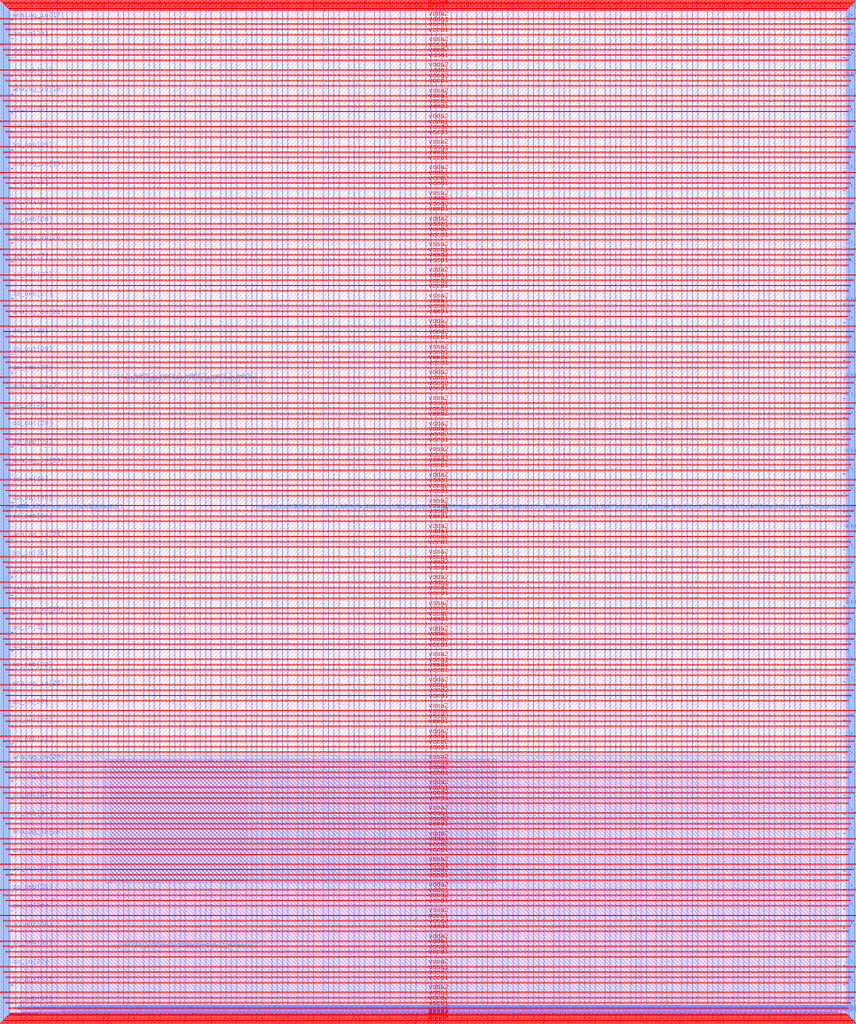
<source format=lef>
VERSION 5.7 ;
  NOWIREEXTENSIONATPIN ON ;
  DIVIDERCHAR "/" ;
  BUSBITCHARS "[]" ;
MACRO user_project_wrapper
  CLASS BLOCK ;
  FOREIGN user_project_wrapper ;
  ORIGIN 0.000 0.000 ;
  SIZE 2920.000 BY 3520.000 ;
  PIN analog_io[0]
    DIRECTION INOUT ;
    USE SIGNAL ;
    PORT
      LAYER met3 ;
        RECT 2917.600 1426.380 2924.800 1427.580 ;
    END
  END analog_io[0]
  PIN analog_io[10]
    DIRECTION INOUT ;
    USE SIGNAL ;
    PORT
      LAYER met2 ;
        RECT 2230.490 3517.600 2231.050 3524.800 ;
    END
  END analog_io[10]
  PIN analog_io[11]
    DIRECTION INOUT ;
    USE SIGNAL ;
    PORT
      LAYER met2 ;
        RECT 1905.730 3517.600 1906.290 3524.800 ;
    END
  END analog_io[11]
  PIN analog_io[12]
    DIRECTION INOUT ;
    USE SIGNAL ;
    PORT
      LAYER met2 ;
        RECT 1581.430 3517.600 1581.990 3524.800 ;
    END
  END analog_io[12]
  PIN analog_io[13]
    DIRECTION INOUT ;
    USE SIGNAL ;
    PORT
      LAYER met2 ;
        RECT 1257.130 3517.600 1257.690 3524.800 ;
    END
  END analog_io[13]
  PIN analog_io[14]
    DIRECTION INOUT ;
    USE SIGNAL ;
    PORT
      LAYER met2 ;
        RECT 932.370 3517.600 932.930 3524.800 ;
    END
  END analog_io[14]
  PIN analog_io[15]
    DIRECTION INOUT ;
    USE SIGNAL ;
    PORT
      LAYER met2 ;
        RECT 608.070 3517.600 608.630 3524.800 ;
    END
  END analog_io[15]
  PIN analog_io[16]
    DIRECTION INOUT ;
    USE SIGNAL ;
    PORT
      LAYER met2 ;
        RECT 283.770 3517.600 284.330 3524.800 ;
    END
  END analog_io[16]
  PIN analog_io[17]
    DIRECTION INOUT ;
    USE SIGNAL ;
    PORT
      LAYER met3 ;
        RECT -4.800 3486.100 2.400 3487.300 ;
    END
  END analog_io[17]
  PIN analog_io[18]
    DIRECTION INOUT ;
    USE SIGNAL ;
    PORT
      LAYER met3 ;
        RECT -4.800 3224.980 2.400 3226.180 ;
    END
  END analog_io[18]
  PIN analog_io[19]
    DIRECTION INOUT ;
    USE SIGNAL ;
    PORT
      LAYER met3 ;
        RECT -4.800 2964.540 2.400 2965.740 ;
    END
  END analog_io[19]
  PIN analog_io[1]
    DIRECTION INOUT ;
    USE SIGNAL ;
    PORT
      LAYER met3 ;
        RECT 2917.600 1692.260 2924.800 1693.460 ;
    END
  END analog_io[1]
  PIN analog_io[20]
    DIRECTION INOUT ;
    USE SIGNAL ;
    PORT
      LAYER met3 ;
        RECT -4.800 2703.420 2.400 2704.620 ;
    END
  END analog_io[20]
  PIN analog_io[21]
    DIRECTION INOUT ;
    USE SIGNAL ;
    PORT
      LAYER met3 ;
        RECT -4.800 2442.980 2.400 2444.180 ;
    END
  END analog_io[21]
  PIN analog_io[22]
    DIRECTION INOUT ;
    USE SIGNAL ;
    PORT
      LAYER met3 ;
        RECT -4.800 2182.540 2.400 2183.740 ;
    END
  END analog_io[22]
  PIN analog_io[23]
    DIRECTION INOUT ;
    USE SIGNAL ;
    PORT
      LAYER met3 ;
        RECT -4.800 1921.420 2.400 1922.620 ;
    END
  END analog_io[23]
  PIN analog_io[24]
    DIRECTION INOUT ;
    USE SIGNAL ;
    PORT
      LAYER met3 ;
        RECT -4.800 1660.980 2.400 1662.180 ;
    END
  END analog_io[24]
  PIN analog_io[25]
    DIRECTION INOUT ;
    USE SIGNAL ;
    PORT
      LAYER met3 ;
        RECT -4.800 1399.860 2.400 1401.060 ;
    END
  END analog_io[25]
  PIN analog_io[26]
    DIRECTION INOUT ;
    USE SIGNAL ;
    PORT
      LAYER met3 ;
        RECT -4.800 1139.420 2.400 1140.620 ;
    END
  END analog_io[26]
  PIN analog_io[27]
    DIRECTION INOUT ;
    USE SIGNAL ;
    PORT
      LAYER met3 ;
        RECT -4.800 878.980 2.400 880.180 ;
    END
  END analog_io[27]
  PIN analog_io[28]
    DIRECTION INOUT ;
    USE SIGNAL ;
    PORT
      LAYER met3 ;
        RECT -4.800 617.860 2.400 619.060 ;
    END
  END analog_io[28]
  PIN analog_io[2]
    DIRECTION INOUT ;
    USE SIGNAL ;
    PORT
      LAYER met3 ;
        RECT 2917.600 1958.140 2924.800 1959.340 ;
    END
  END analog_io[2]
  PIN analog_io[3]
    DIRECTION INOUT ;
    USE SIGNAL ;
    PORT
      LAYER met3 ;
        RECT 2917.600 2223.340 2924.800 2224.540 ;
    END
  END analog_io[3]
  PIN analog_io[4]
    DIRECTION INOUT ;
    USE SIGNAL ;
    PORT
      LAYER met3 ;
        RECT 2917.600 2489.220 2924.800 2490.420 ;
    END
  END analog_io[4]
  PIN analog_io[5]
    DIRECTION INOUT ;
    USE SIGNAL ;
    PORT
      LAYER met3 ;
        RECT 2917.600 2755.100 2924.800 2756.300 ;
    END
  END analog_io[5]
  PIN analog_io[6]
    DIRECTION INOUT ;
    USE SIGNAL ;
    PORT
      LAYER met3 ;
        RECT 2917.600 3020.300 2924.800 3021.500 ;
    END
  END analog_io[6]
  PIN analog_io[7]
    DIRECTION INOUT ;
    USE SIGNAL ;
    PORT
      LAYER met3 ;
        RECT 2917.600 3286.180 2924.800 3287.380 ;
    END
  END analog_io[7]
  PIN analog_io[8]
    DIRECTION INOUT ;
    USE SIGNAL ;
    PORT
      LAYER met2 ;
        RECT 2879.090 3517.600 2879.650 3524.800 ;
    END
  END analog_io[8]
  PIN analog_io[9]
    DIRECTION INOUT ;
    USE SIGNAL ;
    PORT
      LAYER met2 ;
        RECT 2554.790 3517.600 2555.350 3524.800 ;
    END
  END analog_io[9]
  PIN io_in[0]
    DIRECTION INPUT ;
    USE SIGNAL ;
    PORT
      LAYER met3 ;
        RECT 2917.600 32.380 2924.800 33.580 ;
    END
  END io_in[0]
  PIN io_in[10]
    DIRECTION INPUT ;
    USE SIGNAL ;
    PORT
      LAYER met3 ;
        RECT 2917.600 2289.980 2924.800 2291.180 ;
    END
  END io_in[10]
  PIN io_in[11]
    DIRECTION INPUT ;
    USE SIGNAL ;
    PORT
      LAYER met3 ;
        RECT 2917.600 2555.860 2924.800 2557.060 ;
    END
  END io_in[11]
  PIN io_in[12]
    DIRECTION INPUT ;
    USE SIGNAL ;
    PORT
      LAYER met3 ;
        RECT 2917.600 2821.060 2924.800 2822.260 ;
    END
  END io_in[12]
  PIN io_in[13]
    DIRECTION INPUT ;
    USE SIGNAL ;
    PORT
      LAYER met3 ;
        RECT 2917.600 3086.940 2924.800 3088.140 ;
    END
  END io_in[13]
  PIN io_in[14]
    DIRECTION INPUT ;
    USE SIGNAL ;
    PORT
      LAYER met3 ;
        RECT 2917.600 3352.820 2924.800 3354.020 ;
    END
  END io_in[14]
  PIN io_in[15]
    DIRECTION INPUT ;
    USE SIGNAL ;
    PORT
      LAYER met2 ;
        RECT 2798.130 3517.600 2798.690 3524.800 ;
    END
  END io_in[15]
  PIN io_in[16]
    DIRECTION INPUT ;
    USE SIGNAL ;
    PORT
      LAYER met2 ;
        RECT 2473.830 3517.600 2474.390 3524.800 ;
    END
  END io_in[16]
  PIN io_in[17]
    DIRECTION INPUT ;
    USE SIGNAL ;
    PORT
      LAYER met2 ;
        RECT 2149.070 3517.600 2149.630 3524.800 ;
    END
  END io_in[17]
  PIN io_in[18]
    DIRECTION INPUT ;
    USE SIGNAL ;
    PORT
      LAYER met2 ;
        RECT 1824.770 3517.600 1825.330 3524.800 ;
    END
  END io_in[18]
  PIN io_in[19]
    DIRECTION INPUT ;
    USE SIGNAL ;
    PORT
      LAYER met2 ;
        RECT 1500.470 3517.600 1501.030 3524.800 ;
    END
  END io_in[19]
  PIN io_in[1]
    DIRECTION INPUT ;
    USE SIGNAL ;
    PORT
      LAYER met3 ;
        RECT 2917.600 230.940 2924.800 232.140 ;
    END
  END io_in[1]
  PIN io_in[20]
    DIRECTION INPUT ;
    USE SIGNAL ;
    PORT
      LAYER met2 ;
        RECT 1175.710 3517.600 1176.270 3524.800 ;
    END
  END io_in[20]
  PIN io_in[21]
    DIRECTION INPUT ;
    USE SIGNAL ;
    PORT
      LAYER met2 ;
        RECT 851.410 3517.600 851.970 3524.800 ;
    END
  END io_in[21]
  PIN io_in[22]
    DIRECTION INPUT ;
    USE SIGNAL ;
    PORT
      LAYER met2 ;
        RECT 527.110 3517.600 527.670 3524.800 ;
    END
  END io_in[22]
  PIN io_in[23]
    DIRECTION INPUT ;
    USE SIGNAL ;
    PORT
      LAYER met2 ;
        RECT 202.350 3517.600 202.910 3524.800 ;
    END
  END io_in[23]
  PIN io_in[24]
    DIRECTION INPUT ;
    USE SIGNAL ;
    PORT
      LAYER met3 ;
        RECT -4.800 3420.820 2.400 3422.020 ;
    END
  END io_in[24]
  PIN io_in[25]
    DIRECTION INPUT ;
    USE SIGNAL ;
    PORT
      LAYER met3 ;
        RECT -4.800 3159.700 2.400 3160.900 ;
    END
  END io_in[25]
  PIN io_in[26]
    DIRECTION INPUT ;
    USE SIGNAL ;
    PORT
      LAYER met3 ;
        RECT -4.800 2899.260 2.400 2900.460 ;
    END
  END io_in[26]
  PIN io_in[27]
    DIRECTION INPUT ;
    USE SIGNAL ;
    PORT
      LAYER met3 ;
        RECT -4.800 2638.820 2.400 2640.020 ;
    END
  END io_in[27]
  PIN io_in[28]
    DIRECTION INPUT ;
    USE SIGNAL ;
    PORT
      LAYER met3 ;
        RECT -4.800 2377.700 2.400 2378.900 ;
    END
  END io_in[28]
  PIN io_in[29]
    DIRECTION INPUT ;
    USE SIGNAL ;
    PORT
      LAYER met3 ;
        RECT -4.800 2117.260 2.400 2118.460 ;
    END
  END io_in[29]
  PIN io_in[2]
    DIRECTION INPUT ;
    USE SIGNAL ;
    PORT
      LAYER met3 ;
        RECT 2917.600 430.180 2924.800 431.380 ;
    END
  END io_in[2]
  PIN io_in[30]
    DIRECTION INPUT ;
    USE SIGNAL ;
    PORT
      LAYER met3 ;
        RECT -4.800 1856.140 2.400 1857.340 ;
    END
  END io_in[30]
  PIN io_in[31]
    DIRECTION INPUT ;
    USE SIGNAL ;
    PORT
      LAYER met3 ;
        RECT -4.800 1595.700 2.400 1596.900 ;
    END
  END io_in[31]
  PIN io_in[32]
    DIRECTION INPUT ;
    USE SIGNAL ;
    PORT
      LAYER met3 ;
        RECT -4.800 1335.260 2.400 1336.460 ;
    END
  END io_in[32]
  PIN io_in[33]
    DIRECTION INPUT ;
    USE SIGNAL ;
    PORT
      LAYER met3 ;
        RECT -4.800 1074.140 2.400 1075.340 ;
    END
  END io_in[33]
  PIN io_in[34]
    DIRECTION INPUT ;
    USE SIGNAL ;
    PORT
      LAYER met3 ;
        RECT -4.800 813.700 2.400 814.900 ;
    END
  END io_in[34]
  PIN io_in[35]
    DIRECTION INPUT ;
    USE SIGNAL ;
    PORT
      LAYER met3 ;
        RECT -4.800 552.580 2.400 553.780 ;
    END
  END io_in[35]
  PIN io_in[36]
    DIRECTION INPUT ;
    USE SIGNAL ;
    PORT
      LAYER met3 ;
        RECT -4.800 357.420 2.400 358.620 ;
    END
  END io_in[36]
  PIN io_in[37]
    DIRECTION INPUT ;
    USE SIGNAL ;
    PORT
      LAYER met3 ;
        RECT -4.800 161.580 2.400 162.780 ;
    END
  END io_in[37]
  PIN io_in[3]
    DIRECTION INPUT ;
    USE SIGNAL ;
    PORT
      LAYER met3 ;
        RECT 2917.600 629.420 2924.800 630.620 ;
    END
  END io_in[3]
  PIN io_in[4]
    DIRECTION INPUT ;
    USE SIGNAL ;
    PORT
      LAYER met3 ;
        RECT 2917.600 828.660 2924.800 829.860 ;
    END
  END io_in[4]
  PIN io_in[5]
    DIRECTION INPUT ;
    USE SIGNAL ;
    PORT
      LAYER met3 ;
        RECT 2917.600 1027.900 2924.800 1029.100 ;
    END
  END io_in[5]
  PIN io_in[6]
    DIRECTION INPUT ;
    USE SIGNAL ;
    PORT
      LAYER met3 ;
        RECT 2917.600 1227.140 2924.800 1228.340 ;
    END
  END io_in[6]
  PIN io_in[7]
    DIRECTION INPUT ;
    USE SIGNAL ;
    PORT
      LAYER met3 ;
        RECT 2917.600 1493.020 2924.800 1494.220 ;
    END
  END io_in[7]
  PIN io_in[8]
    DIRECTION INPUT ;
    USE SIGNAL ;
    PORT
      LAYER met3 ;
        RECT 2917.600 1758.900 2924.800 1760.100 ;
    END
  END io_in[8]
  PIN io_in[9]
    DIRECTION INPUT ;
    USE SIGNAL ;
    PORT
      LAYER met3 ;
        RECT 2917.600 2024.100 2924.800 2025.300 ;
    END
  END io_in[9]
  PIN io_oeb[0]
    DIRECTION OUTPUT TRISTATE ;
    USE SIGNAL ;
    PORT
      LAYER met3 ;
        RECT 2917.600 164.980 2924.800 166.180 ;
    END
  END io_oeb[0]
  PIN io_oeb[10]
    DIRECTION OUTPUT TRISTATE ;
    USE SIGNAL ;
    PORT
      LAYER met3 ;
        RECT 2917.600 2422.580 2924.800 2423.780 ;
    END
  END io_oeb[10]
  PIN io_oeb[11]
    DIRECTION OUTPUT TRISTATE ;
    USE SIGNAL ;
    PORT
      LAYER met3 ;
        RECT 2917.600 2688.460 2924.800 2689.660 ;
    END
  END io_oeb[11]
  PIN io_oeb[12]
    DIRECTION OUTPUT TRISTATE ;
    USE SIGNAL ;
    PORT
      LAYER met3 ;
        RECT 2917.600 2954.340 2924.800 2955.540 ;
    END
  END io_oeb[12]
  PIN io_oeb[13]
    DIRECTION OUTPUT TRISTATE ;
    USE SIGNAL ;
    PORT
      LAYER met3 ;
        RECT 2917.600 3219.540 2924.800 3220.740 ;
    END
  END io_oeb[13]
  PIN io_oeb[14]
    DIRECTION OUTPUT TRISTATE ;
    USE SIGNAL ;
    PORT
      LAYER met3 ;
        RECT 2917.600 3485.420 2924.800 3486.620 ;
    END
  END io_oeb[14]
  PIN io_oeb[15]
    DIRECTION OUTPUT TRISTATE ;
    USE SIGNAL ;
    PORT
      LAYER met2 ;
        RECT 2635.750 3517.600 2636.310 3524.800 ;
    END
  END io_oeb[15]
  PIN io_oeb[16]
    DIRECTION OUTPUT TRISTATE ;
    USE SIGNAL ;
    PORT
      LAYER met2 ;
        RECT 2311.450 3517.600 2312.010 3524.800 ;
    END
  END io_oeb[16]
  PIN io_oeb[17]
    DIRECTION OUTPUT TRISTATE ;
    USE SIGNAL ;
    PORT
      LAYER met2 ;
        RECT 1987.150 3517.600 1987.710 3524.800 ;
    END
  END io_oeb[17]
  PIN io_oeb[18]
    DIRECTION OUTPUT TRISTATE ;
    USE SIGNAL ;
    PORT
      LAYER met2 ;
        RECT 1662.390 3517.600 1662.950 3524.800 ;
    END
  END io_oeb[18]
  PIN io_oeb[19]
    DIRECTION OUTPUT TRISTATE ;
    USE SIGNAL ;
    PORT
      LAYER met2 ;
        RECT 1338.090 3517.600 1338.650 3524.800 ;
    END
  END io_oeb[19]
  PIN io_oeb[1]
    DIRECTION OUTPUT TRISTATE ;
    USE SIGNAL ;
    PORT
      LAYER met3 ;
        RECT 2917.600 364.220 2924.800 365.420 ;
    END
  END io_oeb[1]
  PIN io_oeb[20]
    DIRECTION OUTPUT TRISTATE ;
    USE SIGNAL ;
    PORT
      LAYER met2 ;
        RECT 1013.790 3517.600 1014.350 3524.800 ;
    END
  END io_oeb[20]
  PIN io_oeb[21]
    DIRECTION OUTPUT TRISTATE ;
    USE SIGNAL ;
    PORT
      LAYER met2 ;
        RECT 689.030 3517.600 689.590 3524.800 ;
    END
  END io_oeb[21]
  PIN io_oeb[22]
    DIRECTION OUTPUT TRISTATE ;
    USE SIGNAL ;
    PORT
      LAYER met2 ;
        RECT 364.730 3517.600 365.290 3524.800 ;
    END
  END io_oeb[22]
  PIN io_oeb[23]
    DIRECTION OUTPUT TRISTATE ;
    USE SIGNAL ;
    PORT
      LAYER met2 ;
        RECT 40.430 3517.600 40.990 3524.800 ;
    END
  END io_oeb[23]
  PIN io_oeb[24]
    DIRECTION OUTPUT TRISTATE ;
    USE SIGNAL ;
    PORT
      LAYER met3 ;
        RECT -4.800 3290.260 2.400 3291.460 ;
    END
  END io_oeb[24]
  PIN io_oeb[25]
    DIRECTION OUTPUT TRISTATE ;
    USE SIGNAL ;
    PORT
      LAYER met3 ;
        RECT -4.800 3029.820 2.400 3031.020 ;
    END
  END io_oeb[25]
  PIN io_oeb[26]
    DIRECTION OUTPUT TRISTATE ;
    USE SIGNAL ;
    PORT
      LAYER met3 ;
        RECT -4.800 2768.700 2.400 2769.900 ;
    END
  END io_oeb[26]
  PIN io_oeb[27]
    DIRECTION OUTPUT TRISTATE ;
    USE SIGNAL ;
    PORT
      LAYER met3 ;
        RECT -4.800 2508.260 2.400 2509.460 ;
    END
  END io_oeb[27]
  PIN io_oeb[28]
    DIRECTION OUTPUT TRISTATE ;
    USE SIGNAL ;
    PORT
      LAYER met3 ;
        RECT -4.800 2247.140 2.400 2248.340 ;
    END
  END io_oeb[28]
  PIN io_oeb[29]
    DIRECTION OUTPUT TRISTATE ;
    USE SIGNAL ;
    PORT
      LAYER met3 ;
        RECT -4.800 1986.700 2.400 1987.900 ;
    END
  END io_oeb[29]
  PIN io_oeb[2]
    DIRECTION OUTPUT TRISTATE ;
    USE SIGNAL ;
    PORT
      LAYER met3 ;
        RECT 2917.600 563.460 2924.800 564.660 ;
    END
  END io_oeb[2]
  PIN io_oeb[30]
    DIRECTION OUTPUT TRISTATE ;
    USE SIGNAL ;
    PORT
      LAYER met3 ;
        RECT -4.800 1726.260 2.400 1727.460 ;
    END
  END io_oeb[30]
  PIN io_oeb[31]
    DIRECTION OUTPUT TRISTATE ;
    USE SIGNAL ;
    PORT
      LAYER met3 ;
        RECT -4.800 1465.140 2.400 1466.340 ;
    END
  END io_oeb[31]
  PIN io_oeb[32]
    DIRECTION OUTPUT TRISTATE ;
    USE SIGNAL ;
    PORT
      LAYER met3 ;
        RECT -4.800 1204.700 2.400 1205.900 ;
    END
  END io_oeb[32]
  PIN io_oeb[33]
    DIRECTION OUTPUT TRISTATE ;
    USE SIGNAL ;
    PORT
      LAYER met3 ;
        RECT -4.800 943.580 2.400 944.780 ;
    END
  END io_oeb[33]
  PIN io_oeb[34]
    DIRECTION OUTPUT TRISTATE ;
    USE SIGNAL ;
    PORT
      LAYER met3 ;
        RECT -4.800 683.140 2.400 684.340 ;
    END
  END io_oeb[34]
  PIN io_oeb[35]
    DIRECTION OUTPUT TRISTATE ;
    USE SIGNAL ;
    PORT
      LAYER met3 ;
        RECT -4.800 422.700 2.400 423.900 ;
    END
  END io_oeb[35]
  PIN io_oeb[36]
    DIRECTION OUTPUT TRISTATE ;
    USE SIGNAL ;
    PORT
      LAYER met3 ;
        RECT -4.800 226.860 2.400 228.060 ;
    END
  END io_oeb[36]
  PIN io_oeb[37]
    DIRECTION OUTPUT TRISTATE ;
    USE SIGNAL ;
    PORT
      LAYER met3 ;
        RECT -4.800 31.700 2.400 32.900 ;
    END
  END io_oeb[37]
  PIN io_oeb[3]
    DIRECTION OUTPUT TRISTATE ;
    USE SIGNAL ;
    PORT
      LAYER met3 ;
        RECT 2917.600 762.700 2924.800 763.900 ;
    END
  END io_oeb[3]
  PIN io_oeb[4]
    DIRECTION OUTPUT TRISTATE ;
    USE SIGNAL ;
    PORT
      LAYER met3 ;
        RECT 2917.600 961.940 2924.800 963.140 ;
    END
  END io_oeb[4]
  PIN io_oeb[5]
    DIRECTION OUTPUT TRISTATE ;
    USE SIGNAL ;
    PORT
      LAYER met3 ;
        RECT 2917.600 1161.180 2924.800 1162.380 ;
    END
  END io_oeb[5]
  PIN io_oeb[6]
    DIRECTION OUTPUT TRISTATE ;
    USE SIGNAL ;
    PORT
      LAYER met3 ;
        RECT 2917.600 1360.420 2924.800 1361.620 ;
    END
  END io_oeb[6]
  PIN io_oeb[7]
    DIRECTION OUTPUT TRISTATE ;
    USE SIGNAL ;
    PORT
      LAYER met3 ;
        RECT 2917.600 1625.620 2924.800 1626.820 ;
    END
  END io_oeb[7]
  PIN io_oeb[8]
    DIRECTION OUTPUT TRISTATE ;
    USE SIGNAL ;
    PORT
      LAYER met3 ;
        RECT 2917.600 1891.500 2924.800 1892.700 ;
    END
  END io_oeb[8]
  PIN io_oeb[9]
    DIRECTION OUTPUT TRISTATE ;
    USE SIGNAL ;
    PORT
      LAYER met3 ;
        RECT 2917.600 2157.380 2924.800 2158.580 ;
    END
  END io_oeb[9]
  PIN io_out[0]
    DIRECTION OUTPUT TRISTATE ;
    USE SIGNAL ;
    PORT
      LAYER met3 ;
        RECT 2917.600 98.340 2924.800 99.540 ;
    END
  END io_out[0]
  PIN io_out[10]
    DIRECTION OUTPUT TRISTATE ;
    USE SIGNAL ;
    PORT
      LAYER met3 ;
        RECT 2917.600 2356.620 2924.800 2357.820 ;
    END
  END io_out[10]
  PIN io_out[11]
    DIRECTION OUTPUT TRISTATE ;
    USE SIGNAL ;
    PORT
      LAYER met3 ;
        RECT 2917.600 2621.820 2924.800 2623.020 ;
    END
  END io_out[11]
  PIN io_out[12]
    DIRECTION OUTPUT TRISTATE ;
    USE SIGNAL ;
    PORT
      LAYER met3 ;
        RECT 2917.600 2887.700 2924.800 2888.900 ;
    END
  END io_out[12]
  PIN io_out[13]
    DIRECTION OUTPUT TRISTATE ;
    USE SIGNAL ;
    PORT
      LAYER met3 ;
        RECT 2917.600 3153.580 2924.800 3154.780 ;
    END
  END io_out[13]
  PIN io_out[14]
    DIRECTION OUTPUT TRISTATE ;
    USE SIGNAL ;
    PORT
      LAYER met3 ;
        RECT 2917.600 3418.780 2924.800 3419.980 ;
    END
  END io_out[14]
  PIN io_out[15]
    DIRECTION OUTPUT TRISTATE ;
    USE SIGNAL ;
    PORT
      LAYER met2 ;
        RECT 2717.170 3517.600 2717.730 3524.800 ;
    END
  END io_out[15]
  PIN io_out[16]
    DIRECTION OUTPUT TRISTATE ;
    USE SIGNAL ;
    PORT
      LAYER met2 ;
        RECT 2392.410 3517.600 2392.970 3524.800 ;
    END
  END io_out[16]
  PIN io_out[17]
    DIRECTION OUTPUT TRISTATE ;
    USE SIGNAL ;
    PORT
      LAYER met2 ;
        RECT 2068.110 3517.600 2068.670 3524.800 ;
    END
  END io_out[17]
  PIN io_out[18]
    DIRECTION OUTPUT TRISTATE ;
    USE SIGNAL ;
    PORT
      LAYER met2 ;
        RECT 1743.810 3517.600 1744.370 3524.800 ;
    END
  END io_out[18]
  PIN io_out[19]
    DIRECTION OUTPUT TRISTATE ;
    USE SIGNAL ;
    PORT
      LAYER met2 ;
        RECT 1419.050 3517.600 1419.610 3524.800 ;
    END
  END io_out[19]
  PIN io_out[1]
    DIRECTION OUTPUT TRISTATE ;
    USE SIGNAL ;
    PORT
      LAYER met3 ;
        RECT 2917.600 297.580 2924.800 298.780 ;
    END
  END io_out[1]
  PIN io_out[20]
    DIRECTION OUTPUT TRISTATE ;
    USE SIGNAL ;
    PORT
      LAYER met2 ;
        RECT 1094.750 3517.600 1095.310 3524.800 ;
    END
  END io_out[20]
  PIN io_out[21]
    DIRECTION OUTPUT TRISTATE ;
    USE SIGNAL ;
    PORT
      LAYER met2 ;
        RECT 770.450 3517.600 771.010 3524.800 ;
    END
  END io_out[21]
  PIN io_out[22]
    DIRECTION OUTPUT TRISTATE ;
    USE SIGNAL ;
    PORT
      LAYER met2 ;
        RECT 445.690 3517.600 446.250 3524.800 ;
    END
  END io_out[22]
  PIN io_out[23]
    DIRECTION OUTPUT TRISTATE ;
    USE SIGNAL ;
    PORT
      LAYER met2 ;
        RECT 121.390 3517.600 121.950 3524.800 ;
    END
  END io_out[23]
  PIN io_out[24]
    DIRECTION OUTPUT TRISTATE ;
    USE SIGNAL ;
    PORT
      LAYER met3 ;
        RECT -4.800 3355.540 2.400 3356.740 ;
    END
  END io_out[24]
  PIN io_out[25]
    DIRECTION OUTPUT TRISTATE ;
    USE SIGNAL ;
    PORT
      LAYER met3 ;
        RECT -4.800 3095.100 2.400 3096.300 ;
    END
  END io_out[25]
  PIN io_out[26]
    DIRECTION OUTPUT TRISTATE ;
    USE SIGNAL ;
    PORT
      LAYER met3 ;
        RECT -4.800 2833.980 2.400 2835.180 ;
    END
  END io_out[26]
  PIN io_out[27]
    DIRECTION OUTPUT TRISTATE ;
    USE SIGNAL ;
    PORT
      LAYER met3 ;
        RECT -4.800 2573.540 2.400 2574.740 ;
    END
  END io_out[27]
  PIN io_out[28]
    DIRECTION OUTPUT TRISTATE ;
    USE SIGNAL ;
    PORT
      LAYER met3 ;
        RECT -4.800 2312.420 2.400 2313.620 ;
    END
  END io_out[28]
  PIN io_out[29]
    DIRECTION OUTPUT TRISTATE ;
    USE SIGNAL ;
    PORT
      LAYER met3 ;
        RECT -4.800 2051.980 2.400 2053.180 ;
    END
  END io_out[29]
  PIN io_out[2]
    DIRECTION OUTPUT TRISTATE ;
    USE SIGNAL ;
    PORT
      LAYER met3 ;
        RECT 2917.600 496.820 2924.800 498.020 ;
    END
  END io_out[2]
  PIN io_out[30]
    DIRECTION OUTPUT TRISTATE ;
    USE SIGNAL ;
    PORT
      LAYER met3 ;
        RECT -4.800 1791.540 2.400 1792.740 ;
    END
  END io_out[30]
  PIN io_out[31]
    DIRECTION OUTPUT TRISTATE ;
    USE SIGNAL ;
    PORT
      LAYER met3 ;
        RECT -4.800 1530.420 2.400 1531.620 ;
    END
  END io_out[31]
  PIN io_out[32]
    DIRECTION OUTPUT TRISTATE ;
    USE SIGNAL ;
    PORT
      LAYER met3 ;
        RECT -4.800 1269.980 2.400 1271.180 ;
    END
  END io_out[32]
  PIN io_out[33]
    DIRECTION OUTPUT TRISTATE ;
    USE SIGNAL ;
    PORT
      LAYER met3 ;
        RECT -4.800 1008.860 2.400 1010.060 ;
    END
  END io_out[33]
  PIN io_out[34]
    DIRECTION OUTPUT TRISTATE ;
    USE SIGNAL ;
    PORT
      LAYER met3 ;
        RECT -4.800 748.420 2.400 749.620 ;
    END
  END io_out[34]
  PIN io_out[35]
    DIRECTION OUTPUT TRISTATE ;
    USE SIGNAL ;
    PORT
      LAYER met3 ;
        RECT -4.800 487.300 2.400 488.500 ;
    END
  END io_out[35]
  PIN io_out[36]
    DIRECTION OUTPUT TRISTATE ;
    USE SIGNAL ;
    PORT
      LAYER met3 ;
        RECT -4.800 292.140 2.400 293.340 ;
    END
  END io_out[36]
  PIN io_out[37]
    DIRECTION OUTPUT TRISTATE ;
    USE SIGNAL ;
    PORT
      LAYER met3 ;
        RECT -4.800 96.300 2.400 97.500 ;
    END
  END io_out[37]
  PIN io_out[3]
    DIRECTION OUTPUT TRISTATE ;
    USE SIGNAL ;
    PORT
      LAYER met3 ;
        RECT 2917.600 696.060 2924.800 697.260 ;
    END
  END io_out[3]
  PIN io_out[4]
    DIRECTION OUTPUT TRISTATE ;
    USE SIGNAL ;
    PORT
      LAYER met3 ;
        RECT 2917.600 895.300 2924.800 896.500 ;
    END
  END io_out[4]
  PIN io_out[5]
    DIRECTION OUTPUT TRISTATE ;
    USE SIGNAL ;
    PORT
      LAYER met3 ;
        RECT 2917.600 1094.540 2924.800 1095.740 ;
    END
  END io_out[5]
  PIN io_out[6]
    DIRECTION OUTPUT TRISTATE ;
    USE SIGNAL ;
    PORT
      LAYER met3 ;
        RECT 2917.600 1293.780 2924.800 1294.980 ;
    END
  END io_out[6]
  PIN io_out[7]
    DIRECTION OUTPUT TRISTATE ;
    USE SIGNAL ;
    PORT
      LAYER met3 ;
        RECT 2917.600 1559.660 2924.800 1560.860 ;
    END
  END io_out[7]
  PIN io_out[8]
    DIRECTION OUTPUT TRISTATE ;
    USE SIGNAL ;
    PORT
      LAYER met3 ;
        RECT 2917.600 1824.860 2924.800 1826.060 ;
    END
  END io_out[8]
  PIN io_out[9]
    DIRECTION OUTPUT TRISTATE ;
    USE SIGNAL ;
    PORT
      LAYER met3 ;
        RECT 2917.600 2090.740 2924.800 2091.940 ;
    END
  END io_out[9]
  PIN la_data_in[0]
    DIRECTION INPUT ;
    USE SIGNAL ;
    PORT
      LAYER met2 ;
        RECT 629.230 -4.800 629.790 2.400 ;
    END
  END la_data_in[0]
  PIN la_data_in[100]
    DIRECTION INPUT ;
    USE SIGNAL ;
    PORT
      LAYER met2 ;
        RECT 2402.530 -4.800 2403.090 2.400 ;
    END
  END la_data_in[100]
  PIN la_data_in[101]
    DIRECTION INPUT ;
    USE SIGNAL ;
    PORT
      LAYER met2 ;
        RECT 2420.010 -4.800 2420.570 2.400 ;
    END
  END la_data_in[101]
  PIN la_data_in[102]
    DIRECTION INPUT ;
    USE SIGNAL ;
    PORT
      LAYER met2 ;
        RECT 2437.950 -4.800 2438.510 2.400 ;
    END
  END la_data_in[102]
  PIN la_data_in[103]
    DIRECTION INPUT ;
    USE SIGNAL ;
    PORT
      LAYER met2 ;
        RECT 2455.430 -4.800 2455.990 2.400 ;
    END
  END la_data_in[103]
  PIN la_data_in[104]
    DIRECTION INPUT ;
    USE SIGNAL ;
    PORT
      LAYER met2 ;
        RECT 2473.370 -4.800 2473.930 2.400 ;
    END
  END la_data_in[104]
  PIN la_data_in[105]
    DIRECTION INPUT ;
    USE SIGNAL ;
    PORT
      LAYER met2 ;
        RECT 2490.850 -4.800 2491.410 2.400 ;
    END
  END la_data_in[105]
  PIN la_data_in[106]
    DIRECTION INPUT ;
    USE SIGNAL ;
    PORT
      LAYER met2 ;
        RECT 2508.790 -4.800 2509.350 2.400 ;
    END
  END la_data_in[106]
  PIN la_data_in[107]
    DIRECTION INPUT ;
    USE SIGNAL ;
    PORT
      LAYER met2 ;
        RECT 2526.730 -4.800 2527.290 2.400 ;
    END
  END la_data_in[107]
  PIN la_data_in[108]
    DIRECTION INPUT ;
    USE SIGNAL ;
    PORT
      LAYER met2 ;
        RECT 2544.210 -4.800 2544.770 2.400 ;
    END
  END la_data_in[108]
  PIN la_data_in[109]
    DIRECTION INPUT ;
    USE SIGNAL ;
    PORT
      LAYER met2 ;
        RECT 2562.150 -4.800 2562.710 2.400 ;
    END
  END la_data_in[109]
  PIN la_data_in[10]
    DIRECTION INPUT ;
    USE SIGNAL ;
    PORT
      LAYER met2 ;
        RECT 806.330 -4.800 806.890 2.400 ;
    END
  END la_data_in[10]
  PIN la_data_in[110]
    DIRECTION INPUT ;
    USE SIGNAL ;
    PORT
      LAYER met2 ;
        RECT 2579.630 -4.800 2580.190 2.400 ;
    END
  END la_data_in[110]
  PIN la_data_in[111]
    DIRECTION INPUT ;
    USE SIGNAL ;
    PORT
      LAYER met2 ;
        RECT 2597.570 -4.800 2598.130 2.400 ;
    END
  END la_data_in[111]
  PIN la_data_in[112]
    DIRECTION INPUT ;
    USE SIGNAL ;
    PORT
      LAYER met2 ;
        RECT 2615.050 -4.800 2615.610 2.400 ;
    END
  END la_data_in[112]
  PIN la_data_in[113]
    DIRECTION INPUT ;
    USE SIGNAL ;
    PORT
      LAYER met2 ;
        RECT 2632.990 -4.800 2633.550 2.400 ;
    END
  END la_data_in[113]
  PIN la_data_in[114]
    DIRECTION INPUT ;
    USE SIGNAL ;
    PORT
      LAYER met2 ;
        RECT 2650.470 -4.800 2651.030 2.400 ;
    END
  END la_data_in[114]
  PIN la_data_in[115]
    DIRECTION INPUT ;
    USE SIGNAL ;
    PORT
      LAYER met2 ;
        RECT 2668.410 -4.800 2668.970 2.400 ;
    END
  END la_data_in[115]
  PIN la_data_in[116]
    DIRECTION INPUT ;
    USE SIGNAL ;
    PORT
      LAYER met2 ;
        RECT 2685.890 -4.800 2686.450 2.400 ;
    END
  END la_data_in[116]
  PIN la_data_in[117]
    DIRECTION INPUT ;
    USE SIGNAL ;
    PORT
      LAYER met2 ;
        RECT 2703.830 -4.800 2704.390 2.400 ;
    END
  END la_data_in[117]
  PIN la_data_in[118]
    DIRECTION INPUT ;
    USE SIGNAL ;
    PORT
      LAYER met2 ;
        RECT 2721.770 -4.800 2722.330 2.400 ;
    END
  END la_data_in[118]
  PIN la_data_in[119]
    DIRECTION INPUT ;
    USE SIGNAL ;
    PORT
      LAYER met2 ;
        RECT 2739.250 -4.800 2739.810 2.400 ;
    END
  END la_data_in[119]
  PIN la_data_in[11]
    DIRECTION INPUT ;
    USE SIGNAL ;
    PORT
      LAYER met2 ;
        RECT 824.270 -4.800 824.830 2.400 ;
    END
  END la_data_in[11]
  PIN la_data_in[120]
    DIRECTION INPUT ;
    USE SIGNAL ;
    PORT
      LAYER met2 ;
        RECT 2757.190 -4.800 2757.750 2.400 ;
    END
  END la_data_in[120]
  PIN la_data_in[121]
    DIRECTION INPUT ;
    USE SIGNAL ;
    PORT
      LAYER met2 ;
        RECT 2774.670 -4.800 2775.230 2.400 ;
    END
  END la_data_in[121]
  PIN la_data_in[122]
    DIRECTION INPUT ;
    USE SIGNAL ;
    PORT
      LAYER met2 ;
        RECT 2792.610 -4.800 2793.170 2.400 ;
    END
  END la_data_in[122]
  PIN la_data_in[123]
    DIRECTION INPUT ;
    USE SIGNAL ;
    PORT
      LAYER met2 ;
        RECT 2810.090 -4.800 2810.650 2.400 ;
    END
  END la_data_in[123]
  PIN la_data_in[124]
    DIRECTION INPUT ;
    USE SIGNAL ;
    PORT
      LAYER met2 ;
        RECT 2828.030 -4.800 2828.590 2.400 ;
    END
  END la_data_in[124]
  PIN la_data_in[125]
    DIRECTION INPUT ;
    USE SIGNAL ;
    PORT
      LAYER met2 ;
        RECT 2845.510 -4.800 2846.070 2.400 ;
    END
  END la_data_in[125]
  PIN la_data_in[126]
    DIRECTION INPUT ;
    USE SIGNAL ;
    PORT
      LAYER met2 ;
        RECT 2863.450 -4.800 2864.010 2.400 ;
    END
  END la_data_in[126]
  PIN la_data_in[127]
    DIRECTION INPUT ;
    USE SIGNAL ;
    PORT
      LAYER met2 ;
        RECT 2881.390 -4.800 2881.950 2.400 ;
    END
  END la_data_in[127]
  PIN la_data_in[12]
    DIRECTION INPUT ;
    USE SIGNAL ;
    PORT
      LAYER met2 ;
        RECT 841.750 -4.800 842.310 2.400 ;
    END
  END la_data_in[12]
  PIN la_data_in[13]
    DIRECTION INPUT ;
    USE SIGNAL ;
    PORT
      LAYER met2 ;
        RECT 859.690 -4.800 860.250 2.400 ;
    END
  END la_data_in[13]
  PIN la_data_in[14]
    DIRECTION INPUT ;
    USE SIGNAL ;
    PORT
      LAYER met2 ;
        RECT 877.170 -4.800 877.730 2.400 ;
    END
  END la_data_in[14]
  PIN la_data_in[15]
    DIRECTION INPUT ;
    USE SIGNAL ;
    PORT
      LAYER met2 ;
        RECT 895.110 -4.800 895.670 2.400 ;
    END
  END la_data_in[15]
  PIN la_data_in[16]
    DIRECTION INPUT ;
    USE SIGNAL ;
    PORT
      LAYER met2 ;
        RECT 912.590 -4.800 913.150 2.400 ;
    END
  END la_data_in[16]
  PIN la_data_in[17]
    DIRECTION INPUT ;
    USE SIGNAL ;
    PORT
      LAYER met2 ;
        RECT 930.530 -4.800 931.090 2.400 ;
    END
  END la_data_in[17]
  PIN la_data_in[18]
    DIRECTION INPUT ;
    USE SIGNAL ;
    PORT
      LAYER met2 ;
        RECT 948.470 -4.800 949.030 2.400 ;
    END
  END la_data_in[18]
  PIN la_data_in[19]
    DIRECTION INPUT ;
    USE SIGNAL ;
    PORT
      LAYER met2 ;
        RECT 965.950 -4.800 966.510 2.400 ;
    END
  END la_data_in[19]
  PIN la_data_in[1]
    DIRECTION INPUT ;
    USE SIGNAL ;
    PORT
      LAYER met2 ;
        RECT 646.710 -4.800 647.270 2.400 ;
    END
  END la_data_in[1]
  PIN la_data_in[20]
    DIRECTION INPUT ;
    USE SIGNAL ;
    PORT
      LAYER met2 ;
        RECT 983.890 -4.800 984.450 2.400 ;
    END
  END la_data_in[20]
  PIN la_data_in[21]
    DIRECTION INPUT ;
    USE SIGNAL ;
    PORT
      LAYER met2 ;
        RECT 1001.370 -4.800 1001.930 2.400 ;
    END
  END la_data_in[21]
  PIN la_data_in[22]
    DIRECTION INPUT ;
    USE SIGNAL ;
    PORT
      LAYER met2 ;
        RECT 1019.310 -4.800 1019.870 2.400 ;
    END
  END la_data_in[22]
  PIN la_data_in[23]
    DIRECTION INPUT ;
    USE SIGNAL ;
    PORT
      LAYER met2 ;
        RECT 1036.790 -4.800 1037.350 2.400 ;
    END
  END la_data_in[23]
  PIN la_data_in[24]
    DIRECTION INPUT ;
    USE SIGNAL ;
    PORT
      LAYER met2 ;
        RECT 1054.730 -4.800 1055.290 2.400 ;
    END
  END la_data_in[24]
  PIN la_data_in[25]
    DIRECTION INPUT ;
    USE SIGNAL ;
    PORT
      LAYER met2 ;
        RECT 1072.210 -4.800 1072.770 2.400 ;
    END
  END la_data_in[25]
  PIN la_data_in[26]
    DIRECTION INPUT ;
    USE SIGNAL ;
    PORT
      LAYER met2 ;
        RECT 1090.150 -4.800 1090.710 2.400 ;
    END
  END la_data_in[26]
  PIN la_data_in[27]
    DIRECTION INPUT ;
    USE SIGNAL ;
    PORT
      LAYER met2 ;
        RECT 1107.630 -4.800 1108.190 2.400 ;
    END
  END la_data_in[27]
  PIN la_data_in[28]
    DIRECTION INPUT ;
    USE SIGNAL ;
    PORT
      LAYER met2 ;
        RECT 1125.570 -4.800 1126.130 2.400 ;
    END
  END la_data_in[28]
  PIN la_data_in[29]
    DIRECTION INPUT ;
    USE SIGNAL ;
    PORT
      LAYER met2 ;
        RECT 1143.510 -4.800 1144.070 2.400 ;
    END
  END la_data_in[29]
  PIN la_data_in[2]
    DIRECTION INPUT ;
    USE SIGNAL ;
    PORT
      LAYER met2 ;
        RECT 664.650 -4.800 665.210 2.400 ;
    END
  END la_data_in[2]
  PIN la_data_in[30]
    DIRECTION INPUT ;
    USE SIGNAL ;
    PORT
      LAYER met2 ;
        RECT 1160.990 -4.800 1161.550 2.400 ;
    END
  END la_data_in[30]
  PIN la_data_in[31]
    DIRECTION INPUT ;
    USE SIGNAL ;
    PORT
      LAYER met2 ;
        RECT 1178.930 -4.800 1179.490 2.400 ;
    END
  END la_data_in[31]
  PIN la_data_in[32]
    DIRECTION INPUT ;
    USE SIGNAL ;
    PORT
      LAYER met2 ;
        RECT 1196.410 -4.800 1196.970 2.400 ;
    END
  END la_data_in[32]
  PIN la_data_in[33]
    DIRECTION INPUT ;
    USE SIGNAL ;
    PORT
      LAYER met2 ;
        RECT 1214.350 -4.800 1214.910 2.400 ;
    END
  END la_data_in[33]
  PIN la_data_in[34]
    DIRECTION INPUT ;
    USE SIGNAL ;
    PORT
      LAYER met2 ;
        RECT 1231.830 -4.800 1232.390 2.400 ;
    END
  END la_data_in[34]
  PIN la_data_in[35]
    DIRECTION INPUT ;
    USE SIGNAL ;
    PORT
      LAYER met2 ;
        RECT 1249.770 -4.800 1250.330 2.400 ;
    END
  END la_data_in[35]
  PIN la_data_in[36]
    DIRECTION INPUT ;
    USE SIGNAL ;
    PORT
      LAYER met2 ;
        RECT 1267.250 -4.800 1267.810 2.400 ;
    END
  END la_data_in[36]
  PIN la_data_in[37]
    DIRECTION INPUT ;
    USE SIGNAL ;
    PORT
      LAYER met2 ;
        RECT 1285.190 -4.800 1285.750 2.400 ;
    END
  END la_data_in[37]
  PIN la_data_in[38]
    DIRECTION INPUT ;
    USE SIGNAL ;
    PORT
      LAYER met2 ;
        RECT 1303.130 -4.800 1303.690 2.400 ;
    END
  END la_data_in[38]
  PIN la_data_in[39]
    DIRECTION INPUT ;
    USE SIGNAL ;
    PORT
      LAYER met2 ;
        RECT 1320.610 -4.800 1321.170 2.400 ;
    END
  END la_data_in[39]
  PIN la_data_in[3]
    DIRECTION INPUT ;
    USE SIGNAL ;
    PORT
      LAYER met2 ;
        RECT 682.130 -4.800 682.690 2.400 ;
    END
  END la_data_in[3]
  PIN la_data_in[40]
    DIRECTION INPUT ;
    USE SIGNAL ;
    PORT
      LAYER met2 ;
        RECT 1338.550 -4.800 1339.110 2.400 ;
    END
  END la_data_in[40]
  PIN la_data_in[41]
    DIRECTION INPUT ;
    USE SIGNAL ;
    PORT
      LAYER met2 ;
        RECT 1356.030 -4.800 1356.590 2.400 ;
    END
  END la_data_in[41]
  PIN la_data_in[42]
    DIRECTION INPUT ;
    USE SIGNAL ;
    PORT
      LAYER met2 ;
        RECT 1373.970 -4.800 1374.530 2.400 ;
    END
  END la_data_in[42]
  PIN la_data_in[43]
    DIRECTION INPUT ;
    USE SIGNAL ;
    PORT
      LAYER met2 ;
        RECT 1391.450 -4.800 1392.010 2.400 ;
    END
  END la_data_in[43]
  PIN la_data_in[44]
    DIRECTION INPUT ;
    USE SIGNAL ;
    PORT
      LAYER met2 ;
        RECT 1409.390 -4.800 1409.950 2.400 ;
    END
  END la_data_in[44]
  PIN la_data_in[45]
    DIRECTION INPUT ;
    USE SIGNAL ;
    PORT
      LAYER met2 ;
        RECT 1426.870 -4.800 1427.430 2.400 ;
    END
  END la_data_in[45]
  PIN la_data_in[46]
    DIRECTION INPUT ;
    USE SIGNAL ;
    PORT
      LAYER met2 ;
        RECT 1444.810 -4.800 1445.370 2.400 ;
    END
  END la_data_in[46]
  PIN la_data_in[47]
    DIRECTION INPUT ;
    USE SIGNAL ;
    PORT
      LAYER met2 ;
        RECT 1462.750 -4.800 1463.310 2.400 ;
    END
  END la_data_in[47]
  PIN la_data_in[48]
    DIRECTION INPUT ;
    USE SIGNAL ;
    PORT
      LAYER met2 ;
        RECT 1480.230 -4.800 1480.790 2.400 ;
    END
  END la_data_in[48]
  PIN la_data_in[49]
    DIRECTION INPUT ;
    USE SIGNAL ;
    PORT
      LAYER met2 ;
        RECT 1498.170 -4.800 1498.730 2.400 ;
    END
  END la_data_in[49]
  PIN la_data_in[4]
    DIRECTION INPUT ;
    USE SIGNAL ;
    PORT
      LAYER met2 ;
        RECT 700.070 -4.800 700.630 2.400 ;
    END
  END la_data_in[4]
  PIN la_data_in[50]
    DIRECTION INPUT ;
    USE SIGNAL ;
    PORT
      LAYER met2 ;
        RECT 1515.650 -4.800 1516.210 2.400 ;
    END
  END la_data_in[50]
  PIN la_data_in[51]
    DIRECTION INPUT ;
    USE SIGNAL ;
    PORT
      LAYER met2 ;
        RECT 1533.590 -4.800 1534.150 2.400 ;
    END
  END la_data_in[51]
  PIN la_data_in[52]
    DIRECTION INPUT ;
    USE SIGNAL ;
    PORT
      LAYER met2 ;
        RECT 1551.070 -4.800 1551.630 2.400 ;
    END
  END la_data_in[52]
  PIN la_data_in[53]
    DIRECTION INPUT ;
    USE SIGNAL ;
    PORT
      LAYER met2 ;
        RECT 1569.010 -4.800 1569.570 2.400 ;
    END
  END la_data_in[53]
  PIN la_data_in[54]
    DIRECTION INPUT ;
    USE SIGNAL ;
    PORT
      LAYER met2 ;
        RECT 1586.490 -4.800 1587.050 2.400 ;
    END
  END la_data_in[54]
  PIN la_data_in[55]
    DIRECTION INPUT ;
    USE SIGNAL ;
    PORT
      LAYER met2 ;
        RECT 1604.430 -4.800 1604.990 2.400 ;
    END
  END la_data_in[55]
  PIN la_data_in[56]
    DIRECTION INPUT ;
    USE SIGNAL ;
    PORT
      LAYER met2 ;
        RECT 1621.910 -4.800 1622.470 2.400 ;
    END
  END la_data_in[56]
  PIN la_data_in[57]
    DIRECTION INPUT ;
    USE SIGNAL ;
    PORT
      LAYER met2 ;
        RECT 1639.850 -4.800 1640.410 2.400 ;
    END
  END la_data_in[57]
  PIN la_data_in[58]
    DIRECTION INPUT ;
    USE SIGNAL ;
    PORT
      LAYER met2 ;
        RECT 1657.790 -4.800 1658.350 2.400 ;
    END
  END la_data_in[58]
  PIN la_data_in[59]
    DIRECTION INPUT ;
    USE SIGNAL ;
    PORT
      LAYER met2 ;
        RECT 1675.270 -4.800 1675.830 2.400 ;
    END
  END la_data_in[59]
  PIN la_data_in[5]
    DIRECTION INPUT ;
    USE SIGNAL ;
    PORT
      LAYER met2 ;
        RECT 717.550 -4.800 718.110 2.400 ;
    END
  END la_data_in[5]
  PIN la_data_in[60]
    DIRECTION INPUT ;
    USE SIGNAL ;
    PORT
      LAYER met2 ;
        RECT 1693.210 -4.800 1693.770 2.400 ;
    END
  END la_data_in[60]
  PIN la_data_in[61]
    DIRECTION INPUT ;
    USE SIGNAL ;
    PORT
      LAYER met2 ;
        RECT 1710.690 -4.800 1711.250 2.400 ;
    END
  END la_data_in[61]
  PIN la_data_in[62]
    DIRECTION INPUT ;
    USE SIGNAL ;
    PORT
      LAYER met2 ;
        RECT 1728.630 -4.800 1729.190 2.400 ;
    END
  END la_data_in[62]
  PIN la_data_in[63]
    DIRECTION INPUT ;
    USE SIGNAL ;
    PORT
      LAYER met2 ;
        RECT 1746.110 -4.800 1746.670 2.400 ;
    END
  END la_data_in[63]
  PIN la_data_in[64]
    DIRECTION INPUT ;
    USE SIGNAL ;
    PORT
      LAYER met2 ;
        RECT 1764.050 -4.800 1764.610 2.400 ;
    END
  END la_data_in[64]
  PIN la_data_in[65]
    DIRECTION INPUT ;
    USE SIGNAL ;
    PORT
      LAYER met2 ;
        RECT 1781.530 -4.800 1782.090 2.400 ;
    END
  END la_data_in[65]
  PIN la_data_in[66]
    DIRECTION INPUT ;
    USE SIGNAL ;
    PORT
      LAYER met2 ;
        RECT 1799.470 -4.800 1800.030 2.400 ;
    END
  END la_data_in[66]
  PIN la_data_in[67]
    DIRECTION INPUT ;
    USE SIGNAL ;
    PORT
      LAYER met2 ;
        RECT 1817.410 -4.800 1817.970 2.400 ;
    END
  END la_data_in[67]
  PIN la_data_in[68]
    DIRECTION INPUT ;
    USE SIGNAL ;
    PORT
      LAYER met2 ;
        RECT 1834.890 -4.800 1835.450 2.400 ;
    END
  END la_data_in[68]
  PIN la_data_in[69]
    DIRECTION INPUT ;
    USE SIGNAL ;
    PORT
      LAYER met2 ;
        RECT 1852.830 -4.800 1853.390 2.400 ;
    END
  END la_data_in[69]
  PIN la_data_in[6]
    DIRECTION INPUT ;
    USE SIGNAL ;
    PORT
      LAYER met2 ;
        RECT 735.490 -4.800 736.050 2.400 ;
    END
  END la_data_in[6]
  PIN la_data_in[70]
    DIRECTION INPUT ;
    USE SIGNAL ;
    PORT
      LAYER met2 ;
        RECT 1870.310 -4.800 1870.870 2.400 ;
    END
  END la_data_in[70]
  PIN la_data_in[71]
    DIRECTION INPUT ;
    USE SIGNAL ;
    PORT
      LAYER met2 ;
        RECT 1888.250 -4.800 1888.810 2.400 ;
    END
  END la_data_in[71]
  PIN la_data_in[72]
    DIRECTION INPUT ;
    USE SIGNAL ;
    PORT
      LAYER met2 ;
        RECT 1905.730 -4.800 1906.290 2.400 ;
    END
  END la_data_in[72]
  PIN la_data_in[73]
    DIRECTION INPUT ;
    USE SIGNAL ;
    PORT
      LAYER met2 ;
        RECT 1923.670 -4.800 1924.230 2.400 ;
    END
  END la_data_in[73]
  PIN la_data_in[74]
    DIRECTION INPUT ;
    USE SIGNAL ;
    PORT
      LAYER met2 ;
        RECT 1941.150 -4.800 1941.710 2.400 ;
    END
  END la_data_in[74]
  PIN la_data_in[75]
    DIRECTION INPUT ;
    USE SIGNAL ;
    PORT
      LAYER met2 ;
        RECT 1959.090 -4.800 1959.650 2.400 ;
    END
  END la_data_in[75]
  PIN la_data_in[76]
    DIRECTION INPUT ;
    USE SIGNAL ;
    PORT
      LAYER met2 ;
        RECT 1976.570 -4.800 1977.130 2.400 ;
    END
  END la_data_in[76]
  PIN la_data_in[77]
    DIRECTION INPUT ;
    USE SIGNAL ;
    PORT
      LAYER met2 ;
        RECT 1994.510 -4.800 1995.070 2.400 ;
    END
  END la_data_in[77]
  PIN la_data_in[78]
    DIRECTION INPUT ;
    USE SIGNAL ;
    PORT
      LAYER met2 ;
        RECT 2012.450 -4.800 2013.010 2.400 ;
    END
  END la_data_in[78]
  PIN la_data_in[79]
    DIRECTION INPUT ;
    USE SIGNAL ;
    PORT
      LAYER met2 ;
        RECT 2029.930 -4.800 2030.490 2.400 ;
    END
  END la_data_in[79]
  PIN la_data_in[7]
    DIRECTION INPUT ;
    USE SIGNAL ;
    PORT
      LAYER met2 ;
        RECT 752.970 -4.800 753.530 2.400 ;
    END
  END la_data_in[7]
  PIN la_data_in[80]
    DIRECTION INPUT ;
    USE SIGNAL ;
    PORT
      LAYER met2 ;
        RECT 2047.870 -4.800 2048.430 2.400 ;
    END
  END la_data_in[80]
  PIN la_data_in[81]
    DIRECTION INPUT ;
    USE SIGNAL ;
    PORT
      LAYER met2 ;
        RECT 2065.350 -4.800 2065.910 2.400 ;
    END
  END la_data_in[81]
  PIN la_data_in[82]
    DIRECTION INPUT ;
    USE SIGNAL ;
    PORT
      LAYER met2 ;
        RECT 2083.290 -4.800 2083.850 2.400 ;
    END
  END la_data_in[82]
  PIN la_data_in[83]
    DIRECTION INPUT ;
    USE SIGNAL ;
    PORT
      LAYER met2 ;
        RECT 2100.770 -4.800 2101.330 2.400 ;
    END
  END la_data_in[83]
  PIN la_data_in[84]
    DIRECTION INPUT ;
    USE SIGNAL ;
    PORT
      LAYER met2 ;
        RECT 2118.710 -4.800 2119.270 2.400 ;
    END
  END la_data_in[84]
  PIN la_data_in[85]
    DIRECTION INPUT ;
    USE SIGNAL ;
    PORT
      LAYER met2 ;
        RECT 2136.190 -4.800 2136.750 2.400 ;
    END
  END la_data_in[85]
  PIN la_data_in[86]
    DIRECTION INPUT ;
    USE SIGNAL ;
    PORT
      LAYER met2 ;
        RECT 2154.130 -4.800 2154.690 2.400 ;
    END
  END la_data_in[86]
  PIN la_data_in[87]
    DIRECTION INPUT ;
    USE SIGNAL ;
    PORT
      LAYER met2 ;
        RECT 2172.070 -4.800 2172.630 2.400 ;
    END
  END la_data_in[87]
  PIN la_data_in[88]
    DIRECTION INPUT ;
    USE SIGNAL ;
    PORT
      LAYER met2 ;
        RECT 2189.550 -4.800 2190.110 2.400 ;
    END
  END la_data_in[88]
  PIN la_data_in[89]
    DIRECTION INPUT ;
    USE SIGNAL ;
    PORT
      LAYER met2 ;
        RECT 2207.490 -4.800 2208.050 2.400 ;
    END
  END la_data_in[89]
  PIN la_data_in[8]
    DIRECTION INPUT ;
    USE SIGNAL ;
    PORT
      LAYER met2 ;
        RECT 770.910 -4.800 771.470 2.400 ;
    END
  END la_data_in[8]
  PIN la_data_in[90]
    DIRECTION INPUT ;
    USE SIGNAL ;
    PORT
      LAYER met2 ;
        RECT 2224.970 -4.800 2225.530 2.400 ;
    END
  END la_data_in[90]
  PIN la_data_in[91]
    DIRECTION INPUT ;
    USE SIGNAL ;
    PORT
      LAYER met2 ;
        RECT 2242.910 -4.800 2243.470 2.400 ;
    END
  END la_data_in[91]
  PIN la_data_in[92]
    DIRECTION INPUT ;
    USE SIGNAL ;
    PORT
      LAYER met2 ;
        RECT 2260.390 -4.800 2260.950 2.400 ;
    END
  END la_data_in[92]
  PIN la_data_in[93]
    DIRECTION INPUT ;
    USE SIGNAL ;
    PORT
      LAYER met2 ;
        RECT 2278.330 -4.800 2278.890 2.400 ;
    END
  END la_data_in[93]
  PIN la_data_in[94]
    DIRECTION INPUT ;
    USE SIGNAL ;
    PORT
      LAYER met2 ;
        RECT 2295.810 -4.800 2296.370 2.400 ;
    END
  END la_data_in[94]
  PIN la_data_in[95]
    DIRECTION INPUT ;
    USE SIGNAL ;
    PORT
      LAYER met2 ;
        RECT 2313.750 -4.800 2314.310 2.400 ;
    END
  END la_data_in[95]
  PIN la_data_in[96]
    DIRECTION INPUT ;
    USE SIGNAL ;
    PORT
      LAYER met2 ;
        RECT 2331.230 -4.800 2331.790 2.400 ;
    END
  END la_data_in[96]
  PIN la_data_in[97]
    DIRECTION INPUT ;
    USE SIGNAL ;
    PORT
      LAYER met2 ;
        RECT 2349.170 -4.800 2349.730 2.400 ;
    END
  END la_data_in[97]
  PIN la_data_in[98]
    DIRECTION INPUT ;
    USE SIGNAL ;
    PORT
      LAYER met2 ;
        RECT 2367.110 -4.800 2367.670 2.400 ;
    END
  END la_data_in[98]
  PIN la_data_in[99]
    DIRECTION INPUT ;
    USE SIGNAL ;
    PORT
      LAYER met2 ;
        RECT 2384.590 -4.800 2385.150 2.400 ;
    END
  END la_data_in[99]
  PIN la_data_in[9]
    DIRECTION INPUT ;
    USE SIGNAL ;
    PORT
      LAYER met2 ;
        RECT 788.850 -4.800 789.410 2.400 ;
    END
  END la_data_in[9]
  PIN la_data_out[0]
    DIRECTION OUTPUT TRISTATE ;
    USE SIGNAL ;
    PORT
      LAYER met2 ;
        RECT 634.750 -4.800 635.310 2.400 ;
    END
  END la_data_out[0]
  PIN la_data_out[100]
    DIRECTION OUTPUT TRISTATE ;
    USE SIGNAL ;
    PORT
      LAYER met2 ;
        RECT 2408.510 -4.800 2409.070 2.400 ;
    END
  END la_data_out[100]
  PIN la_data_out[101]
    DIRECTION OUTPUT TRISTATE ;
    USE SIGNAL ;
    PORT
      LAYER met2 ;
        RECT 2425.990 -4.800 2426.550 2.400 ;
    END
  END la_data_out[101]
  PIN la_data_out[102]
    DIRECTION OUTPUT TRISTATE ;
    USE SIGNAL ;
    PORT
      LAYER met2 ;
        RECT 2443.930 -4.800 2444.490 2.400 ;
    END
  END la_data_out[102]
  PIN la_data_out[103]
    DIRECTION OUTPUT TRISTATE ;
    USE SIGNAL ;
    PORT
      LAYER met2 ;
        RECT 2461.410 -4.800 2461.970 2.400 ;
    END
  END la_data_out[103]
  PIN la_data_out[104]
    DIRECTION OUTPUT TRISTATE ;
    USE SIGNAL ;
    PORT
      LAYER met2 ;
        RECT 2479.350 -4.800 2479.910 2.400 ;
    END
  END la_data_out[104]
  PIN la_data_out[105]
    DIRECTION OUTPUT TRISTATE ;
    USE SIGNAL ;
    PORT
      LAYER met2 ;
        RECT 2496.830 -4.800 2497.390 2.400 ;
    END
  END la_data_out[105]
  PIN la_data_out[106]
    DIRECTION OUTPUT TRISTATE ;
    USE SIGNAL ;
    PORT
      LAYER met2 ;
        RECT 2514.770 -4.800 2515.330 2.400 ;
    END
  END la_data_out[106]
  PIN la_data_out[107]
    DIRECTION OUTPUT TRISTATE ;
    USE SIGNAL ;
    PORT
      LAYER met2 ;
        RECT 2532.250 -4.800 2532.810 2.400 ;
    END
  END la_data_out[107]
  PIN la_data_out[108]
    DIRECTION OUTPUT TRISTATE ;
    USE SIGNAL ;
    PORT
      LAYER met2 ;
        RECT 2550.190 -4.800 2550.750 2.400 ;
    END
  END la_data_out[108]
  PIN la_data_out[109]
    DIRECTION OUTPUT TRISTATE ;
    USE SIGNAL ;
    PORT
      LAYER met2 ;
        RECT 2567.670 -4.800 2568.230 2.400 ;
    END
  END la_data_out[109]
  PIN la_data_out[10]
    DIRECTION OUTPUT TRISTATE ;
    USE SIGNAL ;
    PORT
      LAYER met2 ;
        RECT 812.310 -4.800 812.870 2.400 ;
    END
  END la_data_out[10]
  PIN la_data_out[110]
    DIRECTION OUTPUT TRISTATE ;
    USE SIGNAL ;
    PORT
      LAYER met2 ;
        RECT 2585.610 -4.800 2586.170 2.400 ;
    END
  END la_data_out[110]
  PIN la_data_out[111]
    DIRECTION OUTPUT TRISTATE ;
    USE SIGNAL ;
    PORT
      LAYER met2 ;
        RECT 2603.550 -4.800 2604.110 2.400 ;
    END
  END la_data_out[111]
  PIN la_data_out[112]
    DIRECTION OUTPUT TRISTATE ;
    USE SIGNAL ;
    PORT
      LAYER met2 ;
        RECT 2621.030 -4.800 2621.590 2.400 ;
    END
  END la_data_out[112]
  PIN la_data_out[113]
    DIRECTION OUTPUT TRISTATE ;
    USE SIGNAL ;
    PORT
      LAYER met2 ;
        RECT 2638.970 -4.800 2639.530 2.400 ;
    END
  END la_data_out[113]
  PIN la_data_out[114]
    DIRECTION OUTPUT TRISTATE ;
    USE SIGNAL ;
    PORT
      LAYER met2 ;
        RECT 2656.450 -4.800 2657.010 2.400 ;
    END
  END la_data_out[114]
  PIN la_data_out[115]
    DIRECTION OUTPUT TRISTATE ;
    USE SIGNAL ;
    PORT
      LAYER met2 ;
        RECT 2674.390 -4.800 2674.950 2.400 ;
    END
  END la_data_out[115]
  PIN la_data_out[116]
    DIRECTION OUTPUT TRISTATE ;
    USE SIGNAL ;
    PORT
      LAYER met2 ;
        RECT 2691.870 -4.800 2692.430 2.400 ;
    END
  END la_data_out[116]
  PIN la_data_out[117]
    DIRECTION OUTPUT TRISTATE ;
    USE SIGNAL ;
    PORT
      LAYER met2 ;
        RECT 2709.810 -4.800 2710.370 2.400 ;
    END
  END la_data_out[117]
  PIN la_data_out[118]
    DIRECTION OUTPUT TRISTATE ;
    USE SIGNAL ;
    PORT
      LAYER met2 ;
        RECT 2727.290 -4.800 2727.850 2.400 ;
    END
  END la_data_out[118]
  PIN la_data_out[119]
    DIRECTION OUTPUT TRISTATE ;
    USE SIGNAL ;
    PORT
      LAYER met2 ;
        RECT 2745.230 -4.800 2745.790 2.400 ;
    END
  END la_data_out[119]
  PIN la_data_out[11]
    DIRECTION OUTPUT TRISTATE ;
    USE SIGNAL ;
    PORT
      LAYER met2 ;
        RECT 830.250 -4.800 830.810 2.400 ;
    END
  END la_data_out[11]
  PIN la_data_out[120]
    DIRECTION OUTPUT TRISTATE ;
    USE SIGNAL ;
    PORT
      LAYER met2 ;
        RECT 2763.170 -4.800 2763.730 2.400 ;
    END
  END la_data_out[120]
  PIN la_data_out[121]
    DIRECTION OUTPUT TRISTATE ;
    USE SIGNAL ;
    PORT
      LAYER met2 ;
        RECT 2780.650 -4.800 2781.210 2.400 ;
    END
  END la_data_out[121]
  PIN la_data_out[122]
    DIRECTION OUTPUT TRISTATE ;
    USE SIGNAL ;
    PORT
      LAYER met2 ;
        RECT 2798.590 -4.800 2799.150 2.400 ;
    END
  END la_data_out[122]
  PIN la_data_out[123]
    DIRECTION OUTPUT TRISTATE ;
    USE SIGNAL ;
    PORT
      LAYER met2 ;
        RECT 2816.070 -4.800 2816.630 2.400 ;
    END
  END la_data_out[123]
  PIN la_data_out[124]
    DIRECTION OUTPUT TRISTATE ;
    USE SIGNAL ;
    PORT
      LAYER met2 ;
        RECT 2834.010 -4.800 2834.570 2.400 ;
    END
  END la_data_out[124]
  PIN la_data_out[125]
    DIRECTION OUTPUT TRISTATE ;
    USE SIGNAL ;
    PORT
      LAYER met2 ;
        RECT 2851.490 -4.800 2852.050 2.400 ;
    END
  END la_data_out[125]
  PIN la_data_out[126]
    DIRECTION OUTPUT TRISTATE ;
    USE SIGNAL ;
    PORT
      LAYER met2 ;
        RECT 2869.430 -4.800 2869.990 2.400 ;
    END
  END la_data_out[126]
  PIN la_data_out[127]
    DIRECTION OUTPUT TRISTATE ;
    USE SIGNAL ;
    PORT
      LAYER met2 ;
        RECT 2886.910 -4.800 2887.470 2.400 ;
    END
  END la_data_out[127]
  PIN la_data_out[12]
    DIRECTION OUTPUT TRISTATE ;
    USE SIGNAL ;
    PORT
      LAYER met2 ;
        RECT 847.730 -4.800 848.290 2.400 ;
    END
  END la_data_out[12]
  PIN la_data_out[13]
    DIRECTION OUTPUT TRISTATE ;
    USE SIGNAL ;
    PORT
      LAYER met2 ;
        RECT 865.670 -4.800 866.230 2.400 ;
    END
  END la_data_out[13]
  PIN la_data_out[14]
    DIRECTION OUTPUT TRISTATE ;
    USE SIGNAL ;
    PORT
      LAYER met2 ;
        RECT 883.150 -4.800 883.710 2.400 ;
    END
  END la_data_out[14]
  PIN la_data_out[15]
    DIRECTION OUTPUT TRISTATE ;
    USE SIGNAL ;
    PORT
      LAYER met2 ;
        RECT 901.090 -4.800 901.650 2.400 ;
    END
  END la_data_out[15]
  PIN la_data_out[16]
    DIRECTION OUTPUT TRISTATE ;
    USE SIGNAL ;
    PORT
      LAYER met2 ;
        RECT 918.570 -4.800 919.130 2.400 ;
    END
  END la_data_out[16]
  PIN la_data_out[17]
    DIRECTION OUTPUT TRISTATE ;
    USE SIGNAL ;
    PORT
      LAYER met2 ;
        RECT 936.510 -4.800 937.070 2.400 ;
    END
  END la_data_out[17]
  PIN la_data_out[18]
    DIRECTION OUTPUT TRISTATE ;
    USE SIGNAL ;
    PORT
      LAYER met2 ;
        RECT 953.990 -4.800 954.550 2.400 ;
    END
  END la_data_out[18]
  PIN la_data_out[19]
    DIRECTION OUTPUT TRISTATE ;
    USE SIGNAL ;
    PORT
      LAYER met2 ;
        RECT 971.930 -4.800 972.490 2.400 ;
    END
  END la_data_out[19]
  PIN la_data_out[1]
    DIRECTION OUTPUT TRISTATE ;
    USE SIGNAL ;
    PORT
      LAYER met2 ;
        RECT 652.690 -4.800 653.250 2.400 ;
    END
  END la_data_out[1]
  PIN la_data_out[20]
    DIRECTION OUTPUT TRISTATE ;
    USE SIGNAL ;
    PORT
      LAYER met2 ;
        RECT 989.410 -4.800 989.970 2.400 ;
    END
  END la_data_out[20]
  PIN la_data_out[21]
    DIRECTION OUTPUT TRISTATE ;
    USE SIGNAL ;
    PORT
      LAYER met2 ;
        RECT 1007.350 -4.800 1007.910 2.400 ;
    END
  END la_data_out[21]
  PIN la_data_out[22]
    DIRECTION OUTPUT TRISTATE ;
    USE SIGNAL ;
    PORT
      LAYER met2 ;
        RECT 1025.290 -4.800 1025.850 2.400 ;
    END
  END la_data_out[22]
  PIN la_data_out[23]
    DIRECTION OUTPUT TRISTATE ;
    USE SIGNAL ;
    PORT
      LAYER met2 ;
        RECT 1042.770 -4.800 1043.330 2.400 ;
    END
  END la_data_out[23]
  PIN la_data_out[24]
    DIRECTION OUTPUT TRISTATE ;
    USE SIGNAL ;
    PORT
      LAYER met2 ;
        RECT 1060.710 -4.800 1061.270 2.400 ;
    END
  END la_data_out[24]
  PIN la_data_out[25]
    DIRECTION OUTPUT TRISTATE ;
    USE SIGNAL ;
    PORT
      LAYER met2 ;
        RECT 1078.190 -4.800 1078.750 2.400 ;
    END
  END la_data_out[25]
  PIN la_data_out[26]
    DIRECTION OUTPUT TRISTATE ;
    USE SIGNAL ;
    PORT
      LAYER met2 ;
        RECT 1096.130 -4.800 1096.690 2.400 ;
    END
  END la_data_out[26]
  PIN la_data_out[27]
    DIRECTION OUTPUT TRISTATE ;
    USE SIGNAL ;
    PORT
      LAYER met2 ;
        RECT 1113.610 -4.800 1114.170 2.400 ;
    END
  END la_data_out[27]
  PIN la_data_out[28]
    DIRECTION OUTPUT TRISTATE ;
    USE SIGNAL ;
    PORT
      LAYER met2 ;
        RECT 1131.550 -4.800 1132.110 2.400 ;
    END
  END la_data_out[28]
  PIN la_data_out[29]
    DIRECTION OUTPUT TRISTATE ;
    USE SIGNAL ;
    PORT
      LAYER met2 ;
        RECT 1149.030 -4.800 1149.590 2.400 ;
    END
  END la_data_out[29]
  PIN la_data_out[2]
    DIRECTION OUTPUT TRISTATE ;
    USE SIGNAL ;
    PORT
      LAYER met2 ;
        RECT 670.630 -4.800 671.190 2.400 ;
    END
  END la_data_out[2]
  PIN la_data_out[30]
    DIRECTION OUTPUT TRISTATE ;
    USE SIGNAL ;
    PORT
      LAYER met2 ;
        RECT 1166.970 -4.800 1167.530 2.400 ;
    END
  END la_data_out[30]
  PIN la_data_out[31]
    DIRECTION OUTPUT TRISTATE ;
    USE SIGNAL ;
    PORT
      LAYER met2 ;
        RECT 1184.910 -4.800 1185.470 2.400 ;
    END
  END la_data_out[31]
  PIN la_data_out[32]
    DIRECTION OUTPUT TRISTATE ;
    USE SIGNAL ;
    PORT
      LAYER met2 ;
        RECT 1202.390 -4.800 1202.950 2.400 ;
    END
  END la_data_out[32]
  PIN la_data_out[33]
    DIRECTION OUTPUT TRISTATE ;
    USE SIGNAL ;
    PORT
      LAYER met2 ;
        RECT 1220.330 -4.800 1220.890 2.400 ;
    END
  END la_data_out[33]
  PIN la_data_out[34]
    DIRECTION OUTPUT TRISTATE ;
    USE SIGNAL ;
    PORT
      LAYER met2 ;
        RECT 1237.810 -4.800 1238.370 2.400 ;
    END
  END la_data_out[34]
  PIN la_data_out[35]
    DIRECTION OUTPUT TRISTATE ;
    USE SIGNAL ;
    PORT
      LAYER met2 ;
        RECT 1255.750 -4.800 1256.310 2.400 ;
    END
  END la_data_out[35]
  PIN la_data_out[36]
    DIRECTION OUTPUT TRISTATE ;
    USE SIGNAL ;
    PORT
      LAYER met2 ;
        RECT 1273.230 -4.800 1273.790 2.400 ;
    END
  END la_data_out[36]
  PIN la_data_out[37]
    DIRECTION OUTPUT TRISTATE ;
    USE SIGNAL ;
    PORT
      LAYER met2 ;
        RECT 1291.170 -4.800 1291.730 2.400 ;
    END
  END la_data_out[37]
  PIN la_data_out[38]
    DIRECTION OUTPUT TRISTATE ;
    USE SIGNAL ;
    PORT
      LAYER met2 ;
        RECT 1308.650 -4.800 1309.210 2.400 ;
    END
  END la_data_out[38]
  PIN la_data_out[39]
    DIRECTION OUTPUT TRISTATE ;
    USE SIGNAL ;
    PORT
      LAYER met2 ;
        RECT 1326.590 -4.800 1327.150 2.400 ;
    END
  END la_data_out[39]
  PIN la_data_out[3]
    DIRECTION OUTPUT TRISTATE ;
    USE SIGNAL ;
    PORT
      LAYER met2 ;
        RECT 688.110 -4.800 688.670 2.400 ;
    END
  END la_data_out[3]
  PIN la_data_out[40]
    DIRECTION OUTPUT TRISTATE ;
    USE SIGNAL ;
    PORT
      LAYER met2 ;
        RECT 1344.070 -4.800 1344.630 2.400 ;
    END
  END la_data_out[40]
  PIN la_data_out[41]
    DIRECTION OUTPUT TRISTATE ;
    USE SIGNAL ;
    PORT
      LAYER met2 ;
        RECT 1362.010 -4.800 1362.570 2.400 ;
    END
  END la_data_out[41]
  PIN la_data_out[42]
    DIRECTION OUTPUT TRISTATE ;
    USE SIGNAL ;
    PORT
      LAYER met2 ;
        RECT 1379.950 -4.800 1380.510 2.400 ;
    END
  END la_data_out[42]
  PIN la_data_out[43]
    DIRECTION OUTPUT TRISTATE ;
    USE SIGNAL ;
    PORT
      LAYER met2 ;
        RECT 1397.430 -4.800 1397.990 2.400 ;
    END
  END la_data_out[43]
  PIN la_data_out[44]
    DIRECTION OUTPUT TRISTATE ;
    USE SIGNAL ;
    PORT
      LAYER met2 ;
        RECT 1415.370 -4.800 1415.930 2.400 ;
    END
  END la_data_out[44]
  PIN la_data_out[45]
    DIRECTION OUTPUT TRISTATE ;
    USE SIGNAL ;
    PORT
      LAYER met2 ;
        RECT 1432.850 -4.800 1433.410 2.400 ;
    END
  END la_data_out[45]
  PIN la_data_out[46]
    DIRECTION OUTPUT TRISTATE ;
    USE SIGNAL ;
    PORT
      LAYER met2 ;
        RECT 1450.790 -4.800 1451.350 2.400 ;
    END
  END la_data_out[46]
  PIN la_data_out[47]
    DIRECTION OUTPUT TRISTATE ;
    USE SIGNAL ;
    PORT
      LAYER met2 ;
        RECT 1468.270 -4.800 1468.830 2.400 ;
    END
  END la_data_out[47]
  PIN la_data_out[48]
    DIRECTION OUTPUT TRISTATE ;
    USE SIGNAL ;
    PORT
      LAYER met2 ;
        RECT 1486.210 -4.800 1486.770 2.400 ;
    END
  END la_data_out[48]
  PIN la_data_out[49]
    DIRECTION OUTPUT TRISTATE ;
    USE SIGNAL ;
    PORT
      LAYER met2 ;
        RECT 1503.690 -4.800 1504.250 2.400 ;
    END
  END la_data_out[49]
  PIN la_data_out[4]
    DIRECTION OUTPUT TRISTATE ;
    USE SIGNAL ;
    PORT
      LAYER met2 ;
        RECT 706.050 -4.800 706.610 2.400 ;
    END
  END la_data_out[4]
  PIN la_data_out[50]
    DIRECTION OUTPUT TRISTATE ;
    USE SIGNAL ;
    PORT
      LAYER met2 ;
        RECT 1521.630 -4.800 1522.190 2.400 ;
    END
  END la_data_out[50]
  PIN la_data_out[51]
    DIRECTION OUTPUT TRISTATE ;
    USE SIGNAL ;
    PORT
      LAYER met2 ;
        RECT 1539.570 -4.800 1540.130 2.400 ;
    END
  END la_data_out[51]
  PIN la_data_out[52]
    DIRECTION OUTPUT TRISTATE ;
    USE SIGNAL ;
    PORT
      LAYER met2 ;
        RECT 1557.050 -4.800 1557.610 2.400 ;
    END
  END la_data_out[52]
  PIN la_data_out[53]
    DIRECTION OUTPUT TRISTATE ;
    USE SIGNAL ;
    PORT
      LAYER met2 ;
        RECT 1574.990 -4.800 1575.550 2.400 ;
    END
  END la_data_out[53]
  PIN la_data_out[54]
    DIRECTION OUTPUT TRISTATE ;
    USE SIGNAL ;
    PORT
      LAYER met2 ;
        RECT 1592.470 -4.800 1593.030 2.400 ;
    END
  END la_data_out[54]
  PIN la_data_out[55]
    DIRECTION OUTPUT TRISTATE ;
    USE SIGNAL ;
    PORT
      LAYER met2 ;
        RECT 1610.410 -4.800 1610.970 2.400 ;
    END
  END la_data_out[55]
  PIN la_data_out[56]
    DIRECTION OUTPUT TRISTATE ;
    USE SIGNAL ;
    PORT
      LAYER met2 ;
        RECT 1627.890 -4.800 1628.450 2.400 ;
    END
  END la_data_out[56]
  PIN la_data_out[57]
    DIRECTION OUTPUT TRISTATE ;
    USE SIGNAL ;
    PORT
      LAYER met2 ;
        RECT 1645.830 -4.800 1646.390 2.400 ;
    END
  END la_data_out[57]
  PIN la_data_out[58]
    DIRECTION OUTPUT TRISTATE ;
    USE SIGNAL ;
    PORT
      LAYER met2 ;
        RECT 1663.310 -4.800 1663.870 2.400 ;
    END
  END la_data_out[58]
  PIN la_data_out[59]
    DIRECTION OUTPUT TRISTATE ;
    USE SIGNAL ;
    PORT
      LAYER met2 ;
        RECT 1681.250 -4.800 1681.810 2.400 ;
    END
  END la_data_out[59]
  PIN la_data_out[5]
    DIRECTION OUTPUT TRISTATE ;
    USE SIGNAL ;
    PORT
      LAYER met2 ;
        RECT 723.530 -4.800 724.090 2.400 ;
    END
  END la_data_out[5]
  PIN la_data_out[60]
    DIRECTION OUTPUT TRISTATE ;
    USE SIGNAL ;
    PORT
      LAYER met2 ;
        RECT 1699.190 -4.800 1699.750 2.400 ;
    END
  END la_data_out[60]
  PIN la_data_out[61]
    DIRECTION OUTPUT TRISTATE ;
    USE SIGNAL ;
    PORT
      LAYER met2 ;
        RECT 1716.670 -4.800 1717.230 2.400 ;
    END
  END la_data_out[61]
  PIN la_data_out[62]
    DIRECTION OUTPUT TRISTATE ;
    USE SIGNAL ;
    PORT
      LAYER met2 ;
        RECT 1734.610 -4.800 1735.170 2.400 ;
    END
  END la_data_out[62]
  PIN la_data_out[63]
    DIRECTION OUTPUT TRISTATE ;
    USE SIGNAL ;
    PORT
      LAYER met2 ;
        RECT 1752.090 -4.800 1752.650 2.400 ;
    END
  END la_data_out[63]
  PIN la_data_out[64]
    DIRECTION OUTPUT TRISTATE ;
    USE SIGNAL ;
    PORT
      LAYER met2 ;
        RECT 1770.030 -4.800 1770.590 2.400 ;
    END
  END la_data_out[64]
  PIN la_data_out[65]
    DIRECTION OUTPUT TRISTATE ;
    USE SIGNAL ;
    PORT
      LAYER met2 ;
        RECT 1787.510 -4.800 1788.070 2.400 ;
    END
  END la_data_out[65]
  PIN la_data_out[66]
    DIRECTION OUTPUT TRISTATE ;
    USE SIGNAL ;
    PORT
      LAYER met2 ;
        RECT 1805.450 -4.800 1806.010 2.400 ;
    END
  END la_data_out[66]
  PIN la_data_out[67]
    DIRECTION OUTPUT TRISTATE ;
    USE SIGNAL ;
    PORT
      LAYER met2 ;
        RECT 1822.930 -4.800 1823.490 2.400 ;
    END
  END la_data_out[67]
  PIN la_data_out[68]
    DIRECTION OUTPUT TRISTATE ;
    USE SIGNAL ;
    PORT
      LAYER met2 ;
        RECT 1840.870 -4.800 1841.430 2.400 ;
    END
  END la_data_out[68]
  PIN la_data_out[69]
    DIRECTION OUTPUT TRISTATE ;
    USE SIGNAL ;
    PORT
      LAYER met2 ;
        RECT 1858.350 -4.800 1858.910 2.400 ;
    END
  END la_data_out[69]
  PIN la_data_out[6]
    DIRECTION OUTPUT TRISTATE ;
    USE SIGNAL ;
    PORT
      LAYER met2 ;
        RECT 741.470 -4.800 742.030 2.400 ;
    END
  END la_data_out[6]
  PIN la_data_out[70]
    DIRECTION OUTPUT TRISTATE ;
    USE SIGNAL ;
    PORT
      LAYER met2 ;
        RECT 1876.290 -4.800 1876.850 2.400 ;
    END
  END la_data_out[70]
  PIN la_data_out[71]
    DIRECTION OUTPUT TRISTATE ;
    USE SIGNAL ;
    PORT
      LAYER met2 ;
        RECT 1894.230 -4.800 1894.790 2.400 ;
    END
  END la_data_out[71]
  PIN la_data_out[72]
    DIRECTION OUTPUT TRISTATE ;
    USE SIGNAL ;
    PORT
      LAYER met2 ;
        RECT 1911.710 -4.800 1912.270 2.400 ;
    END
  END la_data_out[72]
  PIN la_data_out[73]
    DIRECTION OUTPUT TRISTATE ;
    USE SIGNAL ;
    PORT
      LAYER met2 ;
        RECT 1929.650 -4.800 1930.210 2.400 ;
    END
  END la_data_out[73]
  PIN la_data_out[74]
    DIRECTION OUTPUT TRISTATE ;
    USE SIGNAL ;
    PORT
      LAYER met2 ;
        RECT 1947.130 -4.800 1947.690 2.400 ;
    END
  END la_data_out[74]
  PIN la_data_out[75]
    DIRECTION OUTPUT TRISTATE ;
    USE SIGNAL ;
    PORT
      LAYER met2 ;
        RECT 1965.070 -4.800 1965.630 2.400 ;
    END
  END la_data_out[75]
  PIN la_data_out[76]
    DIRECTION OUTPUT TRISTATE ;
    USE SIGNAL ;
    PORT
      LAYER met2 ;
        RECT 1982.550 -4.800 1983.110 2.400 ;
    END
  END la_data_out[76]
  PIN la_data_out[77]
    DIRECTION OUTPUT TRISTATE ;
    USE SIGNAL ;
    PORT
      LAYER met2 ;
        RECT 2000.490 -4.800 2001.050 2.400 ;
    END
  END la_data_out[77]
  PIN la_data_out[78]
    DIRECTION OUTPUT TRISTATE ;
    USE SIGNAL ;
    PORT
      LAYER met2 ;
        RECT 2017.970 -4.800 2018.530 2.400 ;
    END
  END la_data_out[78]
  PIN la_data_out[79]
    DIRECTION OUTPUT TRISTATE ;
    USE SIGNAL ;
    PORT
      LAYER met2 ;
        RECT 2035.910 -4.800 2036.470 2.400 ;
    END
  END la_data_out[79]
  PIN la_data_out[7]
    DIRECTION OUTPUT TRISTATE ;
    USE SIGNAL ;
    PORT
      LAYER met2 ;
        RECT 758.950 -4.800 759.510 2.400 ;
    END
  END la_data_out[7]
  PIN la_data_out[80]
    DIRECTION OUTPUT TRISTATE ;
    USE SIGNAL ;
    PORT
      LAYER met2 ;
        RECT 2053.850 -4.800 2054.410 2.400 ;
    END
  END la_data_out[80]
  PIN la_data_out[81]
    DIRECTION OUTPUT TRISTATE ;
    USE SIGNAL ;
    PORT
      LAYER met2 ;
        RECT 2071.330 -4.800 2071.890 2.400 ;
    END
  END la_data_out[81]
  PIN la_data_out[82]
    DIRECTION OUTPUT TRISTATE ;
    USE SIGNAL ;
    PORT
      LAYER met2 ;
        RECT 2089.270 -4.800 2089.830 2.400 ;
    END
  END la_data_out[82]
  PIN la_data_out[83]
    DIRECTION OUTPUT TRISTATE ;
    USE SIGNAL ;
    PORT
      LAYER met2 ;
        RECT 2106.750 -4.800 2107.310 2.400 ;
    END
  END la_data_out[83]
  PIN la_data_out[84]
    DIRECTION OUTPUT TRISTATE ;
    USE SIGNAL ;
    PORT
      LAYER met2 ;
        RECT 2124.690 -4.800 2125.250 2.400 ;
    END
  END la_data_out[84]
  PIN la_data_out[85]
    DIRECTION OUTPUT TRISTATE ;
    USE SIGNAL ;
    PORT
      LAYER met2 ;
        RECT 2142.170 -4.800 2142.730 2.400 ;
    END
  END la_data_out[85]
  PIN la_data_out[86]
    DIRECTION OUTPUT TRISTATE ;
    USE SIGNAL ;
    PORT
      LAYER met2 ;
        RECT 2160.110 -4.800 2160.670 2.400 ;
    END
  END la_data_out[86]
  PIN la_data_out[87]
    DIRECTION OUTPUT TRISTATE ;
    USE SIGNAL ;
    PORT
      LAYER met2 ;
        RECT 2177.590 -4.800 2178.150 2.400 ;
    END
  END la_data_out[87]
  PIN la_data_out[88]
    DIRECTION OUTPUT TRISTATE ;
    USE SIGNAL ;
    PORT
      LAYER met2 ;
        RECT 2195.530 -4.800 2196.090 2.400 ;
    END
  END la_data_out[88]
  PIN la_data_out[89]
    DIRECTION OUTPUT TRISTATE ;
    USE SIGNAL ;
    PORT
      LAYER met2 ;
        RECT 2213.010 -4.800 2213.570 2.400 ;
    END
  END la_data_out[89]
  PIN la_data_out[8]
    DIRECTION OUTPUT TRISTATE ;
    USE SIGNAL ;
    PORT
      LAYER met2 ;
        RECT 776.890 -4.800 777.450 2.400 ;
    END
  END la_data_out[8]
  PIN la_data_out[90]
    DIRECTION OUTPUT TRISTATE ;
    USE SIGNAL ;
    PORT
      LAYER met2 ;
        RECT 2230.950 -4.800 2231.510 2.400 ;
    END
  END la_data_out[90]
  PIN la_data_out[91]
    DIRECTION OUTPUT TRISTATE ;
    USE SIGNAL ;
    PORT
      LAYER met2 ;
        RECT 2248.890 -4.800 2249.450 2.400 ;
    END
  END la_data_out[91]
  PIN la_data_out[92]
    DIRECTION OUTPUT TRISTATE ;
    USE SIGNAL ;
    PORT
      LAYER met2 ;
        RECT 2266.370 -4.800 2266.930 2.400 ;
    END
  END la_data_out[92]
  PIN la_data_out[93]
    DIRECTION OUTPUT TRISTATE ;
    USE SIGNAL ;
    PORT
      LAYER met2 ;
        RECT 2284.310 -4.800 2284.870 2.400 ;
    END
  END la_data_out[93]
  PIN la_data_out[94]
    DIRECTION OUTPUT TRISTATE ;
    USE SIGNAL ;
    PORT
      LAYER met2 ;
        RECT 2301.790 -4.800 2302.350 2.400 ;
    END
  END la_data_out[94]
  PIN la_data_out[95]
    DIRECTION OUTPUT TRISTATE ;
    USE SIGNAL ;
    PORT
      LAYER met2 ;
        RECT 2319.730 -4.800 2320.290 2.400 ;
    END
  END la_data_out[95]
  PIN la_data_out[96]
    DIRECTION OUTPUT TRISTATE ;
    USE SIGNAL ;
    PORT
      LAYER met2 ;
        RECT 2337.210 -4.800 2337.770 2.400 ;
    END
  END la_data_out[96]
  PIN la_data_out[97]
    DIRECTION OUTPUT TRISTATE ;
    USE SIGNAL ;
    PORT
      LAYER met2 ;
        RECT 2355.150 -4.800 2355.710 2.400 ;
    END
  END la_data_out[97]
  PIN la_data_out[98]
    DIRECTION OUTPUT TRISTATE ;
    USE SIGNAL ;
    PORT
      LAYER met2 ;
        RECT 2372.630 -4.800 2373.190 2.400 ;
    END
  END la_data_out[98]
  PIN la_data_out[99]
    DIRECTION OUTPUT TRISTATE ;
    USE SIGNAL ;
    PORT
      LAYER met2 ;
        RECT 2390.570 -4.800 2391.130 2.400 ;
    END
  END la_data_out[99]
  PIN la_data_out[9]
    DIRECTION OUTPUT TRISTATE ;
    USE SIGNAL ;
    PORT
      LAYER met2 ;
        RECT 794.370 -4.800 794.930 2.400 ;
    END
  END la_data_out[9]
  PIN la_oenb[0]
    DIRECTION INPUT ;
    USE SIGNAL ;
    PORT
      LAYER met2 ;
        RECT 640.730 -4.800 641.290 2.400 ;
    END
  END la_oenb[0]
  PIN la_oenb[100]
    DIRECTION INPUT ;
    USE SIGNAL ;
    PORT
      LAYER met2 ;
        RECT 2414.030 -4.800 2414.590 2.400 ;
    END
  END la_oenb[100]
  PIN la_oenb[101]
    DIRECTION INPUT ;
    USE SIGNAL ;
    PORT
      LAYER met2 ;
        RECT 2431.970 -4.800 2432.530 2.400 ;
    END
  END la_oenb[101]
  PIN la_oenb[102]
    DIRECTION INPUT ;
    USE SIGNAL ;
    PORT
      LAYER met2 ;
        RECT 2449.450 -4.800 2450.010 2.400 ;
    END
  END la_oenb[102]
  PIN la_oenb[103]
    DIRECTION INPUT ;
    USE SIGNAL ;
    PORT
      LAYER met2 ;
        RECT 2467.390 -4.800 2467.950 2.400 ;
    END
  END la_oenb[103]
  PIN la_oenb[104]
    DIRECTION INPUT ;
    USE SIGNAL ;
    PORT
      LAYER met2 ;
        RECT 2485.330 -4.800 2485.890 2.400 ;
    END
  END la_oenb[104]
  PIN la_oenb[105]
    DIRECTION INPUT ;
    USE SIGNAL ;
    PORT
      LAYER met2 ;
        RECT 2502.810 -4.800 2503.370 2.400 ;
    END
  END la_oenb[105]
  PIN la_oenb[106]
    DIRECTION INPUT ;
    USE SIGNAL ;
    PORT
      LAYER met2 ;
        RECT 2520.750 -4.800 2521.310 2.400 ;
    END
  END la_oenb[106]
  PIN la_oenb[107]
    DIRECTION INPUT ;
    USE SIGNAL ;
    PORT
      LAYER met2 ;
        RECT 2538.230 -4.800 2538.790 2.400 ;
    END
  END la_oenb[107]
  PIN la_oenb[108]
    DIRECTION INPUT ;
    USE SIGNAL ;
    PORT
      LAYER met2 ;
        RECT 2556.170 -4.800 2556.730 2.400 ;
    END
  END la_oenb[108]
  PIN la_oenb[109]
    DIRECTION INPUT ;
    USE SIGNAL ;
    PORT
      LAYER met2 ;
        RECT 2573.650 -4.800 2574.210 2.400 ;
    END
  END la_oenb[109]
  PIN la_oenb[10]
    DIRECTION INPUT ;
    USE SIGNAL ;
    PORT
      LAYER met2 ;
        RECT 818.290 -4.800 818.850 2.400 ;
    END
  END la_oenb[10]
  PIN la_oenb[110]
    DIRECTION INPUT ;
    USE SIGNAL ;
    PORT
      LAYER met2 ;
        RECT 2591.590 -4.800 2592.150 2.400 ;
    END
  END la_oenb[110]
  PIN la_oenb[111]
    DIRECTION INPUT ;
    USE SIGNAL ;
    PORT
      LAYER met2 ;
        RECT 2609.070 -4.800 2609.630 2.400 ;
    END
  END la_oenb[111]
  PIN la_oenb[112]
    DIRECTION INPUT ;
    USE SIGNAL ;
    PORT
      LAYER met2 ;
        RECT 2627.010 -4.800 2627.570 2.400 ;
    END
  END la_oenb[112]
  PIN la_oenb[113]
    DIRECTION INPUT ;
    USE SIGNAL ;
    PORT
      LAYER met2 ;
        RECT 2644.950 -4.800 2645.510 2.400 ;
    END
  END la_oenb[113]
  PIN la_oenb[114]
    DIRECTION INPUT ;
    USE SIGNAL ;
    PORT
      LAYER met2 ;
        RECT 2662.430 -4.800 2662.990 2.400 ;
    END
  END la_oenb[114]
  PIN la_oenb[115]
    DIRECTION INPUT ;
    USE SIGNAL ;
    PORT
      LAYER met2 ;
        RECT 2680.370 -4.800 2680.930 2.400 ;
    END
  END la_oenb[115]
  PIN la_oenb[116]
    DIRECTION INPUT ;
    USE SIGNAL ;
    PORT
      LAYER met2 ;
        RECT 2697.850 -4.800 2698.410 2.400 ;
    END
  END la_oenb[116]
  PIN la_oenb[117]
    DIRECTION INPUT ;
    USE SIGNAL ;
    PORT
      LAYER met2 ;
        RECT 2715.790 -4.800 2716.350 2.400 ;
    END
  END la_oenb[117]
  PIN la_oenb[118]
    DIRECTION INPUT ;
    USE SIGNAL ;
    PORT
      LAYER met2 ;
        RECT 2733.270 -4.800 2733.830 2.400 ;
    END
  END la_oenb[118]
  PIN la_oenb[119]
    DIRECTION INPUT ;
    USE SIGNAL ;
    PORT
      LAYER met2 ;
        RECT 2751.210 -4.800 2751.770 2.400 ;
    END
  END la_oenb[119]
  PIN la_oenb[11]
    DIRECTION INPUT ;
    USE SIGNAL ;
    PORT
      LAYER met2 ;
        RECT 835.770 -4.800 836.330 2.400 ;
    END
  END la_oenb[11]
  PIN la_oenb[120]
    DIRECTION INPUT ;
    USE SIGNAL ;
    PORT
      LAYER met2 ;
        RECT 2768.690 -4.800 2769.250 2.400 ;
    END
  END la_oenb[120]
  PIN la_oenb[121]
    DIRECTION INPUT ;
    USE SIGNAL ;
    PORT
      LAYER met2 ;
        RECT 2786.630 -4.800 2787.190 2.400 ;
    END
  END la_oenb[121]
  PIN la_oenb[122]
    DIRECTION INPUT ;
    USE SIGNAL ;
    PORT
      LAYER met2 ;
        RECT 2804.110 -4.800 2804.670 2.400 ;
    END
  END la_oenb[122]
  PIN la_oenb[123]
    DIRECTION INPUT ;
    USE SIGNAL ;
    PORT
      LAYER met2 ;
        RECT 2822.050 -4.800 2822.610 2.400 ;
    END
  END la_oenb[123]
  PIN la_oenb[124]
    DIRECTION INPUT ;
    USE SIGNAL ;
    PORT
      LAYER met2 ;
        RECT 2839.990 -4.800 2840.550 2.400 ;
    END
  END la_oenb[124]
  PIN la_oenb[125]
    DIRECTION INPUT ;
    USE SIGNAL ;
    PORT
      LAYER met2 ;
        RECT 2857.470 -4.800 2858.030 2.400 ;
    END
  END la_oenb[125]
  PIN la_oenb[126]
    DIRECTION INPUT ;
    USE SIGNAL ;
    PORT
      LAYER met2 ;
        RECT 2875.410 -4.800 2875.970 2.400 ;
    END
  END la_oenb[126]
  PIN la_oenb[127]
    DIRECTION INPUT ;
    USE SIGNAL ;
    PORT
      LAYER met2 ;
        RECT 2892.890 -4.800 2893.450 2.400 ;
    END
  END la_oenb[127]
  PIN la_oenb[12]
    DIRECTION INPUT ;
    USE SIGNAL ;
    PORT
      LAYER met2 ;
        RECT 853.710 -4.800 854.270 2.400 ;
    END
  END la_oenb[12]
  PIN la_oenb[13]
    DIRECTION INPUT ;
    USE SIGNAL ;
    PORT
      LAYER met2 ;
        RECT 871.190 -4.800 871.750 2.400 ;
    END
  END la_oenb[13]
  PIN la_oenb[14]
    DIRECTION INPUT ;
    USE SIGNAL ;
    PORT
      LAYER met2 ;
        RECT 889.130 -4.800 889.690 2.400 ;
    END
  END la_oenb[14]
  PIN la_oenb[15]
    DIRECTION INPUT ;
    USE SIGNAL ;
    PORT
      LAYER met2 ;
        RECT 907.070 -4.800 907.630 2.400 ;
    END
  END la_oenb[15]
  PIN la_oenb[16]
    DIRECTION INPUT ;
    USE SIGNAL ;
    PORT
      LAYER met2 ;
        RECT 924.550 -4.800 925.110 2.400 ;
    END
  END la_oenb[16]
  PIN la_oenb[17]
    DIRECTION INPUT ;
    USE SIGNAL ;
    PORT
      LAYER met2 ;
        RECT 942.490 -4.800 943.050 2.400 ;
    END
  END la_oenb[17]
  PIN la_oenb[18]
    DIRECTION INPUT ;
    USE SIGNAL ;
    PORT
      LAYER met2 ;
        RECT 959.970 -4.800 960.530 2.400 ;
    END
  END la_oenb[18]
  PIN la_oenb[19]
    DIRECTION INPUT ;
    USE SIGNAL ;
    PORT
      LAYER met2 ;
        RECT 977.910 -4.800 978.470 2.400 ;
    END
  END la_oenb[19]
  PIN la_oenb[1]
    DIRECTION INPUT ;
    USE SIGNAL ;
    PORT
      LAYER met2 ;
        RECT 658.670 -4.800 659.230 2.400 ;
    END
  END la_oenb[1]
  PIN la_oenb[20]
    DIRECTION INPUT ;
    USE SIGNAL ;
    PORT
      LAYER met2 ;
        RECT 995.390 -4.800 995.950 2.400 ;
    END
  END la_oenb[20]
  PIN la_oenb[21]
    DIRECTION INPUT ;
    USE SIGNAL ;
    PORT
      LAYER met2 ;
        RECT 1013.330 -4.800 1013.890 2.400 ;
    END
  END la_oenb[21]
  PIN la_oenb[22]
    DIRECTION INPUT ;
    USE SIGNAL ;
    PORT
      LAYER met2 ;
        RECT 1030.810 -4.800 1031.370 2.400 ;
    END
  END la_oenb[22]
  PIN la_oenb[23]
    DIRECTION INPUT ;
    USE SIGNAL ;
    PORT
      LAYER met2 ;
        RECT 1048.750 -4.800 1049.310 2.400 ;
    END
  END la_oenb[23]
  PIN la_oenb[24]
    DIRECTION INPUT ;
    USE SIGNAL ;
    PORT
      LAYER met2 ;
        RECT 1066.690 -4.800 1067.250 2.400 ;
    END
  END la_oenb[24]
  PIN la_oenb[25]
    DIRECTION INPUT ;
    USE SIGNAL ;
    PORT
      LAYER met2 ;
        RECT 1084.170 -4.800 1084.730 2.400 ;
    END
  END la_oenb[25]
  PIN la_oenb[26]
    DIRECTION INPUT ;
    USE SIGNAL ;
    PORT
      LAYER met2 ;
        RECT 1102.110 -4.800 1102.670 2.400 ;
    END
  END la_oenb[26]
  PIN la_oenb[27]
    DIRECTION INPUT ;
    USE SIGNAL ;
    PORT
      LAYER met2 ;
        RECT 1119.590 -4.800 1120.150 2.400 ;
    END
  END la_oenb[27]
  PIN la_oenb[28]
    DIRECTION INPUT ;
    USE SIGNAL ;
    PORT
      LAYER met2 ;
        RECT 1137.530 -4.800 1138.090 2.400 ;
    END
  END la_oenb[28]
  PIN la_oenb[29]
    DIRECTION INPUT ;
    USE SIGNAL ;
    PORT
      LAYER met2 ;
        RECT 1155.010 -4.800 1155.570 2.400 ;
    END
  END la_oenb[29]
  PIN la_oenb[2]
    DIRECTION INPUT ;
    USE SIGNAL ;
    PORT
      LAYER met2 ;
        RECT 676.150 -4.800 676.710 2.400 ;
    END
  END la_oenb[2]
  PIN la_oenb[30]
    DIRECTION INPUT ;
    USE SIGNAL ;
    PORT
      LAYER met2 ;
        RECT 1172.950 -4.800 1173.510 2.400 ;
    END
  END la_oenb[30]
  PIN la_oenb[31]
    DIRECTION INPUT ;
    USE SIGNAL ;
    PORT
      LAYER met2 ;
        RECT 1190.430 -4.800 1190.990 2.400 ;
    END
  END la_oenb[31]
  PIN la_oenb[32]
    DIRECTION INPUT ;
    USE SIGNAL ;
    PORT
      LAYER met2 ;
        RECT 1208.370 -4.800 1208.930 2.400 ;
    END
  END la_oenb[32]
  PIN la_oenb[33]
    DIRECTION INPUT ;
    USE SIGNAL ;
    PORT
      LAYER met2 ;
        RECT 1225.850 -4.800 1226.410 2.400 ;
    END
  END la_oenb[33]
  PIN la_oenb[34]
    DIRECTION INPUT ;
    USE SIGNAL ;
    PORT
      LAYER met2 ;
        RECT 1243.790 -4.800 1244.350 2.400 ;
    END
  END la_oenb[34]
  PIN la_oenb[35]
    DIRECTION INPUT ;
    USE SIGNAL ;
    PORT
      LAYER met2 ;
        RECT 1261.730 -4.800 1262.290 2.400 ;
    END
  END la_oenb[35]
  PIN la_oenb[36]
    DIRECTION INPUT ;
    USE SIGNAL ;
    PORT
      LAYER met2 ;
        RECT 1279.210 -4.800 1279.770 2.400 ;
    END
  END la_oenb[36]
  PIN la_oenb[37]
    DIRECTION INPUT ;
    USE SIGNAL ;
    PORT
      LAYER met2 ;
        RECT 1297.150 -4.800 1297.710 2.400 ;
    END
  END la_oenb[37]
  PIN la_oenb[38]
    DIRECTION INPUT ;
    USE SIGNAL ;
    PORT
      LAYER met2 ;
        RECT 1314.630 -4.800 1315.190 2.400 ;
    END
  END la_oenb[38]
  PIN la_oenb[39]
    DIRECTION INPUT ;
    USE SIGNAL ;
    PORT
      LAYER met2 ;
        RECT 1332.570 -4.800 1333.130 2.400 ;
    END
  END la_oenb[39]
  PIN la_oenb[3]
    DIRECTION INPUT ;
    USE SIGNAL ;
    PORT
      LAYER met2 ;
        RECT 694.090 -4.800 694.650 2.400 ;
    END
  END la_oenb[3]
  PIN la_oenb[40]
    DIRECTION INPUT ;
    USE SIGNAL ;
    PORT
      LAYER met2 ;
        RECT 1350.050 -4.800 1350.610 2.400 ;
    END
  END la_oenb[40]
  PIN la_oenb[41]
    DIRECTION INPUT ;
    USE SIGNAL ;
    PORT
      LAYER met2 ;
        RECT 1367.990 -4.800 1368.550 2.400 ;
    END
  END la_oenb[41]
  PIN la_oenb[42]
    DIRECTION INPUT ;
    USE SIGNAL ;
    PORT
      LAYER met2 ;
        RECT 1385.470 -4.800 1386.030 2.400 ;
    END
  END la_oenb[42]
  PIN la_oenb[43]
    DIRECTION INPUT ;
    USE SIGNAL ;
    PORT
      LAYER met2 ;
        RECT 1403.410 -4.800 1403.970 2.400 ;
    END
  END la_oenb[43]
  PIN la_oenb[44]
    DIRECTION INPUT ;
    USE SIGNAL ;
    PORT
      LAYER met2 ;
        RECT 1421.350 -4.800 1421.910 2.400 ;
    END
  END la_oenb[44]
  PIN la_oenb[45]
    DIRECTION INPUT ;
    USE SIGNAL ;
    PORT
      LAYER met2 ;
        RECT 1438.830 -4.800 1439.390 2.400 ;
    END
  END la_oenb[45]
  PIN la_oenb[46]
    DIRECTION INPUT ;
    USE SIGNAL ;
    PORT
      LAYER met2 ;
        RECT 1456.770 -4.800 1457.330 2.400 ;
    END
  END la_oenb[46]
  PIN la_oenb[47]
    DIRECTION INPUT ;
    USE SIGNAL ;
    PORT
      LAYER met2 ;
        RECT 1474.250 -4.800 1474.810 2.400 ;
    END
  END la_oenb[47]
  PIN la_oenb[48]
    DIRECTION INPUT ;
    USE SIGNAL ;
    PORT
      LAYER met2 ;
        RECT 1492.190 -4.800 1492.750 2.400 ;
    END
  END la_oenb[48]
  PIN la_oenb[49]
    DIRECTION INPUT ;
    USE SIGNAL ;
    PORT
      LAYER met2 ;
        RECT 1509.670 -4.800 1510.230 2.400 ;
    END
  END la_oenb[49]
  PIN la_oenb[4]
    DIRECTION INPUT ;
    USE SIGNAL ;
    PORT
      LAYER met2 ;
        RECT 712.030 -4.800 712.590 2.400 ;
    END
  END la_oenb[4]
  PIN la_oenb[50]
    DIRECTION INPUT ;
    USE SIGNAL ;
    PORT
      LAYER met2 ;
        RECT 1527.610 -4.800 1528.170 2.400 ;
    END
  END la_oenb[50]
  PIN la_oenb[51]
    DIRECTION INPUT ;
    USE SIGNAL ;
    PORT
      LAYER met2 ;
        RECT 1545.090 -4.800 1545.650 2.400 ;
    END
  END la_oenb[51]
  PIN la_oenb[52]
    DIRECTION INPUT ;
    USE SIGNAL ;
    PORT
      LAYER met2 ;
        RECT 1563.030 -4.800 1563.590 2.400 ;
    END
  END la_oenb[52]
  PIN la_oenb[53]
    DIRECTION INPUT ;
    USE SIGNAL ;
    PORT
      LAYER met2 ;
        RECT 1580.970 -4.800 1581.530 2.400 ;
    END
  END la_oenb[53]
  PIN la_oenb[54]
    DIRECTION INPUT ;
    USE SIGNAL ;
    PORT
      LAYER met2 ;
        RECT 1598.450 -4.800 1599.010 2.400 ;
    END
  END la_oenb[54]
  PIN la_oenb[55]
    DIRECTION INPUT ;
    USE SIGNAL ;
    PORT
      LAYER met2 ;
        RECT 1616.390 -4.800 1616.950 2.400 ;
    END
  END la_oenb[55]
  PIN la_oenb[56]
    DIRECTION INPUT ;
    USE SIGNAL ;
    PORT
      LAYER met2 ;
        RECT 1633.870 -4.800 1634.430 2.400 ;
    END
  END la_oenb[56]
  PIN la_oenb[57]
    DIRECTION INPUT ;
    USE SIGNAL ;
    PORT
      LAYER met2 ;
        RECT 1651.810 -4.800 1652.370 2.400 ;
    END
  END la_oenb[57]
  PIN la_oenb[58]
    DIRECTION INPUT ;
    USE SIGNAL ;
    PORT
      LAYER met2 ;
        RECT 1669.290 -4.800 1669.850 2.400 ;
    END
  END la_oenb[58]
  PIN la_oenb[59]
    DIRECTION INPUT ;
    USE SIGNAL ;
    PORT
      LAYER met2 ;
        RECT 1687.230 -4.800 1687.790 2.400 ;
    END
  END la_oenb[59]
  PIN la_oenb[5]
    DIRECTION INPUT ;
    USE SIGNAL ;
    PORT
      LAYER met2 ;
        RECT 729.510 -4.800 730.070 2.400 ;
    END
  END la_oenb[5]
  PIN la_oenb[60]
    DIRECTION INPUT ;
    USE SIGNAL ;
    PORT
      LAYER met2 ;
        RECT 1704.710 -4.800 1705.270 2.400 ;
    END
  END la_oenb[60]
  PIN la_oenb[61]
    DIRECTION INPUT ;
    USE SIGNAL ;
    PORT
      LAYER met2 ;
        RECT 1722.650 -4.800 1723.210 2.400 ;
    END
  END la_oenb[61]
  PIN la_oenb[62]
    DIRECTION INPUT ;
    USE SIGNAL ;
    PORT
      LAYER met2 ;
        RECT 1740.130 -4.800 1740.690 2.400 ;
    END
  END la_oenb[62]
  PIN la_oenb[63]
    DIRECTION INPUT ;
    USE SIGNAL ;
    PORT
      LAYER met2 ;
        RECT 1758.070 -4.800 1758.630 2.400 ;
    END
  END la_oenb[63]
  PIN la_oenb[64]
    DIRECTION INPUT ;
    USE SIGNAL ;
    PORT
      LAYER met2 ;
        RECT 1776.010 -4.800 1776.570 2.400 ;
    END
  END la_oenb[64]
  PIN la_oenb[65]
    DIRECTION INPUT ;
    USE SIGNAL ;
    PORT
      LAYER met2 ;
        RECT 1793.490 -4.800 1794.050 2.400 ;
    END
  END la_oenb[65]
  PIN la_oenb[66]
    DIRECTION INPUT ;
    USE SIGNAL ;
    PORT
      LAYER met2 ;
        RECT 1811.430 -4.800 1811.990 2.400 ;
    END
  END la_oenb[66]
  PIN la_oenb[67]
    DIRECTION INPUT ;
    USE SIGNAL ;
    PORT
      LAYER met2 ;
        RECT 1828.910 -4.800 1829.470 2.400 ;
    END
  END la_oenb[67]
  PIN la_oenb[68]
    DIRECTION INPUT ;
    USE SIGNAL ;
    PORT
      LAYER met2 ;
        RECT 1846.850 -4.800 1847.410 2.400 ;
    END
  END la_oenb[68]
  PIN la_oenb[69]
    DIRECTION INPUT ;
    USE SIGNAL ;
    PORT
      LAYER met2 ;
        RECT 1864.330 -4.800 1864.890 2.400 ;
    END
  END la_oenb[69]
  PIN la_oenb[6]
    DIRECTION INPUT ;
    USE SIGNAL ;
    PORT
      LAYER met2 ;
        RECT 747.450 -4.800 748.010 2.400 ;
    END
  END la_oenb[6]
  PIN la_oenb[70]
    DIRECTION INPUT ;
    USE SIGNAL ;
    PORT
      LAYER met2 ;
        RECT 1882.270 -4.800 1882.830 2.400 ;
    END
  END la_oenb[70]
  PIN la_oenb[71]
    DIRECTION INPUT ;
    USE SIGNAL ;
    PORT
      LAYER met2 ;
        RECT 1899.750 -4.800 1900.310 2.400 ;
    END
  END la_oenb[71]
  PIN la_oenb[72]
    DIRECTION INPUT ;
    USE SIGNAL ;
    PORT
      LAYER met2 ;
        RECT 1917.690 -4.800 1918.250 2.400 ;
    END
  END la_oenb[72]
  PIN la_oenb[73]
    DIRECTION INPUT ;
    USE SIGNAL ;
    PORT
      LAYER met2 ;
        RECT 1935.630 -4.800 1936.190 2.400 ;
    END
  END la_oenb[73]
  PIN la_oenb[74]
    DIRECTION INPUT ;
    USE SIGNAL ;
    PORT
      LAYER met2 ;
        RECT 1953.110 -4.800 1953.670 2.400 ;
    END
  END la_oenb[74]
  PIN la_oenb[75]
    DIRECTION INPUT ;
    USE SIGNAL ;
    PORT
      LAYER met2 ;
        RECT 1971.050 -4.800 1971.610 2.400 ;
    END
  END la_oenb[75]
  PIN la_oenb[76]
    DIRECTION INPUT ;
    USE SIGNAL ;
    PORT
      LAYER met2 ;
        RECT 1988.530 -4.800 1989.090 2.400 ;
    END
  END la_oenb[76]
  PIN la_oenb[77]
    DIRECTION INPUT ;
    USE SIGNAL ;
    PORT
      LAYER met2 ;
        RECT 2006.470 -4.800 2007.030 2.400 ;
    END
  END la_oenb[77]
  PIN la_oenb[78]
    DIRECTION INPUT ;
    USE SIGNAL ;
    PORT
      LAYER met2 ;
        RECT 2023.950 -4.800 2024.510 2.400 ;
    END
  END la_oenb[78]
  PIN la_oenb[79]
    DIRECTION INPUT ;
    USE SIGNAL ;
    PORT
      LAYER met2 ;
        RECT 2041.890 -4.800 2042.450 2.400 ;
    END
  END la_oenb[79]
  PIN la_oenb[7]
    DIRECTION INPUT ;
    USE SIGNAL ;
    PORT
      LAYER met2 ;
        RECT 764.930 -4.800 765.490 2.400 ;
    END
  END la_oenb[7]
  PIN la_oenb[80]
    DIRECTION INPUT ;
    USE SIGNAL ;
    PORT
      LAYER met2 ;
        RECT 2059.370 -4.800 2059.930 2.400 ;
    END
  END la_oenb[80]
  PIN la_oenb[81]
    DIRECTION INPUT ;
    USE SIGNAL ;
    PORT
      LAYER met2 ;
        RECT 2077.310 -4.800 2077.870 2.400 ;
    END
  END la_oenb[81]
  PIN la_oenb[82]
    DIRECTION INPUT ;
    USE SIGNAL ;
    PORT
      LAYER met2 ;
        RECT 2094.790 -4.800 2095.350 2.400 ;
    END
  END la_oenb[82]
  PIN la_oenb[83]
    DIRECTION INPUT ;
    USE SIGNAL ;
    PORT
      LAYER met2 ;
        RECT 2112.730 -4.800 2113.290 2.400 ;
    END
  END la_oenb[83]
  PIN la_oenb[84]
    DIRECTION INPUT ;
    USE SIGNAL ;
    PORT
      LAYER met2 ;
        RECT 2130.670 -4.800 2131.230 2.400 ;
    END
  END la_oenb[84]
  PIN la_oenb[85]
    DIRECTION INPUT ;
    USE SIGNAL ;
    PORT
      LAYER met2 ;
        RECT 2148.150 -4.800 2148.710 2.400 ;
    END
  END la_oenb[85]
  PIN la_oenb[86]
    DIRECTION INPUT ;
    USE SIGNAL ;
    PORT
      LAYER met2 ;
        RECT 2166.090 -4.800 2166.650 2.400 ;
    END
  END la_oenb[86]
  PIN la_oenb[87]
    DIRECTION INPUT ;
    USE SIGNAL ;
    PORT
      LAYER met2 ;
        RECT 2183.570 -4.800 2184.130 2.400 ;
    END
  END la_oenb[87]
  PIN la_oenb[88]
    DIRECTION INPUT ;
    USE SIGNAL ;
    PORT
      LAYER met2 ;
        RECT 2201.510 -4.800 2202.070 2.400 ;
    END
  END la_oenb[88]
  PIN la_oenb[89]
    DIRECTION INPUT ;
    USE SIGNAL ;
    PORT
      LAYER met2 ;
        RECT 2218.990 -4.800 2219.550 2.400 ;
    END
  END la_oenb[89]
  PIN la_oenb[8]
    DIRECTION INPUT ;
    USE SIGNAL ;
    PORT
      LAYER met2 ;
        RECT 782.870 -4.800 783.430 2.400 ;
    END
  END la_oenb[8]
  PIN la_oenb[90]
    DIRECTION INPUT ;
    USE SIGNAL ;
    PORT
      LAYER met2 ;
        RECT 2236.930 -4.800 2237.490 2.400 ;
    END
  END la_oenb[90]
  PIN la_oenb[91]
    DIRECTION INPUT ;
    USE SIGNAL ;
    PORT
      LAYER met2 ;
        RECT 2254.410 -4.800 2254.970 2.400 ;
    END
  END la_oenb[91]
  PIN la_oenb[92]
    DIRECTION INPUT ;
    USE SIGNAL ;
    PORT
      LAYER met2 ;
        RECT 2272.350 -4.800 2272.910 2.400 ;
    END
  END la_oenb[92]
  PIN la_oenb[93]
    DIRECTION INPUT ;
    USE SIGNAL ;
    PORT
      LAYER met2 ;
        RECT 2290.290 -4.800 2290.850 2.400 ;
    END
  END la_oenb[93]
  PIN la_oenb[94]
    DIRECTION INPUT ;
    USE SIGNAL ;
    PORT
      LAYER met2 ;
        RECT 2307.770 -4.800 2308.330 2.400 ;
    END
  END la_oenb[94]
  PIN la_oenb[95]
    DIRECTION INPUT ;
    USE SIGNAL ;
    PORT
      LAYER met2 ;
        RECT 2325.710 -4.800 2326.270 2.400 ;
    END
  END la_oenb[95]
  PIN la_oenb[96]
    DIRECTION INPUT ;
    USE SIGNAL ;
    PORT
      LAYER met2 ;
        RECT 2343.190 -4.800 2343.750 2.400 ;
    END
  END la_oenb[96]
  PIN la_oenb[97]
    DIRECTION INPUT ;
    USE SIGNAL ;
    PORT
      LAYER met2 ;
        RECT 2361.130 -4.800 2361.690 2.400 ;
    END
  END la_oenb[97]
  PIN la_oenb[98]
    DIRECTION INPUT ;
    USE SIGNAL ;
    PORT
      LAYER met2 ;
        RECT 2378.610 -4.800 2379.170 2.400 ;
    END
  END la_oenb[98]
  PIN la_oenb[99]
    DIRECTION INPUT ;
    USE SIGNAL ;
    PORT
      LAYER met2 ;
        RECT 2396.550 -4.800 2397.110 2.400 ;
    END
  END la_oenb[99]
  PIN la_oenb[9]
    DIRECTION INPUT ;
    USE SIGNAL ;
    PORT
      LAYER met2 ;
        RECT 800.350 -4.800 800.910 2.400 ;
    END
  END la_oenb[9]
  PIN user_clock2
    DIRECTION INPUT ;
    USE SIGNAL ;
    PORT
      LAYER met2 ;
        RECT 2898.870 -4.800 2899.430 2.400 ;
    END
  END user_clock2
  PIN user_irq[0]
    DIRECTION OUTPUT TRISTATE ;
    USE SIGNAL ;
    PORT
      LAYER met2 ;
        RECT 2904.850 -4.800 2905.410 2.400 ;
    END
  END user_irq[0]
  PIN user_irq[1]
    DIRECTION OUTPUT TRISTATE ;
    USE SIGNAL ;
    PORT
      LAYER met2 ;
        RECT 2910.830 -4.800 2911.390 2.400 ;
    END
  END user_irq[1]
  PIN user_irq[2]
    DIRECTION OUTPUT TRISTATE ;
    USE SIGNAL ;
    PORT
      LAYER met2 ;
        RECT 2916.810 -4.800 2917.370 2.400 ;
    END
  END user_irq[2]
  PIN vccd1
    DIRECTION INPUT ;
    USE POWER ;
    PORT
      LAYER met5 ;
        RECT -10.030 -4.670 2929.650 -1.570 ;
    END
    PORT
      LAYER met5 ;
        RECT -14.830 14.330 2934.450 17.430 ;
    END
    PORT
      LAYER met5 ;
        RECT -14.830 194.330 2934.450 197.430 ;
    END
    PORT
      LAYER met5 ;
        RECT -14.830 374.330 2934.450 377.430 ;
    END
    PORT
      LAYER met5 ;
        RECT -14.830 554.330 2934.450 557.430 ;
    END
    PORT
      LAYER met5 ;
        RECT -14.830 734.330 2934.450 737.430 ;
    END
    PORT
      LAYER met5 ;
        RECT -14.830 914.330 2934.450 917.430 ;
    END
    PORT
      LAYER met5 ;
        RECT -14.830 1094.330 2934.450 1097.430 ;
    END
    PORT
      LAYER met5 ;
        RECT -14.830 1274.330 2934.450 1277.430 ;
    END
    PORT
      LAYER met5 ;
        RECT -14.830 1454.330 2934.450 1457.430 ;
    END
    PORT
      LAYER met5 ;
        RECT -14.830 1634.330 2934.450 1637.430 ;
    END
    PORT
      LAYER met5 ;
        RECT -14.830 1814.330 2934.450 1817.430 ;
    END
    PORT
      LAYER met5 ;
        RECT -14.830 1994.330 2934.450 1997.430 ;
    END
    PORT
      LAYER met5 ;
        RECT -14.830 2174.330 2934.450 2177.430 ;
    END
    PORT
      LAYER met5 ;
        RECT -14.830 2354.330 2934.450 2357.430 ;
    END
    PORT
      LAYER met5 ;
        RECT -14.830 2534.330 2934.450 2537.430 ;
    END
    PORT
      LAYER met5 ;
        RECT -14.830 2714.330 2934.450 2717.430 ;
    END
    PORT
      LAYER met5 ;
        RECT -14.830 2894.330 2934.450 2897.430 ;
    END
    PORT
      LAYER met5 ;
        RECT -14.830 3074.330 2934.450 3077.430 ;
    END
    PORT
      LAYER met5 ;
        RECT -14.830 3254.330 2934.450 3257.430 ;
    END
    PORT
      LAYER met5 ;
        RECT -14.830 3434.330 2934.450 3437.430 ;
    END
    PORT
      LAYER met5 ;
        RECT -10.030 3521.250 2929.650 3524.350 ;
    END
    PORT
      LAYER met4 ;
        RECT 368.970 -9.470 372.070 465.500 ;
    END
    PORT
      LAYER met4 ;
        RECT 548.970 -9.470 552.070 465.500 ;
    END
    PORT
      LAYER met4 ;
        RECT 728.970 -9.470 732.070 465.500 ;
    END
    PORT
      LAYER met4 ;
        RECT -10.030 -4.670 -6.930 3524.350 ;
    END
    PORT
      LAYER met4 ;
        RECT 2926.550 -4.670 2929.650 3524.350 ;
    END
    PORT
      LAYER met4 ;
        RECT 8.970 -9.470 12.070 3529.150 ;
    END
    PORT
      LAYER met4 ;
        RECT 188.970 -9.470 192.070 3529.150 ;
    END
    PORT
      LAYER met4 ;
        RECT 368.970 883.000 372.070 3529.150 ;
    END
    PORT
      LAYER met4 ;
        RECT 548.970 883.000 552.070 3529.150 ;
    END
    PORT
      LAYER met4 ;
        RECT 728.970 883.000 732.070 3529.150 ;
    END
    PORT
      LAYER met4 ;
        RECT 908.970 -9.470 912.070 3529.150 ;
    END
    PORT
      LAYER met4 ;
        RECT 1088.970 -9.470 1092.070 3529.150 ;
    END
    PORT
      LAYER met4 ;
        RECT 1268.970 -9.470 1272.070 3529.150 ;
    END
    PORT
      LAYER met4 ;
        RECT 1448.970 -9.470 1452.070 3529.150 ;
    END
    PORT
      LAYER met4 ;
        RECT 1628.970 -9.470 1632.070 3529.150 ;
    END
    PORT
      LAYER met4 ;
        RECT 1808.970 -9.470 1812.070 3529.150 ;
    END
    PORT
      LAYER met4 ;
        RECT 1988.970 -9.470 1992.070 3529.150 ;
    END
    PORT
      LAYER met4 ;
        RECT 2168.970 -9.470 2172.070 3529.150 ;
    END
    PORT
      LAYER met4 ;
        RECT 2348.970 -9.470 2352.070 3529.150 ;
    END
    PORT
      LAYER met4 ;
        RECT 2528.970 -9.470 2532.070 3529.150 ;
    END
    PORT
      LAYER met4 ;
        RECT 2708.970 -9.470 2712.070 3529.150 ;
    END
    PORT
      LAYER met4 ;
        RECT 2888.970 -9.470 2892.070 3529.150 ;
    END
  END vccd1
  PIN vccd2
    DIRECTION INPUT ;
    USE POWER ;
    PORT
      LAYER met5 ;
        RECT -19.630 -14.270 2939.250 -11.170 ;
    END
    PORT
      LAYER met5 ;
        RECT -24.430 32.930 2944.050 36.030 ;
    END
    PORT
      LAYER met5 ;
        RECT -24.430 212.930 2944.050 216.030 ;
    END
    PORT
      LAYER met5 ;
        RECT -24.430 392.930 2944.050 396.030 ;
    END
    PORT
      LAYER met5 ;
        RECT -24.430 572.930 2944.050 576.030 ;
    END
    PORT
      LAYER met5 ;
        RECT -24.430 752.930 2944.050 756.030 ;
    END
    PORT
      LAYER met5 ;
        RECT -24.430 932.930 2944.050 936.030 ;
    END
    PORT
      LAYER met5 ;
        RECT -24.430 1112.930 2944.050 1116.030 ;
    END
    PORT
      LAYER met5 ;
        RECT -24.430 1292.930 2944.050 1296.030 ;
    END
    PORT
      LAYER met5 ;
        RECT -24.430 1472.930 2944.050 1476.030 ;
    END
    PORT
      LAYER met5 ;
        RECT -24.430 1652.930 2944.050 1656.030 ;
    END
    PORT
      LAYER met5 ;
        RECT -24.430 1832.930 2944.050 1836.030 ;
    END
    PORT
      LAYER met5 ;
        RECT -24.430 2012.930 2944.050 2016.030 ;
    END
    PORT
      LAYER met5 ;
        RECT -24.430 2192.930 2944.050 2196.030 ;
    END
    PORT
      LAYER met5 ;
        RECT -24.430 2372.930 2944.050 2376.030 ;
    END
    PORT
      LAYER met5 ;
        RECT -24.430 2552.930 2944.050 2556.030 ;
    END
    PORT
      LAYER met5 ;
        RECT -24.430 2732.930 2944.050 2736.030 ;
    END
    PORT
      LAYER met5 ;
        RECT -24.430 2912.930 2944.050 2916.030 ;
    END
    PORT
      LAYER met5 ;
        RECT -24.430 3092.930 2944.050 3096.030 ;
    END
    PORT
      LAYER met5 ;
        RECT -24.430 3272.930 2944.050 3276.030 ;
    END
    PORT
      LAYER met5 ;
        RECT -24.430 3452.930 2944.050 3456.030 ;
    END
    PORT
      LAYER met5 ;
        RECT -19.630 3530.850 2939.250 3533.950 ;
    END
    PORT
      LAYER met4 ;
        RECT 387.570 -19.070 390.670 465.500 ;
    END
    PORT
      LAYER met4 ;
        RECT 567.570 -19.070 570.670 465.500 ;
    END
    PORT
      LAYER met4 ;
        RECT 747.570 -19.070 750.670 465.500 ;
    END
    PORT
      LAYER met4 ;
        RECT -19.630 -14.270 -16.530 3533.950 ;
    END
    PORT
      LAYER met4 ;
        RECT 2936.150 -14.270 2939.250 3533.950 ;
    END
    PORT
      LAYER met4 ;
        RECT 27.570 -19.070 30.670 3538.750 ;
    END
    PORT
      LAYER met4 ;
        RECT 207.570 -19.070 210.670 3538.750 ;
    END
    PORT
      LAYER met4 ;
        RECT 387.570 883.000 390.670 3538.750 ;
    END
    PORT
      LAYER met4 ;
        RECT 567.570 883.000 570.670 3538.750 ;
    END
    PORT
      LAYER met4 ;
        RECT 747.570 883.000 750.670 3538.750 ;
    END
    PORT
      LAYER met4 ;
        RECT 927.570 -19.070 930.670 3538.750 ;
    END
    PORT
      LAYER met4 ;
        RECT 1107.570 -19.070 1110.670 3538.750 ;
    END
    PORT
      LAYER met4 ;
        RECT 1287.570 -19.070 1290.670 3538.750 ;
    END
    PORT
      LAYER met4 ;
        RECT 1467.570 -19.070 1470.670 3538.750 ;
    END
    PORT
      LAYER met4 ;
        RECT 1647.570 -19.070 1650.670 3538.750 ;
    END
    PORT
      LAYER met4 ;
        RECT 1827.570 -19.070 1830.670 3538.750 ;
    END
    PORT
      LAYER met4 ;
        RECT 2007.570 -19.070 2010.670 3538.750 ;
    END
    PORT
      LAYER met4 ;
        RECT 2187.570 -19.070 2190.670 3538.750 ;
    END
    PORT
      LAYER met4 ;
        RECT 2367.570 -19.070 2370.670 3538.750 ;
    END
    PORT
      LAYER met4 ;
        RECT 2547.570 -19.070 2550.670 3538.750 ;
    END
    PORT
      LAYER met4 ;
        RECT 2727.570 -19.070 2730.670 3538.750 ;
    END
    PORT
      LAYER met4 ;
        RECT 2907.570 -19.070 2910.670 3538.750 ;
    END
  END vccd2
  PIN vdda1
    DIRECTION INPUT ;
    USE POWER ;
    PORT
      LAYER met5 ;
        RECT -29.230 -23.870 2948.850 -20.770 ;
    END
    PORT
      LAYER met5 ;
        RECT -34.030 51.530 2953.650 54.630 ;
    END
    PORT
      LAYER met5 ;
        RECT -34.030 231.530 2953.650 234.630 ;
    END
    PORT
      LAYER met5 ;
        RECT -34.030 411.530 2953.650 414.630 ;
    END
    PORT
      LAYER met5 ;
        RECT -34.030 591.530 2953.650 594.630 ;
    END
    PORT
      LAYER met5 ;
        RECT -34.030 771.530 2953.650 774.630 ;
    END
    PORT
      LAYER met5 ;
        RECT -34.030 951.530 2953.650 954.630 ;
    END
    PORT
      LAYER met5 ;
        RECT -34.030 1131.530 2953.650 1134.630 ;
    END
    PORT
      LAYER met5 ;
        RECT -34.030 1311.530 2953.650 1314.630 ;
    END
    PORT
      LAYER met5 ;
        RECT -34.030 1491.530 2953.650 1494.630 ;
    END
    PORT
      LAYER met5 ;
        RECT -34.030 1671.530 2953.650 1674.630 ;
    END
    PORT
      LAYER met5 ;
        RECT -34.030 1851.530 2953.650 1854.630 ;
    END
    PORT
      LAYER met5 ;
        RECT -34.030 2031.530 2953.650 2034.630 ;
    END
    PORT
      LAYER met5 ;
        RECT -34.030 2211.530 2953.650 2214.630 ;
    END
    PORT
      LAYER met5 ;
        RECT -34.030 2391.530 2953.650 2394.630 ;
    END
    PORT
      LAYER met5 ;
        RECT -34.030 2571.530 2953.650 2574.630 ;
    END
    PORT
      LAYER met5 ;
        RECT -34.030 2751.530 2953.650 2754.630 ;
    END
    PORT
      LAYER met5 ;
        RECT -34.030 2931.530 2953.650 2934.630 ;
    END
    PORT
      LAYER met5 ;
        RECT -34.030 3111.530 2953.650 3114.630 ;
    END
    PORT
      LAYER met5 ;
        RECT -34.030 3291.530 2953.650 3294.630 ;
    END
    PORT
      LAYER met5 ;
        RECT -34.030 3471.530 2953.650 3474.630 ;
    END
    PORT
      LAYER met5 ;
        RECT -29.230 3540.450 2948.850 3543.550 ;
    END
    PORT
      LAYER met4 ;
        RECT 406.170 -28.670 409.270 465.500 ;
    END
    PORT
      LAYER met4 ;
        RECT 586.170 -28.670 589.270 465.500 ;
    END
    PORT
      LAYER met4 ;
        RECT 766.170 -28.670 769.270 465.500 ;
    END
    PORT
      LAYER met4 ;
        RECT -29.230 -23.870 -26.130 3543.550 ;
    END
    PORT
      LAYER met4 ;
        RECT 2945.750 -23.870 2948.850 3543.550 ;
    END
    PORT
      LAYER met4 ;
        RECT 46.170 -28.670 49.270 3548.350 ;
    END
    PORT
      LAYER met4 ;
        RECT 226.170 -28.670 229.270 3548.350 ;
    END
    PORT
      LAYER met4 ;
        RECT 406.170 883.000 409.270 3548.350 ;
    END
    PORT
      LAYER met4 ;
        RECT 586.170 883.000 589.270 3548.350 ;
    END
    PORT
      LAYER met4 ;
        RECT 766.170 883.000 769.270 3548.350 ;
    END
    PORT
      LAYER met4 ;
        RECT 946.170 -28.670 949.270 3548.350 ;
    END
    PORT
      LAYER met4 ;
        RECT 1126.170 -28.670 1129.270 3548.350 ;
    END
    PORT
      LAYER met4 ;
        RECT 1306.170 -28.670 1309.270 3548.350 ;
    END
    PORT
      LAYER met4 ;
        RECT 1486.170 -28.670 1489.270 3548.350 ;
    END
    PORT
      LAYER met4 ;
        RECT 1666.170 -28.670 1669.270 3548.350 ;
    END
    PORT
      LAYER met4 ;
        RECT 1846.170 -28.670 1849.270 3548.350 ;
    END
    PORT
      LAYER met4 ;
        RECT 2026.170 -28.670 2029.270 3548.350 ;
    END
    PORT
      LAYER met4 ;
        RECT 2206.170 -28.670 2209.270 3548.350 ;
    END
    PORT
      LAYER met4 ;
        RECT 2386.170 -28.670 2389.270 3548.350 ;
    END
    PORT
      LAYER met4 ;
        RECT 2566.170 -28.670 2569.270 3548.350 ;
    END
    PORT
      LAYER met4 ;
        RECT 2746.170 -28.670 2749.270 3548.350 ;
    END
  END vdda1
  PIN vdda2
    DIRECTION INPUT ;
    USE POWER ;
    PORT
      LAYER met5 ;
        RECT -38.830 -33.470 2958.450 -30.370 ;
    END
    PORT
      LAYER met5 ;
        RECT -43.630 70.130 2963.250 73.230 ;
    END
    PORT
      LAYER met5 ;
        RECT -43.630 250.130 2963.250 253.230 ;
    END
    PORT
      LAYER met5 ;
        RECT -43.630 430.130 2963.250 433.230 ;
    END
    PORT
      LAYER met5 ;
        RECT -43.630 610.130 2963.250 613.230 ;
    END
    PORT
      LAYER met5 ;
        RECT -43.630 790.130 2963.250 793.230 ;
    END
    PORT
      LAYER met5 ;
        RECT -43.630 970.130 2963.250 973.230 ;
    END
    PORT
      LAYER met5 ;
        RECT -43.630 1150.130 2963.250 1153.230 ;
    END
    PORT
      LAYER met5 ;
        RECT -43.630 1330.130 2963.250 1333.230 ;
    END
    PORT
      LAYER met5 ;
        RECT -43.630 1510.130 2963.250 1513.230 ;
    END
    PORT
      LAYER met5 ;
        RECT -43.630 1690.130 2963.250 1693.230 ;
    END
    PORT
      LAYER met5 ;
        RECT -43.630 1870.130 2963.250 1873.230 ;
    END
    PORT
      LAYER met5 ;
        RECT -43.630 2050.130 2963.250 2053.230 ;
    END
    PORT
      LAYER met5 ;
        RECT -43.630 2230.130 2963.250 2233.230 ;
    END
    PORT
      LAYER met5 ;
        RECT -43.630 2410.130 2963.250 2413.230 ;
    END
    PORT
      LAYER met5 ;
        RECT -43.630 2590.130 2963.250 2593.230 ;
    END
    PORT
      LAYER met5 ;
        RECT -43.630 2770.130 2963.250 2773.230 ;
    END
    PORT
      LAYER met5 ;
        RECT -43.630 2950.130 2963.250 2953.230 ;
    END
    PORT
      LAYER met5 ;
        RECT -43.630 3130.130 2963.250 3133.230 ;
    END
    PORT
      LAYER met5 ;
        RECT -43.630 3310.130 2963.250 3313.230 ;
    END
    PORT
      LAYER met5 ;
        RECT -43.630 3490.130 2963.250 3493.230 ;
    END
    PORT
      LAYER met5 ;
        RECT -38.830 3550.050 2958.450 3553.150 ;
    END
    PORT
      LAYER met4 ;
        RECT 424.770 -38.270 427.870 465.500 ;
    END
    PORT
      LAYER met4 ;
        RECT 604.770 -38.270 607.870 465.500 ;
    END
    PORT
      LAYER met4 ;
        RECT 784.770 -38.270 787.870 465.500 ;
    END
    PORT
      LAYER met4 ;
        RECT -38.830 -33.470 -35.730 3553.150 ;
    END
    PORT
      LAYER met4 ;
        RECT 2955.350 -33.470 2958.450 3553.150 ;
    END
    PORT
      LAYER met4 ;
        RECT 64.770 -38.270 67.870 3557.950 ;
    END
    PORT
      LAYER met4 ;
        RECT 244.770 -38.270 247.870 3557.950 ;
    END
    PORT
      LAYER met4 ;
        RECT 424.770 883.000 427.870 3557.950 ;
    END
    PORT
      LAYER met4 ;
        RECT 604.770 883.000 607.870 3557.950 ;
    END
    PORT
      LAYER met4 ;
        RECT 784.770 883.000 787.870 3557.950 ;
    END
    PORT
      LAYER met4 ;
        RECT 964.770 -38.270 967.870 3557.950 ;
    END
    PORT
      LAYER met4 ;
        RECT 1144.770 -38.270 1147.870 3557.950 ;
    END
    PORT
      LAYER met4 ;
        RECT 1324.770 -38.270 1327.870 3557.950 ;
    END
    PORT
      LAYER met4 ;
        RECT 1504.770 -38.270 1507.870 3557.950 ;
    END
    PORT
      LAYER met4 ;
        RECT 1684.770 -38.270 1687.870 3557.950 ;
    END
    PORT
      LAYER met4 ;
        RECT 1864.770 -38.270 1867.870 3557.950 ;
    END
    PORT
      LAYER met4 ;
        RECT 2044.770 -38.270 2047.870 3557.950 ;
    END
    PORT
      LAYER met4 ;
        RECT 2224.770 -38.270 2227.870 3557.950 ;
    END
    PORT
      LAYER met4 ;
        RECT 2404.770 -38.270 2407.870 3557.950 ;
    END
    PORT
      LAYER met4 ;
        RECT 2584.770 -38.270 2587.870 3557.950 ;
    END
    PORT
      LAYER met4 ;
        RECT 2764.770 -38.270 2767.870 3557.950 ;
    END
  END vdda2
  PIN vssa1
    DIRECTION INPUT ;
    USE GROUND ;
    PORT
      LAYER met5 ;
        RECT -34.030 -28.670 2953.650 -25.570 ;
    END
    PORT
      LAYER met5 ;
        RECT -34.030 141.530 2953.650 144.630 ;
    END
    PORT
      LAYER met5 ;
        RECT -34.030 321.530 2953.650 324.630 ;
    END
    PORT
      LAYER met5 ;
        RECT -34.030 501.530 2953.650 504.630 ;
    END
    PORT
      LAYER met5 ;
        RECT -34.030 681.530 2953.650 684.630 ;
    END
    PORT
      LAYER met5 ;
        RECT -34.030 861.530 2953.650 864.630 ;
    END
    PORT
      LAYER met5 ;
        RECT -34.030 1041.530 2953.650 1044.630 ;
    END
    PORT
      LAYER met5 ;
        RECT -34.030 1221.530 2953.650 1224.630 ;
    END
    PORT
      LAYER met5 ;
        RECT -34.030 1401.530 2953.650 1404.630 ;
    END
    PORT
      LAYER met5 ;
        RECT -34.030 1581.530 2953.650 1584.630 ;
    END
    PORT
      LAYER met5 ;
        RECT -34.030 1761.530 2953.650 1764.630 ;
    END
    PORT
      LAYER met5 ;
        RECT -34.030 1941.530 2953.650 1944.630 ;
    END
    PORT
      LAYER met5 ;
        RECT -34.030 2121.530 2953.650 2124.630 ;
    END
    PORT
      LAYER met5 ;
        RECT -34.030 2301.530 2953.650 2304.630 ;
    END
    PORT
      LAYER met5 ;
        RECT -34.030 2481.530 2953.650 2484.630 ;
    END
    PORT
      LAYER met5 ;
        RECT -34.030 2661.530 2953.650 2664.630 ;
    END
    PORT
      LAYER met5 ;
        RECT -34.030 2841.530 2953.650 2844.630 ;
    END
    PORT
      LAYER met5 ;
        RECT -34.030 3021.530 2953.650 3024.630 ;
    END
    PORT
      LAYER met5 ;
        RECT -34.030 3201.530 2953.650 3204.630 ;
    END
    PORT
      LAYER met5 ;
        RECT -34.030 3381.530 2953.650 3384.630 ;
    END
    PORT
      LAYER met5 ;
        RECT -34.030 3545.250 2953.650 3548.350 ;
    END
    PORT
      LAYER met4 ;
        RECT 496.170 -28.670 499.270 465.500 ;
    END
    PORT
      LAYER met4 ;
        RECT 676.170 -28.670 679.270 465.500 ;
    END
    PORT
      LAYER met4 ;
        RECT -34.030 -28.670 -30.930 3548.350 ;
    END
    PORT
      LAYER met4 ;
        RECT 136.170 -28.670 139.270 3548.350 ;
    END
    PORT
      LAYER met4 ;
        RECT 316.170 -28.670 319.270 3548.350 ;
    END
    PORT
      LAYER met4 ;
        RECT 496.170 883.000 499.270 3548.350 ;
    END
    PORT
      LAYER met4 ;
        RECT 676.170 883.000 679.270 3548.350 ;
    END
    PORT
      LAYER met4 ;
        RECT 856.170 -28.670 859.270 3548.350 ;
    END
    PORT
      LAYER met4 ;
        RECT 1036.170 -28.670 1039.270 3548.350 ;
    END
    PORT
      LAYER met4 ;
        RECT 1216.170 -28.670 1219.270 3548.350 ;
    END
    PORT
      LAYER met4 ;
        RECT 1396.170 -28.670 1399.270 3548.350 ;
    END
    PORT
      LAYER met4 ;
        RECT 1576.170 -28.670 1579.270 3548.350 ;
    END
    PORT
      LAYER met4 ;
        RECT 1756.170 -28.670 1759.270 3548.350 ;
    END
    PORT
      LAYER met4 ;
        RECT 1936.170 -28.670 1939.270 3548.350 ;
    END
    PORT
      LAYER met4 ;
        RECT 2116.170 -28.670 2119.270 3548.350 ;
    END
    PORT
      LAYER met4 ;
        RECT 2296.170 -28.670 2299.270 3548.350 ;
    END
    PORT
      LAYER met4 ;
        RECT 2476.170 -28.670 2479.270 3548.350 ;
    END
    PORT
      LAYER met4 ;
        RECT 2656.170 -28.670 2659.270 3548.350 ;
    END
    PORT
      LAYER met4 ;
        RECT 2836.170 -28.670 2839.270 3548.350 ;
    END
    PORT
      LAYER met4 ;
        RECT 2950.550 -28.670 2953.650 3548.350 ;
    END
  END vssa1
  PIN vssa2
    DIRECTION INPUT ;
    USE GROUND ;
    PORT
      LAYER met5 ;
        RECT -43.630 -38.270 2963.250 -35.170 ;
    END
    PORT
      LAYER met5 ;
        RECT -43.630 160.130 2963.250 163.230 ;
    END
    PORT
      LAYER met5 ;
        RECT -43.630 340.130 2963.250 343.230 ;
    END
    PORT
      LAYER met5 ;
        RECT -43.630 520.130 2963.250 523.230 ;
    END
    PORT
      LAYER met5 ;
        RECT -43.630 700.130 2963.250 703.230 ;
    END
    PORT
      LAYER met5 ;
        RECT -43.630 880.130 2963.250 883.230 ;
    END
    PORT
      LAYER met5 ;
        RECT -43.630 1060.130 2963.250 1063.230 ;
    END
    PORT
      LAYER met5 ;
        RECT -43.630 1240.130 2963.250 1243.230 ;
    END
    PORT
      LAYER met5 ;
        RECT -43.630 1420.130 2963.250 1423.230 ;
    END
    PORT
      LAYER met5 ;
        RECT -43.630 1600.130 2963.250 1603.230 ;
    END
    PORT
      LAYER met5 ;
        RECT -43.630 1780.130 2963.250 1783.230 ;
    END
    PORT
      LAYER met5 ;
        RECT -43.630 1960.130 2963.250 1963.230 ;
    END
    PORT
      LAYER met5 ;
        RECT -43.630 2140.130 2963.250 2143.230 ;
    END
    PORT
      LAYER met5 ;
        RECT -43.630 2320.130 2963.250 2323.230 ;
    END
    PORT
      LAYER met5 ;
        RECT -43.630 2500.130 2963.250 2503.230 ;
    END
    PORT
      LAYER met5 ;
        RECT -43.630 2680.130 2963.250 2683.230 ;
    END
    PORT
      LAYER met5 ;
        RECT -43.630 2860.130 2963.250 2863.230 ;
    END
    PORT
      LAYER met5 ;
        RECT -43.630 3040.130 2963.250 3043.230 ;
    END
    PORT
      LAYER met5 ;
        RECT -43.630 3220.130 2963.250 3223.230 ;
    END
    PORT
      LAYER met5 ;
        RECT -43.630 3400.130 2963.250 3403.230 ;
    END
    PORT
      LAYER met5 ;
        RECT -43.630 3554.850 2963.250 3557.950 ;
    END
    PORT
      LAYER met4 ;
        RECT 334.770 -38.270 337.870 465.500 ;
    END
    PORT
      LAYER met4 ;
        RECT 514.770 -38.270 517.870 465.500 ;
    END
    PORT
      LAYER met4 ;
        RECT 694.770 -38.270 697.870 465.500 ;
    END
    PORT
      LAYER met4 ;
        RECT -43.630 -38.270 -40.530 3557.950 ;
    END
    PORT
      LAYER met4 ;
        RECT 154.770 -38.270 157.870 3557.950 ;
    END
    PORT
      LAYER met4 ;
        RECT 334.770 883.000 337.870 3557.950 ;
    END
    PORT
      LAYER met4 ;
        RECT 514.770 883.000 517.870 3557.950 ;
    END
    PORT
      LAYER met4 ;
        RECT 694.770 883.000 697.870 3557.950 ;
    END
    PORT
      LAYER met4 ;
        RECT 874.770 -38.270 877.870 3557.950 ;
    END
    PORT
      LAYER met4 ;
        RECT 1054.770 -38.270 1057.870 3557.950 ;
    END
    PORT
      LAYER met4 ;
        RECT 1234.770 -38.270 1237.870 3557.950 ;
    END
    PORT
      LAYER met4 ;
        RECT 1414.770 -38.270 1417.870 3557.950 ;
    END
    PORT
      LAYER met4 ;
        RECT 1594.770 -38.270 1597.870 3557.950 ;
    END
    PORT
      LAYER met4 ;
        RECT 1774.770 -38.270 1777.870 3557.950 ;
    END
    PORT
      LAYER met4 ;
        RECT 1954.770 -38.270 1957.870 3557.950 ;
    END
    PORT
      LAYER met4 ;
        RECT 2134.770 -38.270 2137.870 3557.950 ;
    END
    PORT
      LAYER met4 ;
        RECT 2314.770 -38.270 2317.870 3557.950 ;
    END
    PORT
      LAYER met4 ;
        RECT 2494.770 -38.270 2497.870 3557.950 ;
    END
    PORT
      LAYER met4 ;
        RECT 2674.770 -38.270 2677.870 3557.950 ;
    END
    PORT
      LAYER met4 ;
        RECT 2854.770 -38.270 2857.870 3557.950 ;
    END
    PORT
      LAYER met4 ;
        RECT 2960.150 -38.270 2963.250 3557.950 ;
    END
  END vssa2
  PIN vssd1
    DIRECTION INPUT ;
    USE GROUND ;
    PORT
      LAYER met5 ;
        RECT -14.830 -9.470 2934.450 -6.370 ;
    END
    PORT
      LAYER met5 ;
        RECT -14.830 104.330 2934.450 107.430 ;
    END
    PORT
      LAYER met5 ;
        RECT -14.830 284.330 2934.450 287.430 ;
    END
    PORT
      LAYER met5 ;
        RECT -14.830 464.330 2934.450 467.430 ;
    END
    PORT
      LAYER met5 ;
        RECT -14.830 644.330 2934.450 647.430 ;
    END
    PORT
      LAYER met5 ;
        RECT -14.830 824.330 2934.450 827.430 ;
    END
    PORT
      LAYER met5 ;
        RECT -14.830 1004.330 2934.450 1007.430 ;
    END
    PORT
      LAYER met5 ;
        RECT -14.830 1184.330 2934.450 1187.430 ;
    END
    PORT
      LAYER met5 ;
        RECT -14.830 1364.330 2934.450 1367.430 ;
    END
    PORT
      LAYER met5 ;
        RECT -14.830 1544.330 2934.450 1547.430 ;
    END
    PORT
      LAYER met5 ;
        RECT -14.830 1724.330 2934.450 1727.430 ;
    END
    PORT
      LAYER met5 ;
        RECT -14.830 1904.330 2934.450 1907.430 ;
    END
    PORT
      LAYER met5 ;
        RECT -14.830 2084.330 2934.450 2087.430 ;
    END
    PORT
      LAYER met5 ;
        RECT -14.830 2264.330 2934.450 2267.430 ;
    END
    PORT
      LAYER met5 ;
        RECT -14.830 2444.330 2934.450 2447.430 ;
    END
    PORT
      LAYER met5 ;
        RECT -14.830 2624.330 2934.450 2627.430 ;
    END
    PORT
      LAYER met5 ;
        RECT -14.830 2804.330 2934.450 2807.430 ;
    END
    PORT
      LAYER met5 ;
        RECT -14.830 2984.330 2934.450 2987.430 ;
    END
    PORT
      LAYER met5 ;
        RECT -14.830 3164.330 2934.450 3167.430 ;
    END
    PORT
      LAYER met5 ;
        RECT -14.830 3344.330 2934.450 3347.430 ;
    END
    PORT
      LAYER met5 ;
        RECT -14.830 3526.050 2934.450 3529.150 ;
    END
    PORT
      LAYER met4 ;
        RECT 458.970 -9.470 462.070 465.500 ;
    END
    PORT
      LAYER met4 ;
        RECT 638.970 -9.470 642.070 465.500 ;
    END
    PORT
      LAYER met4 ;
        RECT 818.970 -9.470 822.070 465.500 ;
    END
    PORT
      LAYER met4 ;
        RECT -14.830 -9.470 -11.730 3529.150 ;
    END
    PORT
      LAYER met4 ;
        RECT 98.970 -9.470 102.070 3529.150 ;
    END
    PORT
      LAYER met4 ;
        RECT 278.970 -9.470 282.070 3529.150 ;
    END
    PORT
      LAYER met4 ;
        RECT 458.970 883.000 462.070 3529.150 ;
    END
    PORT
      LAYER met4 ;
        RECT 638.970 883.000 642.070 3529.150 ;
    END
    PORT
      LAYER met4 ;
        RECT 818.970 883.000 822.070 3529.150 ;
    END
    PORT
      LAYER met4 ;
        RECT 998.970 -9.470 1002.070 3529.150 ;
    END
    PORT
      LAYER met4 ;
        RECT 1178.970 -9.470 1182.070 3529.150 ;
    END
    PORT
      LAYER met4 ;
        RECT 1358.970 -9.470 1362.070 3529.150 ;
    END
    PORT
      LAYER met4 ;
        RECT 1538.970 -9.470 1542.070 3529.150 ;
    END
    PORT
      LAYER met4 ;
        RECT 1718.970 -9.470 1722.070 3529.150 ;
    END
    PORT
      LAYER met4 ;
        RECT 1898.970 -9.470 1902.070 3529.150 ;
    END
    PORT
      LAYER met4 ;
        RECT 2078.970 -9.470 2082.070 3529.150 ;
    END
    PORT
      LAYER met4 ;
        RECT 2258.970 -9.470 2262.070 3529.150 ;
    END
    PORT
      LAYER met4 ;
        RECT 2438.970 -9.470 2442.070 3529.150 ;
    END
    PORT
      LAYER met4 ;
        RECT 2618.970 -9.470 2622.070 3529.150 ;
    END
    PORT
      LAYER met4 ;
        RECT 2798.970 -9.470 2802.070 3529.150 ;
    END
    PORT
      LAYER met4 ;
        RECT 2931.350 -9.470 2934.450 3529.150 ;
    END
  END vssd1
  PIN vssd2
    DIRECTION INPUT ;
    USE GROUND ;
    PORT
      LAYER met5 ;
        RECT -24.430 -19.070 2944.050 -15.970 ;
    END
    PORT
      LAYER met5 ;
        RECT -24.430 122.930 2944.050 126.030 ;
    END
    PORT
      LAYER met5 ;
        RECT -24.430 302.930 2944.050 306.030 ;
    END
    PORT
      LAYER met5 ;
        RECT -24.430 482.930 2944.050 486.030 ;
    END
    PORT
      LAYER met5 ;
        RECT -24.430 662.930 2944.050 666.030 ;
    END
    PORT
      LAYER met5 ;
        RECT -24.430 842.930 2944.050 846.030 ;
    END
    PORT
      LAYER met5 ;
        RECT -24.430 1022.930 2944.050 1026.030 ;
    END
    PORT
      LAYER met5 ;
        RECT -24.430 1202.930 2944.050 1206.030 ;
    END
    PORT
      LAYER met5 ;
        RECT -24.430 1382.930 2944.050 1386.030 ;
    END
    PORT
      LAYER met5 ;
        RECT -24.430 1562.930 2944.050 1566.030 ;
    END
    PORT
      LAYER met5 ;
        RECT -24.430 1742.930 2944.050 1746.030 ;
    END
    PORT
      LAYER met5 ;
        RECT -24.430 1922.930 2944.050 1926.030 ;
    END
    PORT
      LAYER met5 ;
        RECT -24.430 2102.930 2944.050 2106.030 ;
    END
    PORT
      LAYER met5 ;
        RECT -24.430 2282.930 2944.050 2286.030 ;
    END
    PORT
      LAYER met5 ;
        RECT -24.430 2462.930 2944.050 2466.030 ;
    END
    PORT
      LAYER met5 ;
        RECT -24.430 2642.930 2944.050 2646.030 ;
    END
    PORT
      LAYER met5 ;
        RECT -24.430 2822.930 2944.050 2826.030 ;
    END
    PORT
      LAYER met5 ;
        RECT -24.430 3002.930 2944.050 3006.030 ;
    END
    PORT
      LAYER met5 ;
        RECT -24.430 3182.930 2944.050 3186.030 ;
    END
    PORT
      LAYER met5 ;
        RECT -24.430 3362.930 2944.050 3366.030 ;
    END
    PORT
      LAYER met5 ;
        RECT -24.430 3535.650 2944.050 3538.750 ;
    END
    PORT
      LAYER met4 ;
        RECT 477.570 -19.070 480.670 465.500 ;
    END
    PORT
      LAYER met4 ;
        RECT 657.570 -19.070 660.670 465.500 ;
    END
    PORT
      LAYER met4 ;
        RECT -24.430 -19.070 -21.330 3538.750 ;
    END
    PORT
      LAYER met4 ;
        RECT 117.570 -19.070 120.670 3538.750 ;
    END
    PORT
      LAYER met4 ;
        RECT 297.570 -19.070 300.670 3538.750 ;
    END
    PORT
      LAYER met4 ;
        RECT 477.570 883.000 480.670 3538.750 ;
    END
    PORT
      LAYER met4 ;
        RECT 657.570 883.000 660.670 3538.750 ;
    END
    PORT
      LAYER met4 ;
        RECT 837.570 -19.070 840.670 3538.750 ;
    END
    PORT
      LAYER met4 ;
        RECT 1017.570 -19.070 1020.670 3538.750 ;
    END
    PORT
      LAYER met4 ;
        RECT 1197.570 -19.070 1200.670 3538.750 ;
    END
    PORT
      LAYER met4 ;
        RECT 1377.570 -19.070 1380.670 3538.750 ;
    END
    PORT
      LAYER met4 ;
        RECT 1557.570 -19.070 1560.670 3538.750 ;
    END
    PORT
      LAYER met4 ;
        RECT 1737.570 -19.070 1740.670 3538.750 ;
    END
    PORT
      LAYER met4 ;
        RECT 1917.570 -19.070 1920.670 3538.750 ;
    END
    PORT
      LAYER met4 ;
        RECT 2097.570 -19.070 2100.670 3538.750 ;
    END
    PORT
      LAYER met4 ;
        RECT 2277.570 -19.070 2280.670 3538.750 ;
    END
    PORT
      LAYER met4 ;
        RECT 2457.570 -19.070 2460.670 3538.750 ;
    END
    PORT
      LAYER met4 ;
        RECT 2637.570 -19.070 2640.670 3538.750 ;
    END
    PORT
      LAYER met4 ;
        RECT 2817.570 -19.070 2820.670 3538.750 ;
    END
    PORT
      LAYER met4 ;
        RECT 2940.950 -19.070 2944.050 3538.750 ;
    END
  END vssd2
  PIN wb_clk_i
    DIRECTION INPUT ;
    USE SIGNAL ;
    PORT
      LAYER met2 ;
        RECT 2.710 -4.800 3.270 2.400 ;
    END
  END wb_clk_i
  PIN wb_rst_i
    DIRECTION INPUT ;
    USE SIGNAL ;
    PORT
      LAYER met2 ;
        RECT 8.230 -4.800 8.790 2.400 ;
    END
  END wb_rst_i
  PIN wbs_ack_o
    DIRECTION OUTPUT TRISTATE ;
    USE SIGNAL ;
    PORT
      LAYER met2 ;
        RECT 14.210 -4.800 14.770 2.400 ;
    END
  END wbs_ack_o
  PIN wbs_adr_i[0]
    DIRECTION INPUT ;
    USE SIGNAL ;
    PORT
      LAYER met2 ;
        RECT 38.130 -4.800 38.690 2.400 ;
    END
  END wbs_adr_i[0]
  PIN wbs_adr_i[10]
    DIRECTION INPUT ;
    USE SIGNAL ;
    PORT
      LAYER met2 ;
        RECT 239.150 -4.800 239.710 2.400 ;
    END
  END wbs_adr_i[10]
  PIN wbs_adr_i[11]
    DIRECTION INPUT ;
    USE SIGNAL ;
    PORT
      LAYER met2 ;
        RECT 256.630 -4.800 257.190 2.400 ;
    END
  END wbs_adr_i[11]
  PIN wbs_adr_i[12]
    DIRECTION INPUT ;
    USE SIGNAL ;
    PORT
      LAYER met2 ;
        RECT 274.570 -4.800 275.130 2.400 ;
    END
  END wbs_adr_i[12]
  PIN wbs_adr_i[13]
    DIRECTION INPUT ;
    USE SIGNAL ;
    PORT
      LAYER met2 ;
        RECT 292.050 -4.800 292.610 2.400 ;
    END
  END wbs_adr_i[13]
  PIN wbs_adr_i[14]
    DIRECTION INPUT ;
    USE SIGNAL ;
    PORT
      LAYER met2 ;
        RECT 309.990 -4.800 310.550 2.400 ;
    END
  END wbs_adr_i[14]
  PIN wbs_adr_i[15]
    DIRECTION INPUT ;
    USE SIGNAL ;
    PORT
      LAYER met2 ;
        RECT 327.470 -4.800 328.030 2.400 ;
    END
  END wbs_adr_i[15]
  PIN wbs_adr_i[16]
    DIRECTION INPUT ;
    USE SIGNAL ;
    PORT
      LAYER met2 ;
        RECT 345.410 -4.800 345.970 2.400 ;
    END
  END wbs_adr_i[16]
  PIN wbs_adr_i[17]
    DIRECTION INPUT ;
    USE SIGNAL ;
    PORT
      LAYER met2 ;
        RECT 362.890 -4.800 363.450 2.400 ;
    END
  END wbs_adr_i[17]
  PIN wbs_adr_i[18]
    DIRECTION INPUT ;
    USE SIGNAL ;
    PORT
      LAYER met2 ;
        RECT 380.830 -4.800 381.390 2.400 ;
    END
  END wbs_adr_i[18]
  PIN wbs_adr_i[19]
    DIRECTION INPUT ;
    USE SIGNAL ;
    PORT
      LAYER met2 ;
        RECT 398.310 -4.800 398.870 2.400 ;
    END
  END wbs_adr_i[19]
  PIN wbs_adr_i[1]
    DIRECTION INPUT ;
    USE SIGNAL ;
    PORT
      LAYER met2 ;
        RECT 61.590 -4.800 62.150 2.400 ;
    END
  END wbs_adr_i[1]
  PIN wbs_adr_i[20]
    DIRECTION INPUT ;
    USE SIGNAL ;
    PORT
      LAYER met2 ;
        RECT 416.250 -4.800 416.810 2.400 ;
    END
  END wbs_adr_i[20]
  PIN wbs_adr_i[21]
    DIRECTION INPUT ;
    USE SIGNAL ;
    PORT
      LAYER met2 ;
        RECT 434.190 -4.800 434.750 2.400 ;
    END
  END wbs_adr_i[21]
  PIN wbs_adr_i[22]
    DIRECTION INPUT ;
    USE SIGNAL ;
    PORT
      LAYER met2 ;
        RECT 451.670 -4.800 452.230 2.400 ;
    END
  END wbs_adr_i[22]
  PIN wbs_adr_i[23]
    DIRECTION INPUT ;
    USE SIGNAL ;
    PORT
      LAYER met2 ;
        RECT 469.610 -4.800 470.170 2.400 ;
    END
  END wbs_adr_i[23]
  PIN wbs_adr_i[24]
    DIRECTION INPUT ;
    USE SIGNAL ;
    PORT
      LAYER met2 ;
        RECT 487.090 -4.800 487.650 2.400 ;
    END
  END wbs_adr_i[24]
  PIN wbs_adr_i[25]
    DIRECTION INPUT ;
    USE SIGNAL ;
    PORT
      LAYER met2 ;
        RECT 505.030 -4.800 505.590 2.400 ;
    END
  END wbs_adr_i[25]
  PIN wbs_adr_i[26]
    DIRECTION INPUT ;
    USE SIGNAL ;
    PORT
      LAYER met2 ;
        RECT 522.510 -4.800 523.070 2.400 ;
    END
  END wbs_adr_i[26]
  PIN wbs_adr_i[27]
    DIRECTION INPUT ;
    USE SIGNAL ;
    PORT
      LAYER met2 ;
        RECT 540.450 -4.800 541.010 2.400 ;
    END
  END wbs_adr_i[27]
  PIN wbs_adr_i[28]
    DIRECTION INPUT ;
    USE SIGNAL ;
    PORT
      LAYER met2 ;
        RECT 557.930 -4.800 558.490 2.400 ;
    END
  END wbs_adr_i[28]
  PIN wbs_adr_i[29]
    DIRECTION INPUT ;
    USE SIGNAL ;
    PORT
      LAYER met2 ;
        RECT 575.870 -4.800 576.430 2.400 ;
    END
  END wbs_adr_i[29]
  PIN wbs_adr_i[2]
    DIRECTION INPUT ;
    USE SIGNAL ;
    PORT
      LAYER met2 ;
        RECT 85.050 -4.800 85.610 2.400 ;
    END
  END wbs_adr_i[2]
  PIN wbs_adr_i[30]
    DIRECTION INPUT ;
    USE SIGNAL ;
    PORT
      LAYER met2 ;
        RECT 593.810 -4.800 594.370 2.400 ;
    END
  END wbs_adr_i[30]
  PIN wbs_adr_i[31]
    DIRECTION INPUT ;
    USE SIGNAL ;
    PORT
      LAYER met2 ;
        RECT 611.290 -4.800 611.850 2.400 ;
    END
  END wbs_adr_i[31]
  PIN wbs_adr_i[3]
    DIRECTION INPUT ;
    USE SIGNAL ;
    PORT
      LAYER met2 ;
        RECT 108.970 -4.800 109.530 2.400 ;
    END
  END wbs_adr_i[3]
  PIN wbs_adr_i[4]
    DIRECTION INPUT ;
    USE SIGNAL ;
    PORT
      LAYER met2 ;
        RECT 132.430 -4.800 132.990 2.400 ;
    END
  END wbs_adr_i[4]
  PIN wbs_adr_i[5]
    DIRECTION INPUT ;
    USE SIGNAL ;
    PORT
      LAYER met2 ;
        RECT 150.370 -4.800 150.930 2.400 ;
    END
  END wbs_adr_i[5]
  PIN wbs_adr_i[6]
    DIRECTION INPUT ;
    USE SIGNAL ;
    PORT
      LAYER met2 ;
        RECT 167.850 -4.800 168.410 2.400 ;
    END
  END wbs_adr_i[6]
  PIN wbs_adr_i[7]
    DIRECTION INPUT ;
    USE SIGNAL ;
    PORT
      LAYER met2 ;
        RECT 185.790 -4.800 186.350 2.400 ;
    END
  END wbs_adr_i[7]
  PIN wbs_adr_i[8]
    DIRECTION INPUT ;
    USE SIGNAL ;
    PORT
      LAYER met2 ;
        RECT 203.270 -4.800 203.830 2.400 ;
    END
  END wbs_adr_i[8]
  PIN wbs_adr_i[9]
    DIRECTION INPUT ;
    USE SIGNAL ;
    PORT
      LAYER met2 ;
        RECT 221.210 -4.800 221.770 2.400 ;
    END
  END wbs_adr_i[9]
  PIN wbs_cyc_i
    DIRECTION INPUT ;
    USE SIGNAL ;
    PORT
      LAYER met2 ;
        RECT 20.190 -4.800 20.750 2.400 ;
    END
  END wbs_cyc_i
  PIN wbs_dat_i[0]
    DIRECTION INPUT ;
    USE SIGNAL ;
    PORT
      LAYER met2 ;
        RECT 43.650 -4.800 44.210 2.400 ;
    END
  END wbs_dat_i[0]
  PIN wbs_dat_i[10]
    DIRECTION INPUT ;
    USE SIGNAL ;
    PORT
      LAYER met2 ;
        RECT 244.670 -4.800 245.230 2.400 ;
    END
  END wbs_dat_i[10]
  PIN wbs_dat_i[11]
    DIRECTION INPUT ;
    USE SIGNAL ;
    PORT
      LAYER met2 ;
        RECT 262.610 -4.800 263.170 2.400 ;
    END
  END wbs_dat_i[11]
  PIN wbs_dat_i[12]
    DIRECTION INPUT ;
    USE SIGNAL ;
    PORT
      LAYER met2 ;
        RECT 280.090 -4.800 280.650 2.400 ;
    END
  END wbs_dat_i[12]
  PIN wbs_dat_i[13]
    DIRECTION INPUT ;
    USE SIGNAL ;
    PORT
      LAYER met2 ;
        RECT 298.030 -4.800 298.590 2.400 ;
    END
  END wbs_dat_i[13]
  PIN wbs_dat_i[14]
    DIRECTION INPUT ;
    USE SIGNAL ;
    PORT
      LAYER met2 ;
        RECT 315.970 -4.800 316.530 2.400 ;
    END
  END wbs_dat_i[14]
  PIN wbs_dat_i[15]
    DIRECTION INPUT ;
    USE SIGNAL ;
    PORT
      LAYER met2 ;
        RECT 333.450 -4.800 334.010 2.400 ;
    END
  END wbs_dat_i[15]
  PIN wbs_dat_i[16]
    DIRECTION INPUT ;
    USE SIGNAL ;
    PORT
      LAYER met2 ;
        RECT 351.390 -4.800 351.950 2.400 ;
    END
  END wbs_dat_i[16]
  PIN wbs_dat_i[17]
    DIRECTION INPUT ;
    USE SIGNAL ;
    PORT
      LAYER met2 ;
        RECT 368.870 -4.800 369.430 2.400 ;
    END
  END wbs_dat_i[17]
  PIN wbs_dat_i[18]
    DIRECTION INPUT ;
    USE SIGNAL ;
    PORT
      LAYER met2 ;
        RECT 386.810 -4.800 387.370 2.400 ;
    END
  END wbs_dat_i[18]
  PIN wbs_dat_i[19]
    DIRECTION INPUT ;
    USE SIGNAL ;
    PORT
      LAYER met2 ;
        RECT 404.290 -4.800 404.850 2.400 ;
    END
  END wbs_dat_i[19]
  PIN wbs_dat_i[1]
    DIRECTION INPUT ;
    USE SIGNAL ;
    PORT
      LAYER met2 ;
        RECT 67.570 -4.800 68.130 2.400 ;
    END
  END wbs_dat_i[1]
  PIN wbs_dat_i[20]
    DIRECTION INPUT ;
    USE SIGNAL ;
    PORT
      LAYER met2 ;
        RECT 422.230 -4.800 422.790 2.400 ;
    END
  END wbs_dat_i[20]
  PIN wbs_dat_i[21]
    DIRECTION INPUT ;
    USE SIGNAL ;
    PORT
      LAYER met2 ;
        RECT 439.710 -4.800 440.270 2.400 ;
    END
  END wbs_dat_i[21]
  PIN wbs_dat_i[22]
    DIRECTION INPUT ;
    USE SIGNAL ;
    PORT
      LAYER met2 ;
        RECT 457.650 -4.800 458.210 2.400 ;
    END
  END wbs_dat_i[22]
  PIN wbs_dat_i[23]
    DIRECTION INPUT ;
    USE SIGNAL ;
    PORT
      LAYER met2 ;
        RECT 475.590 -4.800 476.150 2.400 ;
    END
  END wbs_dat_i[23]
  PIN wbs_dat_i[24]
    DIRECTION INPUT ;
    USE SIGNAL ;
    PORT
      LAYER met2 ;
        RECT 493.070 -4.800 493.630 2.400 ;
    END
  END wbs_dat_i[24]
  PIN wbs_dat_i[25]
    DIRECTION INPUT ;
    USE SIGNAL ;
    PORT
      LAYER met2 ;
        RECT 511.010 -4.800 511.570 2.400 ;
    END
  END wbs_dat_i[25]
  PIN wbs_dat_i[26]
    DIRECTION INPUT ;
    USE SIGNAL ;
    PORT
      LAYER met2 ;
        RECT 528.490 -4.800 529.050 2.400 ;
    END
  END wbs_dat_i[26]
  PIN wbs_dat_i[27]
    DIRECTION INPUT ;
    USE SIGNAL ;
    PORT
      LAYER met2 ;
        RECT 546.430 -4.800 546.990 2.400 ;
    END
  END wbs_dat_i[27]
  PIN wbs_dat_i[28]
    DIRECTION INPUT ;
    USE SIGNAL ;
    PORT
      LAYER met2 ;
        RECT 563.910 -4.800 564.470 2.400 ;
    END
  END wbs_dat_i[28]
  PIN wbs_dat_i[29]
    DIRECTION INPUT ;
    USE SIGNAL ;
    PORT
      LAYER met2 ;
        RECT 581.850 -4.800 582.410 2.400 ;
    END
  END wbs_dat_i[29]
  PIN wbs_dat_i[2]
    DIRECTION INPUT ;
    USE SIGNAL ;
    PORT
      LAYER met2 ;
        RECT 91.030 -4.800 91.590 2.400 ;
    END
  END wbs_dat_i[2]
  PIN wbs_dat_i[30]
    DIRECTION INPUT ;
    USE SIGNAL ;
    PORT
      LAYER met2 ;
        RECT 599.330 -4.800 599.890 2.400 ;
    END
  END wbs_dat_i[30]
  PIN wbs_dat_i[31]
    DIRECTION INPUT ;
    USE SIGNAL ;
    PORT
      LAYER met2 ;
        RECT 617.270 -4.800 617.830 2.400 ;
    END
  END wbs_dat_i[31]
  PIN wbs_dat_i[3]
    DIRECTION INPUT ;
    USE SIGNAL ;
    PORT
      LAYER met2 ;
        RECT 114.950 -4.800 115.510 2.400 ;
    END
  END wbs_dat_i[3]
  PIN wbs_dat_i[4]
    DIRECTION INPUT ;
    USE SIGNAL ;
    PORT
      LAYER met2 ;
        RECT 138.410 -4.800 138.970 2.400 ;
    END
  END wbs_dat_i[4]
  PIN wbs_dat_i[5]
    DIRECTION INPUT ;
    USE SIGNAL ;
    PORT
      LAYER met2 ;
        RECT 156.350 -4.800 156.910 2.400 ;
    END
  END wbs_dat_i[5]
  PIN wbs_dat_i[6]
    DIRECTION INPUT ;
    USE SIGNAL ;
    PORT
      LAYER met2 ;
        RECT 173.830 -4.800 174.390 2.400 ;
    END
  END wbs_dat_i[6]
  PIN wbs_dat_i[7]
    DIRECTION INPUT ;
    USE SIGNAL ;
    PORT
      LAYER met2 ;
        RECT 191.770 -4.800 192.330 2.400 ;
    END
  END wbs_dat_i[7]
  PIN wbs_dat_i[8]
    DIRECTION INPUT ;
    USE SIGNAL ;
    PORT
      LAYER met2 ;
        RECT 209.250 -4.800 209.810 2.400 ;
    END
  END wbs_dat_i[8]
  PIN wbs_dat_i[9]
    DIRECTION INPUT ;
    USE SIGNAL ;
    PORT
      LAYER met2 ;
        RECT 227.190 -4.800 227.750 2.400 ;
    END
  END wbs_dat_i[9]
  PIN wbs_dat_o[0]
    DIRECTION OUTPUT TRISTATE ;
    USE SIGNAL ;
    PORT
      LAYER met2 ;
        RECT 49.630 -4.800 50.190 2.400 ;
    END
  END wbs_dat_o[0]
  PIN wbs_dat_o[10]
    DIRECTION OUTPUT TRISTATE ;
    USE SIGNAL ;
    PORT
      LAYER met2 ;
        RECT 250.650 -4.800 251.210 2.400 ;
    END
  END wbs_dat_o[10]
  PIN wbs_dat_o[11]
    DIRECTION OUTPUT TRISTATE ;
    USE SIGNAL ;
    PORT
      LAYER met2 ;
        RECT 268.590 -4.800 269.150 2.400 ;
    END
  END wbs_dat_o[11]
  PIN wbs_dat_o[12]
    DIRECTION OUTPUT TRISTATE ;
    USE SIGNAL ;
    PORT
      LAYER met2 ;
        RECT 286.070 -4.800 286.630 2.400 ;
    END
  END wbs_dat_o[12]
  PIN wbs_dat_o[13]
    DIRECTION OUTPUT TRISTATE ;
    USE SIGNAL ;
    PORT
      LAYER met2 ;
        RECT 304.010 -4.800 304.570 2.400 ;
    END
  END wbs_dat_o[13]
  PIN wbs_dat_o[14]
    DIRECTION OUTPUT TRISTATE ;
    USE SIGNAL ;
    PORT
      LAYER met2 ;
        RECT 321.490 -4.800 322.050 2.400 ;
    END
  END wbs_dat_o[14]
  PIN wbs_dat_o[15]
    DIRECTION OUTPUT TRISTATE ;
    USE SIGNAL ;
    PORT
      LAYER met2 ;
        RECT 339.430 -4.800 339.990 2.400 ;
    END
  END wbs_dat_o[15]
  PIN wbs_dat_o[16]
    DIRECTION OUTPUT TRISTATE ;
    USE SIGNAL ;
    PORT
      LAYER met2 ;
        RECT 357.370 -4.800 357.930 2.400 ;
    END
  END wbs_dat_o[16]
  PIN wbs_dat_o[17]
    DIRECTION OUTPUT TRISTATE ;
    USE SIGNAL ;
    PORT
      LAYER met2 ;
        RECT 374.850 -4.800 375.410 2.400 ;
    END
  END wbs_dat_o[17]
  PIN wbs_dat_o[18]
    DIRECTION OUTPUT TRISTATE ;
    USE SIGNAL ;
    PORT
      LAYER met2 ;
        RECT 392.790 -4.800 393.350 2.400 ;
    END
  END wbs_dat_o[18]
  PIN wbs_dat_o[19]
    DIRECTION OUTPUT TRISTATE ;
    USE SIGNAL ;
    PORT
      LAYER met2 ;
        RECT 410.270 -4.800 410.830 2.400 ;
    END
  END wbs_dat_o[19]
  PIN wbs_dat_o[1]
    DIRECTION OUTPUT TRISTATE ;
    USE SIGNAL ;
    PORT
      LAYER met2 ;
        RECT 73.550 -4.800 74.110 2.400 ;
    END
  END wbs_dat_o[1]
  PIN wbs_dat_o[20]
    DIRECTION OUTPUT TRISTATE ;
    USE SIGNAL ;
    PORT
      LAYER met2 ;
        RECT 428.210 -4.800 428.770 2.400 ;
    END
  END wbs_dat_o[20]
  PIN wbs_dat_o[21]
    DIRECTION OUTPUT TRISTATE ;
    USE SIGNAL ;
    PORT
      LAYER met2 ;
        RECT 445.690 -4.800 446.250 2.400 ;
    END
  END wbs_dat_o[21]
  PIN wbs_dat_o[22]
    DIRECTION OUTPUT TRISTATE ;
    USE SIGNAL ;
    PORT
      LAYER met2 ;
        RECT 463.630 -4.800 464.190 2.400 ;
    END
  END wbs_dat_o[22]
  PIN wbs_dat_o[23]
    DIRECTION OUTPUT TRISTATE ;
    USE SIGNAL ;
    PORT
      LAYER met2 ;
        RECT 481.110 -4.800 481.670 2.400 ;
    END
  END wbs_dat_o[23]
  PIN wbs_dat_o[24]
    DIRECTION OUTPUT TRISTATE ;
    USE SIGNAL ;
    PORT
      LAYER met2 ;
        RECT 499.050 -4.800 499.610 2.400 ;
    END
  END wbs_dat_o[24]
  PIN wbs_dat_o[25]
    DIRECTION OUTPUT TRISTATE ;
    USE SIGNAL ;
    PORT
      LAYER met2 ;
        RECT 516.530 -4.800 517.090 2.400 ;
    END
  END wbs_dat_o[25]
  PIN wbs_dat_o[26]
    DIRECTION OUTPUT TRISTATE ;
    USE SIGNAL ;
    PORT
      LAYER met2 ;
        RECT 534.470 -4.800 535.030 2.400 ;
    END
  END wbs_dat_o[26]
  PIN wbs_dat_o[27]
    DIRECTION OUTPUT TRISTATE ;
    USE SIGNAL ;
    PORT
      LAYER met2 ;
        RECT 552.410 -4.800 552.970 2.400 ;
    END
  END wbs_dat_o[27]
  PIN wbs_dat_o[28]
    DIRECTION OUTPUT TRISTATE ;
    USE SIGNAL ;
    PORT
      LAYER met2 ;
        RECT 569.890 -4.800 570.450 2.400 ;
    END
  END wbs_dat_o[28]
  PIN wbs_dat_o[29]
    DIRECTION OUTPUT TRISTATE ;
    USE SIGNAL ;
    PORT
      LAYER met2 ;
        RECT 587.830 -4.800 588.390 2.400 ;
    END
  END wbs_dat_o[29]
  PIN wbs_dat_o[2]
    DIRECTION OUTPUT TRISTATE ;
    USE SIGNAL ;
    PORT
      LAYER met2 ;
        RECT 97.010 -4.800 97.570 2.400 ;
    END
  END wbs_dat_o[2]
  PIN wbs_dat_o[30]
    DIRECTION OUTPUT TRISTATE ;
    USE SIGNAL ;
    PORT
      LAYER met2 ;
        RECT 605.310 -4.800 605.870 2.400 ;
    END
  END wbs_dat_o[30]
  PIN wbs_dat_o[31]
    DIRECTION OUTPUT TRISTATE ;
    USE SIGNAL ;
    PORT
      LAYER met2 ;
        RECT 623.250 -4.800 623.810 2.400 ;
    END
  END wbs_dat_o[31]
  PIN wbs_dat_o[3]
    DIRECTION OUTPUT TRISTATE ;
    USE SIGNAL ;
    PORT
      LAYER met2 ;
        RECT 120.930 -4.800 121.490 2.400 ;
    END
  END wbs_dat_o[3]
  PIN wbs_dat_o[4]
    DIRECTION OUTPUT TRISTATE ;
    USE SIGNAL ;
    PORT
      LAYER met2 ;
        RECT 144.390 -4.800 144.950 2.400 ;
    END
  END wbs_dat_o[4]
  PIN wbs_dat_o[5]
    DIRECTION OUTPUT TRISTATE ;
    USE SIGNAL ;
    PORT
      LAYER met2 ;
        RECT 161.870 -4.800 162.430 2.400 ;
    END
  END wbs_dat_o[5]
  PIN wbs_dat_o[6]
    DIRECTION OUTPUT TRISTATE ;
    USE SIGNAL ;
    PORT
      LAYER met2 ;
        RECT 179.810 -4.800 180.370 2.400 ;
    END
  END wbs_dat_o[6]
  PIN wbs_dat_o[7]
    DIRECTION OUTPUT TRISTATE ;
    USE SIGNAL ;
    PORT
      LAYER met2 ;
        RECT 197.750 -4.800 198.310 2.400 ;
    END
  END wbs_dat_o[7]
  PIN wbs_dat_o[8]
    DIRECTION OUTPUT TRISTATE ;
    USE SIGNAL ;
    PORT
      LAYER met2 ;
        RECT 215.230 -4.800 215.790 2.400 ;
    END
  END wbs_dat_o[8]
  PIN wbs_dat_o[9]
    DIRECTION OUTPUT TRISTATE ;
    USE SIGNAL ;
    PORT
      LAYER met2 ;
        RECT 233.170 -4.800 233.730 2.400 ;
    END
  END wbs_dat_o[9]
  PIN wbs_sel_i[0]
    DIRECTION INPUT ;
    USE SIGNAL ;
    PORT
      LAYER met2 ;
        RECT 55.610 -4.800 56.170 2.400 ;
    END
  END wbs_sel_i[0]
  PIN wbs_sel_i[1]
    DIRECTION INPUT ;
    USE SIGNAL ;
    PORT
      LAYER met2 ;
        RECT 79.530 -4.800 80.090 2.400 ;
    END
  END wbs_sel_i[1]
  PIN wbs_sel_i[2]
    DIRECTION INPUT ;
    USE SIGNAL ;
    PORT
      LAYER met2 ;
        RECT 102.990 -4.800 103.550 2.400 ;
    END
  END wbs_sel_i[2]
  PIN wbs_sel_i[3]
    DIRECTION INPUT ;
    USE SIGNAL ;
    PORT
      LAYER met2 ;
        RECT 126.450 -4.800 127.010 2.400 ;
    END
  END wbs_sel_i[3]
  PIN wbs_stb_i
    DIRECTION INPUT ;
    USE SIGNAL ;
    PORT
      LAYER met2 ;
        RECT 26.170 -4.800 26.730 2.400 ;
    END
  END wbs_stb_i
  PIN wbs_we_i
    DIRECTION INPUT ;
    USE SIGNAL ;
    PORT
      LAYER met2 ;
        RECT 32.150 -4.800 32.710 2.400 ;
    END
  END wbs_we_i
  OBS
      LAYER met1 ;
        RECT 27.670 11.600 2899.310 904.700 ;
      LAYER met2 ;
        RECT 27.700 2.680 2899.280 904.730 ;
        RECT 27.700 1.630 31.870 2.680 ;
        RECT 32.990 1.630 37.850 2.680 ;
        RECT 38.970 1.630 43.370 2.680 ;
        RECT 44.490 1.630 49.350 2.680 ;
        RECT 50.470 1.630 55.330 2.680 ;
        RECT 56.450 1.630 61.310 2.680 ;
        RECT 62.430 1.630 67.290 2.680 ;
        RECT 68.410 1.630 73.270 2.680 ;
        RECT 74.390 1.630 79.250 2.680 ;
        RECT 80.370 1.630 84.770 2.680 ;
        RECT 85.890 1.630 90.750 2.680 ;
        RECT 91.870 1.630 96.730 2.680 ;
        RECT 97.850 1.630 102.710 2.680 ;
        RECT 103.830 1.630 108.690 2.680 ;
        RECT 109.810 1.630 114.670 2.680 ;
        RECT 115.790 1.630 120.650 2.680 ;
        RECT 121.770 1.630 126.170 2.680 ;
        RECT 127.290 1.630 132.150 2.680 ;
        RECT 133.270 1.630 138.130 2.680 ;
        RECT 139.250 1.630 144.110 2.680 ;
        RECT 145.230 1.630 150.090 2.680 ;
        RECT 151.210 1.630 156.070 2.680 ;
        RECT 157.190 1.630 161.590 2.680 ;
        RECT 162.710 1.630 167.570 2.680 ;
        RECT 168.690 1.630 173.550 2.680 ;
        RECT 174.670 1.630 179.530 2.680 ;
        RECT 180.650 1.630 185.510 2.680 ;
        RECT 186.630 1.630 191.490 2.680 ;
        RECT 192.610 1.630 197.470 2.680 ;
        RECT 198.590 1.630 202.990 2.680 ;
        RECT 204.110 1.630 208.970 2.680 ;
        RECT 210.090 1.630 214.950 2.680 ;
        RECT 216.070 1.630 220.930 2.680 ;
        RECT 222.050 1.630 226.910 2.680 ;
        RECT 228.030 1.630 232.890 2.680 ;
        RECT 234.010 1.630 238.870 2.680 ;
        RECT 239.990 1.630 244.390 2.680 ;
        RECT 245.510 1.630 250.370 2.680 ;
        RECT 251.490 1.630 256.350 2.680 ;
        RECT 257.470 1.630 262.330 2.680 ;
        RECT 263.450 1.630 268.310 2.680 ;
        RECT 269.430 1.630 274.290 2.680 ;
        RECT 275.410 1.630 279.810 2.680 ;
        RECT 280.930 1.630 285.790 2.680 ;
        RECT 286.910 1.630 291.770 2.680 ;
        RECT 292.890 1.630 297.750 2.680 ;
        RECT 298.870 1.630 303.730 2.680 ;
        RECT 304.850 1.630 309.710 2.680 ;
        RECT 310.830 1.630 315.690 2.680 ;
        RECT 316.810 1.630 321.210 2.680 ;
        RECT 322.330 1.630 327.190 2.680 ;
        RECT 328.310 1.630 333.170 2.680 ;
        RECT 334.290 1.630 339.150 2.680 ;
        RECT 340.270 1.630 345.130 2.680 ;
        RECT 346.250 1.630 351.110 2.680 ;
        RECT 352.230 1.630 357.090 2.680 ;
        RECT 358.210 1.630 362.610 2.680 ;
        RECT 363.730 1.630 368.590 2.680 ;
        RECT 369.710 1.630 374.570 2.680 ;
        RECT 375.690 1.630 380.550 2.680 ;
        RECT 381.670 1.630 386.530 2.680 ;
        RECT 387.650 1.630 392.510 2.680 ;
        RECT 393.630 1.630 398.030 2.680 ;
        RECT 399.150 1.630 404.010 2.680 ;
        RECT 405.130 1.630 409.990 2.680 ;
        RECT 411.110 1.630 415.970 2.680 ;
        RECT 417.090 1.630 421.950 2.680 ;
        RECT 423.070 1.630 427.930 2.680 ;
        RECT 429.050 1.630 433.910 2.680 ;
        RECT 435.030 1.630 439.430 2.680 ;
        RECT 440.550 1.630 445.410 2.680 ;
        RECT 446.530 1.630 451.390 2.680 ;
        RECT 452.510 1.630 457.370 2.680 ;
        RECT 458.490 1.630 463.350 2.680 ;
        RECT 464.470 1.630 469.330 2.680 ;
        RECT 470.450 1.630 475.310 2.680 ;
        RECT 476.430 1.630 480.830 2.680 ;
        RECT 481.950 1.630 486.810 2.680 ;
        RECT 487.930 1.630 492.790 2.680 ;
        RECT 493.910 1.630 498.770 2.680 ;
        RECT 499.890 1.630 504.750 2.680 ;
        RECT 505.870 1.630 510.730 2.680 ;
        RECT 511.850 1.630 516.250 2.680 ;
        RECT 517.370 1.630 522.230 2.680 ;
        RECT 523.350 1.630 528.210 2.680 ;
        RECT 529.330 1.630 534.190 2.680 ;
        RECT 535.310 1.630 540.170 2.680 ;
        RECT 541.290 1.630 546.150 2.680 ;
        RECT 547.270 1.630 552.130 2.680 ;
        RECT 553.250 1.630 557.650 2.680 ;
        RECT 558.770 1.630 563.630 2.680 ;
        RECT 564.750 1.630 569.610 2.680 ;
        RECT 570.730 1.630 575.590 2.680 ;
        RECT 576.710 1.630 581.570 2.680 ;
        RECT 582.690 1.630 587.550 2.680 ;
        RECT 588.670 1.630 593.530 2.680 ;
        RECT 594.650 1.630 599.050 2.680 ;
        RECT 600.170 1.630 605.030 2.680 ;
        RECT 606.150 1.630 611.010 2.680 ;
        RECT 612.130 1.630 616.990 2.680 ;
        RECT 618.110 1.630 622.970 2.680 ;
        RECT 624.090 1.630 628.950 2.680 ;
        RECT 630.070 1.630 634.470 2.680 ;
        RECT 635.590 1.630 640.450 2.680 ;
        RECT 641.570 1.630 646.430 2.680 ;
        RECT 647.550 1.630 652.410 2.680 ;
        RECT 653.530 1.630 658.390 2.680 ;
        RECT 659.510 1.630 664.370 2.680 ;
        RECT 665.490 1.630 670.350 2.680 ;
        RECT 671.470 1.630 675.870 2.680 ;
        RECT 676.990 1.630 681.850 2.680 ;
        RECT 682.970 1.630 687.830 2.680 ;
        RECT 688.950 1.630 693.810 2.680 ;
        RECT 694.930 1.630 699.790 2.680 ;
        RECT 700.910 1.630 705.770 2.680 ;
        RECT 706.890 1.630 711.750 2.680 ;
        RECT 712.870 1.630 717.270 2.680 ;
        RECT 718.390 1.630 723.250 2.680 ;
        RECT 724.370 1.630 729.230 2.680 ;
        RECT 730.350 1.630 735.210 2.680 ;
        RECT 736.330 1.630 741.190 2.680 ;
        RECT 742.310 1.630 747.170 2.680 ;
        RECT 748.290 1.630 752.690 2.680 ;
        RECT 753.810 1.630 758.670 2.680 ;
        RECT 759.790 1.630 764.650 2.680 ;
        RECT 765.770 1.630 770.630 2.680 ;
        RECT 771.750 1.630 776.610 2.680 ;
        RECT 777.730 1.630 782.590 2.680 ;
        RECT 783.710 1.630 788.570 2.680 ;
        RECT 789.690 1.630 794.090 2.680 ;
        RECT 795.210 1.630 800.070 2.680 ;
        RECT 801.190 1.630 806.050 2.680 ;
        RECT 807.170 1.630 812.030 2.680 ;
        RECT 813.150 1.630 818.010 2.680 ;
        RECT 819.130 1.630 823.990 2.680 ;
        RECT 825.110 1.630 829.970 2.680 ;
        RECT 831.090 1.630 835.490 2.680 ;
        RECT 836.610 1.630 841.470 2.680 ;
        RECT 842.590 1.630 847.450 2.680 ;
        RECT 848.570 1.630 853.430 2.680 ;
        RECT 854.550 1.630 859.410 2.680 ;
        RECT 860.530 1.630 865.390 2.680 ;
        RECT 866.510 1.630 870.910 2.680 ;
        RECT 872.030 1.630 876.890 2.680 ;
        RECT 878.010 1.630 882.870 2.680 ;
        RECT 883.990 1.630 888.850 2.680 ;
        RECT 889.970 1.630 894.830 2.680 ;
        RECT 895.950 1.630 900.810 2.680 ;
        RECT 901.930 1.630 906.790 2.680 ;
        RECT 907.910 1.630 912.310 2.680 ;
        RECT 913.430 1.630 918.290 2.680 ;
        RECT 919.410 1.630 924.270 2.680 ;
        RECT 925.390 1.630 930.250 2.680 ;
        RECT 931.370 1.630 936.230 2.680 ;
        RECT 937.350 1.630 942.210 2.680 ;
        RECT 943.330 1.630 948.190 2.680 ;
        RECT 949.310 1.630 953.710 2.680 ;
        RECT 954.830 1.630 959.690 2.680 ;
        RECT 960.810 1.630 965.670 2.680 ;
        RECT 966.790 1.630 971.650 2.680 ;
        RECT 972.770 1.630 977.630 2.680 ;
        RECT 978.750 1.630 983.610 2.680 ;
        RECT 984.730 1.630 989.130 2.680 ;
        RECT 990.250 1.630 995.110 2.680 ;
        RECT 996.230 1.630 1001.090 2.680 ;
        RECT 1002.210 1.630 1007.070 2.680 ;
        RECT 1008.190 1.630 1013.050 2.680 ;
        RECT 1014.170 1.630 1019.030 2.680 ;
        RECT 1020.150 1.630 1025.010 2.680 ;
        RECT 1026.130 1.630 1030.530 2.680 ;
        RECT 1031.650 1.630 1036.510 2.680 ;
        RECT 1037.630 1.630 1042.490 2.680 ;
        RECT 1043.610 1.630 1048.470 2.680 ;
        RECT 1049.590 1.630 1054.450 2.680 ;
        RECT 1055.570 1.630 1060.430 2.680 ;
        RECT 1061.550 1.630 1066.410 2.680 ;
        RECT 1067.530 1.630 1071.930 2.680 ;
        RECT 1073.050 1.630 1077.910 2.680 ;
        RECT 1079.030 1.630 1083.890 2.680 ;
        RECT 1085.010 1.630 1089.870 2.680 ;
        RECT 1090.990 1.630 1095.850 2.680 ;
        RECT 1096.970 1.630 1101.830 2.680 ;
        RECT 1102.950 1.630 1107.350 2.680 ;
        RECT 1108.470 1.630 1113.330 2.680 ;
        RECT 1114.450 1.630 1119.310 2.680 ;
        RECT 1120.430 1.630 1125.290 2.680 ;
        RECT 1126.410 1.630 1131.270 2.680 ;
        RECT 1132.390 1.630 1137.250 2.680 ;
        RECT 1138.370 1.630 1143.230 2.680 ;
        RECT 1144.350 1.630 1148.750 2.680 ;
        RECT 1149.870 1.630 1154.730 2.680 ;
        RECT 1155.850 1.630 1160.710 2.680 ;
        RECT 1161.830 1.630 1166.690 2.680 ;
        RECT 1167.810 1.630 1172.670 2.680 ;
        RECT 1173.790 1.630 1178.650 2.680 ;
        RECT 1179.770 1.630 1184.630 2.680 ;
        RECT 1185.750 1.630 1190.150 2.680 ;
        RECT 1191.270 1.630 1196.130 2.680 ;
        RECT 1197.250 1.630 1202.110 2.680 ;
        RECT 1203.230 1.630 1208.090 2.680 ;
        RECT 1209.210 1.630 1214.070 2.680 ;
        RECT 1215.190 1.630 1220.050 2.680 ;
        RECT 1221.170 1.630 1225.570 2.680 ;
        RECT 1226.690 1.630 1231.550 2.680 ;
        RECT 1232.670 1.630 1237.530 2.680 ;
        RECT 1238.650 1.630 1243.510 2.680 ;
        RECT 1244.630 1.630 1249.490 2.680 ;
        RECT 1250.610 1.630 1255.470 2.680 ;
        RECT 1256.590 1.630 1261.450 2.680 ;
        RECT 1262.570 1.630 1266.970 2.680 ;
        RECT 1268.090 1.630 1272.950 2.680 ;
        RECT 1274.070 1.630 1278.930 2.680 ;
        RECT 1280.050 1.630 1284.910 2.680 ;
        RECT 1286.030 1.630 1290.890 2.680 ;
        RECT 1292.010 1.630 1296.870 2.680 ;
        RECT 1297.990 1.630 1302.850 2.680 ;
        RECT 1303.970 1.630 1308.370 2.680 ;
        RECT 1309.490 1.630 1314.350 2.680 ;
        RECT 1315.470 1.630 1320.330 2.680 ;
        RECT 1321.450 1.630 1326.310 2.680 ;
        RECT 1327.430 1.630 1332.290 2.680 ;
        RECT 1333.410 1.630 1338.270 2.680 ;
        RECT 1339.390 1.630 1343.790 2.680 ;
        RECT 1344.910 1.630 1349.770 2.680 ;
        RECT 1350.890 1.630 1355.750 2.680 ;
        RECT 1356.870 1.630 1361.730 2.680 ;
        RECT 1362.850 1.630 1367.710 2.680 ;
        RECT 1368.830 1.630 1373.690 2.680 ;
        RECT 1374.810 1.630 1379.670 2.680 ;
        RECT 1380.790 1.630 1385.190 2.680 ;
        RECT 1386.310 1.630 1391.170 2.680 ;
        RECT 1392.290 1.630 1397.150 2.680 ;
        RECT 1398.270 1.630 1403.130 2.680 ;
        RECT 1404.250 1.630 1409.110 2.680 ;
        RECT 1410.230 1.630 1415.090 2.680 ;
        RECT 1416.210 1.630 1421.070 2.680 ;
        RECT 1422.190 1.630 1426.590 2.680 ;
        RECT 1427.710 1.630 1432.570 2.680 ;
        RECT 1433.690 1.630 1438.550 2.680 ;
        RECT 1439.670 1.630 1444.530 2.680 ;
        RECT 1445.650 1.630 1450.510 2.680 ;
        RECT 1451.630 1.630 1456.490 2.680 ;
        RECT 1457.610 1.630 1462.470 2.680 ;
        RECT 1463.590 1.630 1467.990 2.680 ;
        RECT 1469.110 1.630 1473.970 2.680 ;
        RECT 1475.090 1.630 1479.950 2.680 ;
        RECT 1481.070 1.630 1485.930 2.680 ;
        RECT 1487.050 1.630 1491.910 2.680 ;
        RECT 1493.030 1.630 1497.890 2.680 ;
        RECT 1499.010 1.630 1503.410 2.680 ;
        RECT 1504.530 1.630 1509.390 2.680 ;
        RECT 1510.510 1.630 1515.370 2.680 ;
        RECT 1516.490 1.630 1521.350 2.680 ;
        RECT 1522.470 1.630 1527.330 2.680 ;
        RECT 1528.450 1.630 1533.310 2.680 ;
        RECT 1534.430 1.630 1539.290 2.680 ;
        RECT 1540.410 1.630 1544.810 2.680 ;
        RECT 1545.930 1.630 1550.790 2.680 ;
        RECT 1551.910 1.630 1556.770 2.680 ;
        RECT 1557.890 1.630 1562.750 2.680 ;
        RECT 1563.870 1.630 1568.730 2.680 ;
        RECT 1569.850 1.630 1574.710 2.680 ;
        RECT 1575.830 1.630 1580.690 2.680 ;
        RECT 1581.810 1.630 1586.210 2.680 ;
        RECT 1587.330 1.630 1592.190 2.680 ;
        RECT 1593.310 1.630 1598.170 2.680 ;
        RECT 1599.290 1.630 1604.150 2.680 ;
        RECT 1605.270 1.630 1610.130 2.680 ;
        RECT 1611.250 1.630 1616.110 2.680 ;
        RECT 1617.230 1.630 1621.630 2.680 ;
        RECT 1622.750 1.630 1627.610 2.680 ;
        RECT 1628.730 1.630 1633.590 2.680 ;
        RECT 1634.710 1.630 1639.570 2.680 ;
        RECT 1640.690 1.630 1645.550 2.680 ;
        RECT 1646.670 1.630 1651.530 2.680 ;
        RECT 1652.650 1.630 1657.510 2.680 ;
        RECT 1658.630 1.630 1663.030 2.680 ;
        RECT 1664.150 1.630 1669.010 2.680 ;
        RECT 1670.130 1.630 1674.990 2.680 ;
        RECT 1676.110 1.630 1680.970 2.680 ;
        RECT 1682.090 1.630 1686.950 2.680 ;
        RECT 1688.070 1.630 1692.930 2.680 ;
        RECT 1694.050 1.630 1698.910 2.680 ;
        RECT 1700.030 1.630 1704.430 2.680 ;
        RECT 1705.550 1.630 1710.410 2.680 ;
        RECT 1711.530 1.630 1716.390 2.680 ;
        RECT 1717.510 1.630 1722.370 2.680 ;
        RECT 1723.490 1.630 1728.350 2.680 ;
        RECT 1729.470 1.630 1734.330 2.680 ;
        RECT 1735.450 1.630 1739.850 2.680 ;
        RECT 1740.970 1.630 1745.830 2.680 ;
        RECT 1746.950 1.630 1751.810 2.680 ;
        RECT 1752.930 1.630 1757.790 2.680 ;
        RECT 1758.910 1.630 1763.770 2.680 ;
        RECT 1764.890 1.630 1769.750 2.680 ;
        RECT 1770.870 1.630 1775.730 2.680 ;
        RECT 1776.850 1.630 1781.250 2.680 ;
        RECT 1782.370 1.630 1787.230 2.680 ;
        RECT 1788.350 1.630 1793.210 2.680 ;
        RECT 1794.330 1.630 1799.190 2.680 ;
        RECT 1800.310 1.630 1805.170 2.680 ;
        RECT 1806.290 1.630 1811.150 2.680 ;
        RECT 1812.270 1.630 1817.130 2.680 ;
        RECT 1818.250 1.630 1822.650 2.680 ;
        RECT 1823.770 1.630 1828.630 2.680 ;
        RECT 1829.750 1.630 1834.610 2.680 ;
        RECT 1835.730 1.630 1840.590 2.680 ;
        RECT 1841.710 1.630 1846.570 2.680 ;
        RECT 1847.690 1.630 1852.550 2.680 ;
        RECT 1853.670 1.630 1858.070 2.680 ;
        RECT 1859.190 1.630 1864.050 2.680 ;
        RECT 1865.170 1.630 1870.030 2.680 ;
        RECT 1871.150 1.630 1876.010 2.680 ;
        RECT 1877.130 1.630 1881.990 2.680 ;
        RECT 1883.110 1.630 1887.970 2.680 ;
        RECT 1889.090 1.630 1893.950 2.680 ;
        RECT 1895.070 1.630 1899.470 2.680 ;
        RECT 1900.590 1.630 1905.450 2.680 ;
        RECT 1906.570 1.630 1911.430 2.680 ;
        RECT 1912.550 1.630 1917.410 2.680 ;
        RECT 1918.530 1.630 1923.390 2.680 ;
        RECT 1924.510 1.630 1929.370 2.680 ;
        RECT 1930.490 1.630 1935.350 2.680 ;
        RECT 1936.470 1.630 1940.870 2.680 ;
        RECT 1941.990 1.630 1946.850 2.680 ;
        RECT 1947.970 1.630 1952.830 2.680 ;
        RECT 1953.950 1.630 1958.810 2.680 ;
        RECT 1959.930 1.630 1964.790 2.680 ;
        RECT 1965.910 1.630 1970.770 2.680 ;
        RECT 1971.890 1.630 1976.290 2.680 ;
        RECT 1977.410 1.630 1982.270 2.680 ;
        RECT 1983.390 1.630 1988.250 2.680 ;
        RECT 1989.370 1.630 1994.230 2.680 ;
        RECT 1995.350 1.630 2000.210 2.680 ;
        RECT 2001.330 1.630 2006.190 2.680 ;
        RECT 2007.310 1.630 2012.170 2.680 ;
        RECT 2013.290 1.630 2017.690 2.680 ;
        RECT 2018.810 1.630 2023.670 2.680 ;
        RECT 2024.790 1.630 2029.650 2.680 ;
        RECT 2030.770 1.630 2035.630 2.680 ;
        RECT 2036.750 1.630 2041.610 2.680 ;
        RECT 2042.730 1.630 2047.590 2.680 ;
        RECT 2048.710 1.630 2053.570 2.680 ;
        RECT 2054.690 1.630 2059.090 2.680 ;
        RECT 2060.210 1.630 2065.070 2.680 ;
        RECT 2066.190 1.630 2071.050 2.680 ;
        RECT 2072.170 1.630 2077.030 2.680 ;
        RECT 2078.150 1.630 2083.010 2.680 ;
        RECT 2084.130 1.630 2088.990 2.680 ;
        RECT 2090.110 1.630 2094.510 2.680 ;
        RECT 2095.630 1.630 2100.490 2.680 ;
        RECT 2101.610 1.630 2106.470 2.680 ;
        RECT 2107.590 1.630 2112.450 2.680 ;
        RECT 2113.570 1.630 2118.430 2.680 ;
        RECT 2119.550 1.630 2124.410 2.680 ;
        RECT 2125.530 1.630 2130.390 2.680 ;
        RECT 2131.510 1.630 2135.910 2.680 ;
        RECT 2137.030 1.630 2141.890 2.680 ;
        RECT 2143.010 1.630 2147.870 2.680 ;
        RECT 2148.990 1.630 2153.850 2.680 ;
        RECT 2154.970 1.630 2159.830 2.680 ;
        RECT 2160.950 1.630 2165.810 2.680 ;
        RECT 2166.930 1.630 2171.790 2.680 ;
        RECT 2172.910 1.630 2177.310 2.680 ;
        RECT 2178.430 1.630 2183.290 2.680 ;
        RECT 2184.410 1.630 2189.270 2.680 ;
        RECT 2190.390 1.630 2195.250 2.680 ;
        RECT 2196.370 1.630 2201.230 2.680 ;
        RECT 2202.350 1.630 2207.210 2.680 ;
        RECT 2208.330 1.630 2212.730 2.680 ;
        RECT 2213.850 1.630 2218.710 2.680 ;
        RECT 2219.830 1.630 2224.690 2.680 ;
        RECT 2225.810 1.630 2230.670 2.680 ;
        RECT 2231.790 1.630 2236.650 2.680 ;
        RECT 2237.770 1.630 2242.630 2.680 ;
        RECT 2243.750 1.630 2248.610 2.680 ;
        RECT 2249.730 1.630 2254.130 2.680 ;
        RECT 2255.250 1.630 2260.110 2.680 ;
        RECT 2261.230 1.630 2266.090 2.680 ;
        RECT 2267.210 1.630 2272.070 2.680 ;
        RECT 2273.190 1.630 2278.050 2.680 ;
        RECT 2279.170 1.630 2284.030 2.680 ;
        RECT 2285.150 1.630 2290.010 2.680 ;
        RECT 2291.130 1.630 2295.530 2.680 ;
        RECT 2296.650 1.630 2301.510 2.680 ;
        RECT 2302.630 1.630 2307.490 2.680 ;
        RECT 2308.610 1.630 2313.470 2.680 ;
        RECT 2314.590 1.630 2319.450 2.680 ;
        RECT 2320.570 1.630 2325.430 2.680 ;
        RECT 2326.550 1.630 2330.950 2.680 ;
        RECT 2332.070 1.630 2336.930 2.680 ;
        RECT 2338.050 1.630 2342.910 2.680 ;
        RECT 2344.030 1.630 2348.890 2.680 ;
        RECT 2350.010 1.630 2354.870 2.680 ;
        RECT 2355.990 1.630 2360.850 2.680 ;
        RECT 2361.970 1.630 2366.830 2.680 ;
        RECT 2367.950 1.630 2372.350 2.680 ;
        RECT 2373.470 1.630 2378.330 2.680 ;
        RECT 2379.450 1.630 2384.310 2.680 ;
        RECT 2385.430 1.630 2390.290 2.680 ;
        RECT 2391.410 1.630 2396.270 2.680 ;
        RECT 2397.390 1.630 2402.250 2.680 ;
        RECT 2403.370 1.630 2408.230 2.680 ;
        RECT 2409.350 1.630 2413.750 2.680 ;
        RECT 2414.870 1.630 2419.730 2.680 ;
        RECT 2420.850 1.630 2425.710 2.680 ;
        RECT 2426.830 1.630 2431.690 2.680 ;
        RECT 2432.810 1.630 2437.670 2.680 ;
        RECT 2438.790 1.630 2443.650 2.680 ;
        RECT 2444.770 1.630 2449.170 2.680 ;
        RECT 2450.290 1.630 2455.150 2.680 ;
        RECT 2456.270 1.630 2461.130 2.680 ;
        RECT 2462.250 1.630 2467.110 2.680 ;
        RECT 2468.230 1.630 2473.090 2.680 ;
        RECT 2474.210 1.630 2479.070 2.680 ;
        RECT 2480.190 1.630 2485.050 2.680 ;
        RECT 2486.170 1.630 2490.570 2.680 ;
        RECT 2491.690 1.630 2496.550 2.680 ;
        RECT 2497.670 1.630 2502.530 2.680 ;
        RECT 2503.650 1.630 2508.510 2.680 ;
        RECT 2509.630 1.630 2514.490 2.680 ;
        RECT 2515.610 1.630 2520.470 2.680 ;
        RECT 2521.590 1.630 2526.450 2.680 ;
        RECT 2527.570 1.630 2531.970 2.680 ;
        RECT 2533.090 1.630 2537.950 2.680 ;
        RECT 2539.070 1.630 2543.930 2.680 ;
        RECT 2545.050 1.630 2549.910 2.680 ;
        RECT 2551.030 1.630 2555.890 2.680 ;
        RECT 2557.010 1.630 2561.870 2.680 ;
        RECT 2562.990 1.630 2567.390 2.680 ;
        RECT 2568.510 1.630 2573.370 2.680 ;
        RECT 2574.490 1.630 2579.350 2.680 ;
        RECT 2580.470 1.630 2585.330 2.680 ;
        RECT 2586.450 1.630 2591.310 2.680 ;
        RECT 2592.430 1.630 2597.290 2.680 ;
        RECT 2598.410 1.630 2603.270 2.680 ;
        RECT 2604.390 1.630 2608.790 2.680 ;
        RECT 2609.910 1.630 2614.770 2.680 ;
        RECT 2615.890 1.630 2620.750 2.680 ;
        RECT 2621.870 1.630 2626.730 2.680 ;
        RECT 2627.850 1.630 2632.710 2.680 ;
        RECT 2633.830 1.630 2638.690 2.680 ;
        RECT 2639.810 1.630 2644.670 2.680 ;
        RECT 2645.790 1.630 2650.190 2.680 ;
        RECT 2651.310 1.630 2656.170 2.680 ;
        RECT 2657.290 1.630 2662.150 2.680 ;
        RECT 2663.270 1.630 2668.130 2.680 ;
        RECT 2669.250 1.630 2674.110 2.680 ;
        RECT 2675.230 1.630 2680.090 2.680 ;
        RECT 2681.210 1.630 2685.610 2.680 ;
        RECT 2686.730 1.630 2691.590 2.680 ;
        RECT 2692.710 1.630 2697.570 2.680 ;
        RECT 2698.690 1.630 2703.550 2.680 ;
        RECT 2704.670 1.630 2709.530 2.680 ;
        RECT 2710.650 1.630 2715.510 2.680 ;
        RECT 2716.630 1.630 2721.490 2.680 ;
        RECT 2722.610 1.630 2727.010 2.680 ;
        RECT 2728.130 1.630 2732.990 2.680 ;
        RECT 2734.110 1.630 2738.970 2.680 ;
        RECT 2740.090 1.630 2744.950 2.680 ;
        RECT 2746.070 1.630 2750.930 2.680 ;
        RECT 2752.050 1.630 2756.910 2.680 ;
        RECT 2758.030 1.630 2762.890 2.680 ;
        RECT 2764.010 1.630 2768.410 2.680 ;
        RECT 2769.530 1.630 2774.390 2.680 ;
        RECT 2775.510 1.630 2780.370 2.680 ;
        RECT 2781.490 1.630 2786.350 2.680 ;
        RECT 2787.470 1.630 2792.330 2.680 ;
        RECT 2793.450 1.630 2798.310 2.680 ;
        RECT 2799.430 1.630 2803.830 2.680 ;
        RECT 2804.950 1.630 2809.810 2.680 ;
        RECT 2810.930 1.630 2815.790 2.680 ;
        RECT 2816.910 1.630 2821.770 2.680 ;
        RECT 2822.890 1.630 2827.750 2.680 ;
        RECT 2828.870 1.630 2833.730 2.680 ;
        RECT 2834.850 1.630 2839.710 2.680 ;
        RECT 2840.830 1.630 2845.230 2.680 ;
        RECT 2846.350 1.630 2851.210 2.680 ;
        RECT 2852.330 1.630 2857.190 2.680 ;
        RECT 2858.310 1.630 2863.170 2.680 ;
        RECT 2864.290 1.630 2869.150 2.680 ;
        RECT 2870.270 1.630 2875.130 2.680 ;
        RECT 2876.250 1.630 2881.110 2.680 ;
        RECT 2882.230 1.630 2886.630 2.680 ;
        RECT 2887.750 1.630 2892.610 2.680 ;
        RECT 2893.730 1.630 2898.590 2.680 ;
      LAYER met3 ;
        RECT 325.745 455.775 1697.795 890.625 ;
      LAYER met4 ;
        RECT 344.620 882.600 368.570 890.625 ;
        RECT 372.470 882.600 387.170 890.625 ;
        RECT 391.070 882.600 405.770 890.625 ;
        RECT 409.670 882.600 424.370 890.625 ;
        RECT 428.270 882.600 458.570 890.625 ;
        RECT 462.470 882.600 477.170 890.625 ;
        RECT 481.070 882.600 495.770 890.625 ;
        RECT 499.670 882.600 514.370 890.625 ;
        RECT 518.270 882.600 548.570 890.625 ;
        RECT 552.470 882.600 567.170 890.625 ;
        RECT 571.070 882.600 585.770 890.625 ;
        RECT 589.670 882.600 604.370 890.625 ;
        RECT 608.270 882.600 638.570 890.625 ;
        RECT 642.470 882.600 657.170 890.625 ;
        RECT 661.070 882.600 675.770 890.625 ;
        RECT 679.670 882.600 694.370 890.625 ;
        RECT 698.270 882.600 728.570 890.625 ;
        RECT 732.470 882.600 747.170 890.625 ;
        RECT 751.070 882.600 765.770 890.625 ;
        RECT 769.670 882.600 784.370 890.625 ;
        RECT 788.270 882.600 818.570 890.625 ;
        RECT 822.470 882.600 823.160 890.625 ;
        RECT 344.620 465.900 823.160 882.600 ;
        RECT 344.620 455.775 368.570 465.900 ;
        RECT 372.470 455.775 387.170 465.900 ;
        RECT 391.070 455.775 405.770 465.900 ;
        RECT 409.670 455.775 424.370 465.900 ;
        RECT 428.270 455.775 458.570 465.900 ;
        RECT 462.470 455.775 477.170 465.900 ;
        RECT 481.070 455.775 495.770 465.900 ;
        RECT 499.670 455.775 514.370 465.900 ;
        RECT 518.270 455.775 548.570 465.900 ;
        RECT 552.470 455.775 567.170 465.900 ;
        RECT 571.070 455.775 585.770 465.900 ;
        RECT 589.670 455.775 604.370 465.900 ;
        RECT 608.270 455.775 638.570 465.900 ;
        RECT 642.470 455.775 657.170 465.900 ;
        RECT 661.070 455.775 675.770 465.900 ;
        RECT 679.670 455.775 694.370 465.900 ;
        RECT 698.270 455.775 728.570 465.900 ;
        RECT 732.470 455.775 747.170 465.900 ;
        RECT 751.070 455.775 765.770 465.900 ;
        RECT 769.670 455.775 784.370 465.900 ;
        RECT 788.270 455.775 818.570 465.900 ;
        RECT 822.470 455.775 823.160 465.900 ;
  END
END user_project_wrapper
END LIBRARY


</source>
